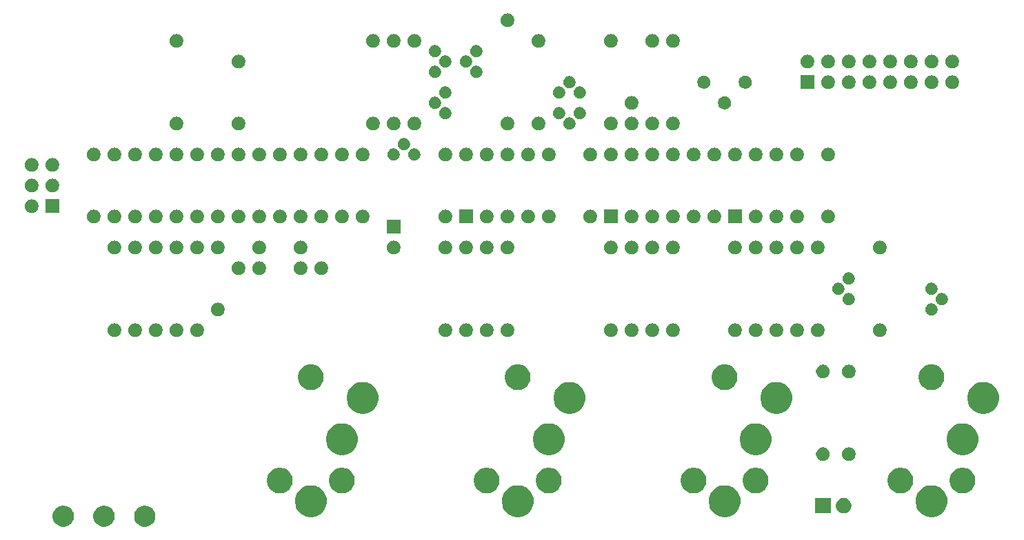
<source format=gbr>
G04 #@! TF.GenerationSoftware,KiCad,Pcbnew,(5.0.2)-1*
G04 #@! TF.CreationDate,2019-01-01T20:43:38-08:00*
G04 #@! TF.ProjectId,500-1065,3530302d-3130-4363-952e-6b696361645f,rev?*
G04 #@! TF.SameCoordinates,Original*
G04 #@! TF.FileFunction,Soldermask,Bot*
G04 #@! TF.FilePolarity,Negative*
%FSLAX46Y46*%
G04 Gerber Fmt 4.6, Leading zero omitted, Abs format (unit mm)*
G04 Created by KiCad (PCBNEW (5.0.2)-1) date 1/1/2019 8:43:38 PM*
%MOMM*%
%LPD*%
G01*
G04 APERTURE LIST*
%ADD10C,0.100000*%
G04 APERTURE END LIST*
D10*
G36*
X71579485Y-96548996D02*
X71579487Y-96548997D01*
X71579488Y-96548997D01*
X71735615Y-96613667D01*
X71816255Y-96647069D01*
X72029342Y-96789449D01*
X72210551Y-96970658D01*
X72352931Y-97183745D01*
X72451004Y-97420515D01*
X72501000Y-97671861D01*
X72501000Y-97928139D01*
X72451004Y-98179485D01*
X72352931Y-98416255D01*
X72210551Y-98629342D01*
X72029342Y-98810551D01*
X72029339Y-98810553D01*
X71816255Y-98952931D01*
X71579488Y-99051003D01*
X71579487Y-99051003D01*
X71579485Y-99051004D01*
X71328139Y-99101000D01*
X71071861Y-99101000D01*
X70820515Y-99051004D01*
X70820513Y-99051003D01*
X70820512Y-99051003D01*
X70583745Y-98952931D01*
X70370661Y-98810553D01*
X70370658Y-98810551D01*
X70189449Y-98629342D01*
X70047069Y-98416255D01*
X69948996Y-98179485D01*
X69899000Y-97928139D01*
X69899000Y-97671861D01*
X69948996Y-97420515D01*
X70047069Y-97183745D01*
X70189449Y-96970658D01*
X70370658Y-96789449D01*
X70583745Y-96647069D01*
X70664385Y-96613667D01*
X70820512Y-96548997D01*
X70820513Y-96548997D01*
X70820515Y-96548996D01*
X71071861Y-96499000D01*
X71328139Y-96499000D01*
X71579485Y-96548996D01*
X71579485Y-96548996D01*
G37*
G36*
X81579485Y-96548996D02*
X81579487Y-96548997D01*
X81579488Y-96548997D01*
X81735615Y-96613667D01*
X81816255Y-96647069D01*
X82029342Y-96789449D01*
X82210551Y-96970658D01*
X82352931Y-97183745D01*
X82451004Y-97420515D01*
X82501000Y-97671861D01*
X82501000Y-97928139D01*
X82451004Y-98179485D01*
X82352931Y-98416255D01*
X82210551Y-98629342D01*
X82029342Y-98810551D01*
X82029339Y-98810553D01*
X81816255Y-98952931D01*
X81579488Y-99051003D01*
X81579487Y-99051003D01*
X81579485Y-99051004D01*
X81328139Y-99101000D01*
X81071861Y-99101000D01*
X80820515Y-99051004D01*
X80820513Y-99051003D01*
X80820512Y-99051003D01*
X80583745Y-98952931D01*
X80370661Y-98810553D01*
X80370658Y-98810551D01*
X80189449Y-98629342D01*
X80047069Y-98416255D01*
X79948996Y-98179485D01*
X79899000Y-97928139D01*
X79899000Y-97671861D01*
X79948996Y-97420515D01*
X80047069Y-97183745D01*
X80189449Y-96970658D01*
X80370658Y-96789449D01*
X80583745Y-96647069D01*
X80664385Y-96613667D01*
X80820512Y-96548997D01*
X80820513Y-96548997D01*
X80820515Y-96548996D01*
X81071861Y-96499000D01*
X81328139Y-96499000D01*
X81579485Y-96548996D01*
X81579485Y-96548996D01*
G37*
G36*
X76579485Y-96548996D02*
X76579487Y-96548997D01*
X76579488Y-96548997D01*
X76735615Y-96613667D01*
X76816255Y-96647069D01*
X77029342Y-96789449D01*
X77210551Y-96970658D01*
X77352931Y-97183745D01*
X77451004Y-97420515D01*
X77501000Y-97671861D01*
X77501000Y-97928139D01*
X77451004Y-98179485D01*
X77352931Y-98416255D01*
X77210551Y-98629342D01*
X77029342Y-98810551D01*
X77029339Y-98810553D01*
X76816255Y-98952931D01*
X76579488Y-99051003D01*
X76579487Y-99051003D01*
X76579485Y-99051004D01*
X76328139Y-99101000D01*
X76071861Y-99101000D01*
X75820515Y-99051004D01*
X75820513Y-99051003D01*
X75820512Y-99051003D01*
X75583745Y-98952931D01*
X75370661Y-98810553D01*
X75370658Y-98810551D01*
X75189449Y-98629342D01*
X75047069Y-98416255D01*
X74948996Y-98179485D01*
X74899000Y-97928139D01*
X74899000Y-97671861D01*
X74948996Y-97420515D01*
X75047069Y-97183745D01*
X75189449Y-96970658D01*
X75370658Y-96789449D01*
X75583745Y-96647069D01*
X75664385Y-96613667D01*
X75820512Y-96548997D01*
X75820513Y-96548997D01*
X75820515Y-96548996D01*
X76071861Y-96499000D01*
X76328139Y-96499000D01*
X76579485Y-96548996D01*
X76579485Y-96548996D01*
G37*
G36*
X178244579Y-94055312D02*
X178370544Y-94080368D01*
X178517991Y-94141443D01*
X178726512Y-94227815D01*
X179046880Y-94441878D01*
X179319322Y-94714320D01*
X179533385Y-95034688D01*
X179680832Y-95390657D01*
X179723577Y-95605547D01*
X179756000Y-95768551D01*
X179756000Y-96153849D01*
X179680832Y-96531744D01*
X179619757Y-96679191D01*
X179533385Y-96887712D01*
X179319322Y-97208080D01*
X179046880Y-97480522D01*
X178726512Y-97694585D01*
X178517991Y-97780957D01*
X178370544Y-97842032D01*
X178244579Y-97867088D01*
X177992651Y-97917200D01*
X177607349Y-97917200D01*
X177355421Y-97867088D01*
X177229456Y-97842032D01*
X177082009Y-97780957D01*
X176873488Y-97694585D01*
X176553120Y-97480522D01*
X176280678Y-97208080D01*
X176066615Y-96887712D01*
X175980243Y-96679191D01*
X175919168Y-96531744D01*
X175844000Y-96153849D01*
X175844000Y-95768551D01*
X175876424Y-95605547D01*
X175919168Y-95390657D01*
X176066615Y-95034688D01*
X176280678Y-94714320D01*
X176553120Y-94441878D01*
X176873488Y-94227815D01*
X177082009Y-94141443D01*
X177229456Y-94080368D01*
X177355421Y-94055312D01*
X177607349Y-94005200D01*
X177992651Y-94005200D01*
X178244579Y-94055312D01*
X178244579Y-94055312D01*
G37*
G36*
X152844579Y-94055312D02*
X152970544Y-94080368D01*
X153117991Y-94141443D01*
X153326512Y-94227815D01*
X153646880Y-94441878D01*
X153919322Y-94714320D01*
X154133385Y-95034688D01*
X154280832Y-95390657D01*
X154323577Y-95605547D01*
X154356000Y-95768551D01*
X154356000Y-96153849D01*
X154280832Y-96531744D01*
X154219757Y-96679191D01*
X154133385Y-96887712D01*
X153919322Y-97208080D01*
X153646880Y-97480522D01*
X153326512Y-97694585D01*
X153117991Y-97780957D01*
X152970544Y-97842032D01*
X152844579Y-97867088D01*
X152592651Y-97917200D01*
X152207349Y-97917200D01*
X151955421Y-97867088D01*
X151829456Y-97842032D01*
X151682009Y-97780957D01*
X151473488Y-97694585D01*
X151153120Y-97480522D01*
X150880678Y-97208080D01*
X150666615Y-96887712D01*
X150580243Y-96679191D01*
X150519168Y-96531744D01*
X150444000Y-96153849D01*
X150444000Y-95768551D01*
X150476424Y-95605547D01*
X150519168Y-95390657D01*
X150666615Y-95034688D01*
X150880678Y-94714320D01*
X151153120Y-94441878D01*
X151473488Y-94227815D01*
X151682009Y-94141443D01*
X151829456Y-94080368D01*
X151955421Y-94055312D01*
X152207349Y-94005200D01*
X152592651Y-94005200D01*
X152844579Y-94055312D01*
X152844579Y-94055312D01*
G37*
G36*
X127444579Y-94055312D02*
X127570544Y-94080368D01*
X127717991Y-94141443D01*
X127926512Y-94227815D01*
X128246880Y-94441878D01*
X128519322Y-94714320D01*
X128733385Y-95034688D01*
X128880832Y-95390657D01*
X128923577Y-95605547D01*
X128956000Y-95768551D01*
X128956000Y-96153849D01*
X128880832Y-96531744D01*
X128819757Y-96679191D01*
X128733385Y-96887712D01*
X128519322Y-97208080D01*
X128246880Y-97480522D01*
X127926512Y-97694585D01*
X127717991Y-97780957D01*
X127570544Y-97842032D01*
X127444579Y-97867088D01*
X127192651Y-97917200D01*
X126807349Y-97917200D01*
X126555421Y-97867088D01*
X126429456Y-97842032D01*
X126282009Y-97780957D01*
X126073488Y-97694585D01*
X125753120Y-97480522D01*
X125480678Y-97208080D01*
X125266615Y-96887712D01*
X125180243Y-96679191D01*
X125119168Y-96531744D01*
X125044000Y-96153849D01*
X125044000Y-95768551D01*
X125076424Y-95605547D01*
X125119168Y-95390657D01*
X125266615Y-95034688D01*
X125480678Y-94714320D01*
X125753120Y-94441878D01*
X126073488Y-94227815D01*
X126282009Y-94141443D01*
X126429456Y-94080368D01*
X126555421Y-94055312D01*
X126807349Y-94005200D01*
X127192651Y-94005200D01*
X127444579Y-94055312D01*
X127444579Y-94055312D01*
G37*
G36*
X102044579Y-94055312D02*
X102170544Y-94080368D01*
X102317991Y-94141443D01*
X102526512Y-94227815D01*
X102846880Y-94441878D01*
X103119322Y-94714320D01*
X103333385Y-95034688D01*
X103480832Y-95390657D01*
X103523577Y-95605547D01*
X103556000Y-95768551D01*
X103556000Y-96153849D01*
X103480832Y-96531744D01*
X103419757Y-96679191D01*
X103333385Y-96887712D01*
X103119322Y-97208080D01*
X102846880Y-97480522D01*
X102526512Y-97694585D01*
X102317991Y-97780957D01*
X102170544Y-97842032D01*
X102044579Y-97867088D01*
X101792651Y-97917200D01*
X101407349Y-97917200D01*
X101155421Y-97867088D01*
X101029456Y-97842032D01*
X100882009Y-97780957D01*
X100673488Y-97694585D01*
X100353120Y-97480522D01*
X100080678Y-97208080D01*
X99866615Y-96887712D01*
X99780243Y-96679191D01*
X99719168Y-96531744D01*
X99644000Y-96153849D01*
X99644000Y-95768551D01*
X99676424Y-95605547D01*
X99719168Y-95390657D01*
X99866615Y-95034688D01*
X100080678Y-94714320D01*
X100353120Y-94441878D01*
X100673488Y-94227815D01*
X100882009Y-94141443D01*
X101029456Y-94080368D01*
X101155421Y-94055312D01*
X101407349Y-94005200D01*
X101792651Y-94005200D01*
X102044579Y-94055312D01*
X102044579Y-94055312D01*
G37*
G36*
X167282396Y-95605546D02*
X167455466Y-95677234D01*
X167611230Y-95781312D01*
X167743688Y-95913770D01*
X167847766Y-96069534D01*
X167919454Y-96242604D01*
X167956000Y-96426333D01*
X167956000Y-96613667D01*
X167919454Y-96797396D01*
X167847766Y-96970466D01*
X167743688Y-97126230D01*
X167611230Y-97258688D01*
X167455466Y-97362766D01*
X167282396Y-97434454D01*
X167098667Y-97471000D01*
X166911333Y-97471000D01*
X166727604Y-97434454D01*
X166554534Y-97362766D01*
X166398770Y-97258688D01*
X166266312Y-97126230D01*
X166162234Y-96970466D01*
X166090546Y-96797396D01*
X166054000Y-96613667D01*
X166054000Y-96426333D01*
X166090546Y-96242604D01*
X166162234Y-96069534D01*
X166266312Y-95913770D01*
X166398770Y-95781312D01*
X166554534Y-95677234D01*
X166727604Y-95605546D01*
X166911333Y-95569000D01*
X167098667Y-95569000D01*
X167282396Y-95605546D01*
X167282396Y-95605546D01*
G37*
G36*
X165416000Y-97471000D02*
X163514000Y-97471000D01*
X163514000Y-95569000D01*
X165416000Y-95569000D01*
X165416000Y-97471000D01*
X165416000Y-97471000D01*
G37*
G36*
X98249411Y-91906726D02*
X98368137Y-91955904D01*
X98536041Y-92025452D01*
X98794007Y-92197819D01*
X99013381Y-92417193D01*
X99185748Y-92675159D01*
X99304474Y-92961790D01*
X99365000Y-93266075D01*
X99365000Y-93576325D01*
X99304474Y-93880610D01*
X99185748Y-94167241D01*
X99013381Y-94425207D01*
X98794007Y-94644581D01*
X98536041Y-94816948D01*
X98368137Y-94886496D01*
X98249411Y-94935674D01*
X97945125Y-94996200D01*
X97634875Y-94996200D01*
X97330589Y-94935674D01*
X97211863Y-94886496D01*
X97043959Y-94816948D01*
X96785993Y-94644581D01*
X96566619Y-94425207D01*
X96394252Y-94167241D01*
X96275526Y-93880610D01*
X96215000Y-93576325D01*
X96215000Y-93266075D01*
X96275526Y-92961790D01*
X96394252Y-92675159D01*
X96566619Y-92417193D01*
X96785993Y-92197819D01*
X97043959Y-92025452D01*
X97211863Y-91955904D01*
X97330589Y-91906726D01*
X97634875Y-91846200D01*
X97945125Y-91846200D01*
X98249411Y-91906726D01*
X98249411Y-91906726D01*
G37*
G36*
X174449411Y-91906726D02*
X174568137Y-91955904D01*
X174736041Y-92025452D01*
X174994007Y-92197819D01*
X175213381Y-92417193D01*
X175385748Y-92675159D01*
X175504474Y-92961790D01*
X175565000Y-93266075D01*
X175565000Y-93576325D01*
X175504474Y-93880610D01*
X175385748Y-94167241D01*
X175213381Y-94425207D01*
X174994007Y-94644581D01*
X174736041Y-94816948D01*
X174568137Y-94886496D01*
X174449411Y-94935674D01*
X174145125Y-94996200D01*
X173834875Y-94996200D01*
X173530589Y-94935674D01*
X173411863Y-94886496D01*
X173243959Y-94816948D01*
X172985993Y-94644581D01*
X172766619Y-94425207D01*
X172594252Y-94167241D01*
X172475526Y-93880610D01*
X172415000Y-93576325D01*
X172415000Y-93266075D01*
X172475526Y-92961790D01*
X172594252Y-92675159D01*
X172766619Y-92417193D01*
X172985993Y-92197819D01*
X173243959Y-92025452D01*
X173411863Y-91955904D01*
X173530589Y-91906726D01*
X173834875Y-91846200D01*
X174145125Y-91846200D01*
X174449411Y-91906726D01*
X174449411Y-91906726D01*
G37*
G36*
X156669411Y-91906726D02*
X156788137Y-91955904D01*
X156956041Y-92025452D01*
X157214007Y-92197819D01*
X157433381Y-92417193D01*
X157605748Y-92675159D01*
X157724474Y-92961790D01*
X157785000Y-93266075D01*
X157785000Y-93576325D01*
X157724474Y-93880610D01*
X157605748Y-94167241D01*
X157433381Y-94425207D01*
X157214007Y-94644581D01*
X156956041Y-94816948D01*
X156788137Y-94886496D01*
X156669411Y-94935674D01*
X156365125Y-94996200D01*
X156054875Y-94996200D01*
X155750589Y-94935674D01*
X155631863Y-94886496D01*
X155463959Y-94816948D01*
X155205993Y-94644581D01*
X154986619Y-94425207D01*
X154814252Y-94167241D01*
X154695526Y-93880610D01*
X154635000Y-93576325D01*
X154635000Y-93266075D01*
X154695526Y-92961790D01*
X154814252Y-92675159D01*
X154986619Y-92417193D01*
X155205993Y-92197819D01*
X155463959Y-92025452D01*
X155631863Y-91955904D01*
X155750589Y-91906726D01*
X156054875Y-91846200D01*
X156365125Y-91846200D01*
X156669411Y-91906726D01*
X156669411Y-91906726D01*
G37*
G36*
X149049411Y-91906726D02*
X149168137Y-91955904D01*
X149336041Y-92025452D01*
X149594007Y-92197819D01*
X149813381Y-92417193D01*
X149985748Y-92675159D01*
X150104474Y-92961790D01*
X150165000Y-93266075D01*
X150165000Y-93576325D01*
X150104474Y-93880610D01*
X149985748Y-94167241D01*
X149813381Y-94425207D01*
X149594007Y-94644581D01*
X149336041Y-94816948D01*
X149168137Y-94886496D01*
X149049411Y-94935674D01*
X148745125Y-94996200D01*
X148434875Y-94996200D01*
X148130589Y-94935674D01*
X148011863Y-94886496D01*
X147843959Y-94816948D01*
X147585993Y-94644581D01*
X147366619Y-94425207D01*
X147194252Y-94167241D01*
X147075526Y-93880610D01*
X147015000Y-93576325D01*
X147015000Y-93266075D01*
X147075526Y-92961790D01*
X147194252Y-92675159D01*
X147366619Y-92417193D01*
X147585993Y-92197819D01*
X147843959Y-92025452D01*
X148011863Y-91955904D01*
X148130589Y-91906726D01*
X148434875Y-91846200D01*
X148745125Y-91846200D01*
X149049411Y-91906726D01*
X149049411Y-91906726D01*
G37*
G36*
X131269411Y-91906726D02*
X131388137Y-91955904D01*
X131556041Y-92025452D01*
X131814007Y-92197819D01*
X132033381Y-92417193D01*
X132205748Y-92675159D01*
X132324474Y-92961790D01*
X132385000Y-93266075D01*
X132385000Y-93576325D01*
X132324474Y-93880610D01*
X132205748Y-94167241D01*
X132033381Y-94425207D01*
X131814007Y-94644581D01*
X131556041Y-94816948D01*
X131388137Y-94886496D01*
X131269411Y-94935674D01*
X130965125Y-94996200D01*
X130654875Y-94996200D01*
X130350589Y-94935674D01*
X130231863Y-94886496D01*
X130063959Y-94816948D01*
X129805993Y-94644581D01*
X129586619Y-94425207D01*
X129414252Y-94167241D01*
X129295526Y-93880610D01*
X129235000Y-93576325D01*
X129235000Y-93266075D01*
X129295526Y-92961790D01*
X129414252Y-92675159D01*
X129586619Y-92417193D01*
X129805993Y-92197819D01*
X130063959Y-92025452D01*
X130231863Y-91955904D01*
X130350589Y-91906726D01*
X130654875Y-91846200D01*
X130965125Y-91846200D01*
X131269411Y-91906726D01*
X131269411Y-91906726D01*
G37*
G36*
X123649411Y-91906726D02*
X123768137Y-91955904D01*
X123936041Y-92025452D01*
X124194007Y-92197819D01*
X124413381Y-92417193D01*
X124585748Y-92675159D01*
X124704474Y-92961790D01*
X124765000Y-93266075D01*
X124765000Y-93576325D01*
X124704474Y-93880610D01*
X124585748Y-94167241D01*
X124413381Y-94425207D01*
X124194007Y-94644581D01*
X123936041Y-94816948D01*
X123768137Y-94886496D01*
X123649411Y-94935674D01*
X123345125Y-94996200D01*
X123034875Y-94996200D01*
X122730589Y-94935674D01*
X122611863Y-94886496D01*
X122443959Y-94816948D01*
X122185993Y-94644581D01*
X121966619Y-94425207D01*
X121794252Y-94167241D01*
X121675526Y-93880610D01*
X121615000Y-93576325D01*
X121615000Y-93266075D01*
X121675526Y-92961790D01*
X121794252Y-92675159D01*
X121966619Y-92417193D01*
X122185993Y-92197819D01*
X122443959Y-92025452D01*
X122611863Y-91955904D01*
X122730589Y-91906726D01*
X123034875Y-91846200D01*
X123345125Y-91846200D01*
X123649411Y-91906726D01*
X123649411Y-91906726D01*
G37*
G36*
X105869411Y-91906726D02*
X105988137Y-91955904D01*
X106156041Y-92025452D01*
X106414007Y-92197819D01*
X106633381Y-92417193D01*
X106805748Y-92675159D01*
X106924474Y-92961790D01*
X106985000Y-93266075D01*
X106985000Y-93576325D01*
X106924474Y-93880610D01*
X106805748Y-94167241D01*
X106633381Y-94425207D01*
X106414007Y-94644581D01*
X106156041Y-94816948D01*
X105988137Y-94886496D01*
X105869411Y-94935674D01*
X105565125Y-94996200D01*
X105254875Y-94996200D01*
X104950589Y-94935674D01*
X104831863Y-94886496D01*
X104663959Y-94816948D01*
X104405993Y-94644581D01*
X104186619Y-94425207D01*
X104014252Y-94167241D01*
X103895526Y-93880610D01*
X103835000Y-93576325D01*
X103835000Y-93266075D01*
X103895526Y-92961790D01*
X104014252Y-92675159D01*
X104186619Y-92417193D01*
X104405993Y-92197819D01*
X104663959Y-92025452D01*
X104831863Y-91955904D01*
X104950589Y-91906726D01*
X105254875Y-91846200D01*
X105565125Y-91846200D01*
X105869411Y-91906726D01*
X105869411Y-91906726D01*
G37*
G36*
X182069411Y-91906726D02*
X182188137Y-91955904D01*
X182356041Y-92025452D01*
X182614007Y-92197819D01*
X182833381Y-92417193D01*
X183005748Y-92675159D01*
X183124474Y-92961790D01*
X183185000Y-93266075D01*
X183185000Y-93576325D01*
X183124474Y-93880610D01*
X183005748Y-94167241D01*
X182833381Y-94425207D01*
X182614007Y-94644581D01*
X182356041Y-94816948D01*
X182188137Y-94886496D01*
X182069411Y-94935674D01*
X181765125Y-94996200D01*
X181454875Y-94996200D01*
X181150589Y-94935674D01*
X181031863Y-94886496D01*
X180863959Y-94816948D01*
X180605993Y-94644581D01*
X180386619Y-94425207D01*
X180214252Y-94167241D01*
X180095526Y-93880610D01*
X180035000Y-93576325D01*
X180035000Y-93266075D01*
X180095526Y-92961790D01*
X180214252Y-92675159D01*
X180386619Y-92417193D01*
X180605993Y-92197819D01*
X180863959Y-92025452D01*
X181031863Y-91955904D01*
X181150589Y-91906726D01*
X181454875Y-91846200D01*
X181765125Y-91846200D01*
X182069411Y-91906726D01*
X182069411Y-91906726D01*
G37*
G36*
X167830560Y-89353079D02*
X167884552Y-89363819D01*
X168037131Y-89427019D01*
X168174449Y-89518772D01*
X168291228Y-89635551D01*
X168382981Y-89772869D01*
X168446181Y-89925448D01*
X168478400Y-90087425D01*
X168478400Y-90252575D01*
X168446181Y-90414552D01*
X168382981Y-90567131D01*
X168291228Y-90704449D01*
X168174449Y-90821228D01*
X168037131Y-90912981D01*
X167884552Y-90976181D01*
X167830560Y-90986921D01*
X167722577Y-91008400D01*
X167557423Y-91008400D01*
X167449440Y-90986921D01*
X167395448Y-90976181D01*
X167242869Y-90912981D01*
X167105551Y-90821228D01*
X166988772Y-90704449D01*
X166897019Y-90567131D01*
X166833819Y-90414552D01*
X166801600Y-90252575D01*
X166801600Y-90087425D01*
X166833819Y-89925448D01*
X166897019Y-89772869D01*
X166988772Y-89635551D01*
X167105551Y-89518772D01*
X167242869Y-89427019D01*
X167395448Y-89363819D01*
X167449440Y-89353079D01*
X167557423Y-89331600D01*
X167722577Y-89331600D01*
X167830560Y-89353079D01*
X167830560Y-89353079D01*
G37*
G36*
X164655560Y-89353079D02*
X164709552Y-89363819D01*
X164862131Y-89427019D01*
X164999449Y-89518772D01*
X165116228Y-89635551D01*
X165207981Y-89772869D01*
X165271181Y-89925448D01*
X165303400Y-90087425D01*
X165303400Y-90252575D01*
X165271181Y-90414552D01*
X165207981Y-90567131D01*
X165116228Y-90704449D01*
X164999449Y-90821228D01*
X164862131Y-90912981D01*
X164709552Y-90976181D01*
X164655560Y-90986921D01*
X164547577Y-91008400D01*
X164382423Y-91008400D01*
X164274440Y-90986921D01*
X164220448Y-90976181D01*
X164067869Y-90912981D01*
X163930551Y-90821228D01*
X163813772Y-90704449D01*
X163722019Y-90567131D01*
X163658819Y-90414552D01*
X163626600Y-90252575D01*
X163626600Y-90087425D01*
X163658819Y-89925448D01*
X163722019Y-89772869D01*
X163813772Y-89635551D01*
X163930551Y-89518772D01*
X164067869Y-89427019D01*
X164220448Y-89363819D01*
X164274440Y-89353079D01*
X164382423Y-89331600D01*
X164547577Y-89331600D01*
X164655560Y-89353079D01*
X164655560Y-89353079D01*
G37*
G36*
X182054579Y-86435312D02*
X182180544Y-86460368D01*
X182327991Y-86521443D01*
X182536512Y-86607815D01*
X182856880Y-86821878D01*
X183129322Y-87094320D01*
X183343385Y-87414688D01*
X183490832Y-87770657D01*
X183566000Y-88148549D01*
X183566000Y-88533851D01*
X183490832Y-88911743D01*
X183343385Y-89267712D01*
X183129322Y-89588080D01*
X182856880Y-89860522D01*
X182536512Y-90074585D01*
X182327991Y-90160957D01*
X182180544Y-90222032D01*
X182054579Y-90247088D01*
X181802651Y-90297200D01*
X181417349Y-90297200D01*
X181165421Y-90247088D01*
X181039456Y-90222032D01*
X180892009Y-90160957D01*
X180683488Y-90074585D01*
X180363120Y-89860522D01*
X180090678Y-89588080D01*
X179876615Y-89267712D01*
X179729168Y-88911743D01*
X179654000Y-88533851D01*
X179654000Y-88148549D01*
X179729168Y-87770657D01*
X179876615Y-87414688D01*
X180090678Y-87094320D01*
X180363120Y-86821878D01*
X180683488Y-86607815D01*
X180892009Y-86521443D01*
X181039456Y-86460368D01*
X181165421Y-86435312D01*
X181417349Y-86385200D01*
X181802651Y-86385200D01*
X182054579Y-86435312D01*
X182054579Y-86435312D01*
G37*
G36*
X156654579Y-86435312D02*
X156780544Y-86460368D01*
X156927991Y-86521443D01*
X157136512Y-86607815D01*
X157456880Y-86821878D01*
X157729322Y-87094320D01*
X157943385Y-87414688D01*
X158090832Y-87770657D01*
X158166000Y-88148549D01*
X158166000Y-88533851D01*
X158090832Y-88911743D01*
X157943385Y-89267712D01*
X157729322Y-89588080D01*
X157456880Y-89860522D01*
X157136512Y-90074585D01*
X156927991Y-90160957D01*
X156780544Y-90222032D01*
X156654579Y-90247088D01*
X156402651Y-90297200D01*
X156017349Y-90297200D01*
X155765421Y-90247088D01*
X155639456Y-90222032D01*
X155492009Y-90160957D01*
X155283488Y-90074585D01*
X154963120Y-89860522D01*
X154690678Y-89588080D01*
X154476615Y-89267712D01*
X154329168Y-88911743D01*
X154254000Y-88533851D01*
X154254000Y-88148549D01*
X154329168Y-87770657D01*
X154476615Y-87414688D01*
X154690678Y-87094320D01*
X154963120Y-86821878D01*
X155283488Y-86607815D01*
X155492009Y-86521443D01*
X155639456Y-86460368D01*
X155765421Y-86435312D01*
X156017349Y-86385200D01*
X156402651Y-86385200D01*
X156654579Y-86435312D01*
X156654579Y-86435312D01*
G37*
G36*
X131254579Y-86435312D02*
X131380544Y-86460368D01*
X131527991Y-86521443D01*
X131736512Y-86607815D01*
X132056880Y-86821878D01*
X132329322Y-87094320D01*
X132543385Y-87414688D01*
X132690832Y-87770657D01*
X132766000Y-88148549D01*
X132766000Y-88533851D01*
X132690832Y-88911743D01*
X132543385Y-89267712D01*
X132329322Y-89588080D01*
X132056880Y-89860522D01*
X131736512Y-90074585D01*
X131527991Y-90160957D01*
X131380544Y-90222032D01*
X131254579Y-90247088D01*
X131002651Y-90297200D01*
X130617349Y-90297200D01*
X130365421Y-90247088D01*
X130239456Y-90222032D01*
X130092009Y-90160957D01*
X129883488Y-90074585D01*
X129563120Y-89860522D01*
X129290678Y-89588080D01*
X129076615Y-89267712D01*
X128929168Y-88911743D01*
X128854000Y-88533851D01*
X128854000Y-88148549D01*
X128929168Y-87770657D01*
X129076615Y-87414688D01*
X129290678Y-87094320D01*
X129563120Y-86821878D01*
X129883488Y-86607815D01*
X130092009Y-86521443D01*
X130239456Y-86460368D01*
X130365421Y-86435312D01*
X130617349Y-86385200D01*
X131002651Y-86385200D01*
X131254579Y-86435312D01*
X131254579Y-86435312D01*
G37*
G36*
X105854579Y-86435312D02*
X105980544Y-86460368D01*
X106127991Y-86521443D01*
X106336512Y-86607815D01*
X106656880Y-86821878D01*
X106929322Y-87094320D01*
X107143385Y-87414688D01*
X107290832Y-87770657D01*
X107366000Y-88148549D01*
X107366000Y-88533851D01*
X107290832Y-88911743D01*
X107143385Y-89267712D01*
X106929322Y-89588080D01*
X106656880Y-89860522D01*
X106336512Y-90074585D01*
X106127991Y-90160957D01*
X105980544Y-90222032D01*
X105854579Y-90247088D01*
X105602651Y-90297200D01*
X105217349Y-90297200D01*
X104965421Y-90247088D01*
X104839456Y-90222032D01*
X104692009Y-90160957D01*
X104483488Y-90074585D01*
X104163120Y-89860522D01*
X103890678Y-89588080D01*
X103676615Y-89267712D01*
X103529168Y-88911743D01*
X103454000Y-88533851D01*
X103454000Y-88148549D01*
X103529168Y-87770657D01*
X103676615Y-87414688D01*
X103890678Y-87094320D01*
X104163120Y-86821878D01*
X104483488Y-86607815D01*
X104692009Y-86521443D01*
X104839456Y-86460368D01*
X104965421Y-86435312D01*
X105217349Y-86385200D01*
X105602651Y-86385200D01*
X105854579Y-86435312D01*
X105854579Y-86435312D01*
G37*
G36*
X133794579Y-81355312D02*
X133920544Y-81380368D01*
X134067991Y-81441443D01*
X134276512Y-81527815D01*
X134596880Y-81741878D01*
X134869322Y-82014320D01*
X135083385Y-82334688D01*
X135230832Y-82690657D01*
X135306000Y-83068549D01*
X135306000Y-83453851D01*
X135230832Y-83831743D01*
X135083385Y-84187712D01*
X134869322Y-84508080D01*
X134596880Y-84780522D01*
X134276512Y-84994585D01*
X134067991Y-85080957D01*
X133920544Y-85142032D01*
X133794579Y-85167088D01*
X133542651Y-85217200D01*
X133157349Y-85217200D01*
X132905421Y-85167088D01*
X132779456Y-85142032D01*
X132632009Y-85080957D01*
X132423488Y-84994585D01*
X132103120Y-84780522D01*
X131830678Y-84508080D01*
X131616615Y-84187712D01*
X131469168Y-83831743D01*
X131394000Y-83453851D01*
X131394000Y-83068549D01*
X131469168Y-82690657D01*
X131616615Y-82334688D01*
X131830678Y-82014320D01*
X132103120Y-81741878D01*
X132423488Y-81527815D01*
X132632009Y-81441443D01*
X132779456Y-81380368D01*
X132905421Y-81355312D01*
X133157349Y-81305200D01*
X133542651Y-81305200D01*
X133794579Y-81355312D01*
X133794579Y-81355312D01*
G37*
G36*
X159194579Y-81355312D02*
X159320544Y-81380368D01*
X159467991Y-81441443D01*
X159676512Y-81527815D01*
X159996880Y-81741878D01*
X160269322Y-82014320D01*
X160483385Y-82334688D01*
X160630832Y-82690657D01*
X160706000Y-83068549D01*
X160706000Y-83453851D01*
X160630832Y-83831743D01*
X160483385Y-84187712D01*
X160269322Y-84508080D01*
X159996880Y-84780522D01*
X159676512Y-84994585D01*
X159467991Y-85080957D01*
X159320544Y-85142032D01*
X159194579Y-85167088D01*
X158942651Y-85217200D01*
X158557349Y-85217200D01*
X158305421Y-85167088D01*
X158179456Y-85142032D01*
X158032009Y-85080957D01*
X157823488Y-84994585D01*
X157503120Y-84780522D01*
X157230678Y-84508080D01*
X157016615Y-84187712D01*
X156869168Y-83831743D01*
X156794000Y-83453851D01*
X156794000Y-83068549D01*
X156869168Y-82690657D01*
X157016615Y-82334688D01*
X157230678Y-82014320D01*
X157503120Y-81741878D01*
X157823488Y-81527815D01*
X158032009Y-81441443D01*
X158179456Y-81380368D01*
X158305421Y-81355312D01*
X158557349Y-81305200D01*
X158942651Y-81305200D01*
X159194579Y-81355312D01*
X159194579Y-81355312D01*
G37*
G36*
X108394579Y-81355312D02*
X108520544Y-81380368D01*
X108667991Y-81441443D01*
X108876512Y-81527815D01*
X109196880Y-81741878D01*
X109469322Y-82014320D01*
X109683385Y-82334688D01*
X109830832Y-82690657D01*
X109906000Y-83068549D01*
X109906000Y-83453851D01*
X109830832Y-83831743D01*
X109683385Y-84187712D01*
X109469322Y-84508080D01*
X109196880Y-84780522D01*
X108876512Y-84994585D01*
X108667991Y-85080957D01*
X108520544Y-85142032D01*
X108394579Y-85167088D01*
X108142651Y-85217200D01*
X107757349Y-85217200D01*
X107505421Y-85167088D01*
X107379456Y-85142032D01*
X107232009Y-85080957D01*
X107023488Y-84994585D01*
X106703120Y-84780522D01*
X106430678Y-84508080D01*
X106216615Y-84187712D01*
X106069168Y-83831743D01*
X105994000Y-83453851D01*
X105994000Y-83068549D01*
X106069168Y-82690657D01*
X106216615Y-82334688D01*
X106430678Y-82014320D01*
X106703120Y-81741878D01*
X107023488Y-81527815D01*
X107232009Y-81441443D01*
X107379456Y-81380368D01*
X107505421Y-81355312D01*
X107757349Y-81305200D01*
X108142651Y-81305200D01*
X108394579Y-81355312D01*
X108394579Y-81355312D01*
G37*
G36*
X184594579Y-81355312D02*
X184720544Y-81380368D01*
X184867991Y-81441443D01*
X185076512Y-81527815D01*
X185396880Y-81741878D01*
X185669322Y-82014320D01*
X185883385Y-82334688D01*
X186030832Y-82690657D01*
X186106000Y-83068549D01*
X186106000Y-83453851D01*
X186030832Y-83831743D01*
X185883385Y-84187712D01*
X185669322Y-84508080D01*
X185396880Y-84780522D01*
X185076512Y-84994585D01*
X184867991Y-85080957D01*
X184720544Y-85142032D01*
X184594579Y-85167088D01*
X184342651Y-85217200D01*
X183957349Y-85217200D01*
X183705421Y-85167088D01*
X183579456Y-85142032D01*
X183432009Y-85080957D01*
X183223488Y-84994585D01*
X182903120Y-84780522D01*
X182630678Y-84508080D01*
X182416615Y-84187712D01*
X182269168Y-83831743D01*
X182194000Y-83453851D01*
X182194000Y-83068549D01*
X182269168Y-82690657D01*
X182416615Y-82334688D01*
X182630678Y-82014320D01*
X182903120Y-81741878D01*
X183223488Y-81527815D01*
X183432009Y-81441443D01*
X183579456Y-81380368D01*
X183705421Y-81355312D01*
X183957349Y-81305200D01*
X184342651Y-81305200D01*
X184594579Y-81355312D01*
X184594579Y-81355312D01*
G37*
G36*
X127307267Y-79176463D02*
X127459411Y-79206726D01*
X127578137Y-79255904D01*
X127746041Y-79325452D01*
X128004007Y-79497819D01*
X128223381Y-79717193D01*
X128395748Y-79975159D01*
X128514474Y-80261790D01*
X128575000Y-80566075D01*
X128575000Y-80876325D01*
X128514474Y-81180610D01*
X128395748Y-81467241D01*
X128223381Y-81725207D01*
X128004007Y-81944581D01*
X127746041Y-82116948D01*
X127578137Y-82186496D01*
X127459411Y-82235674D01*
X127155125Y-82296200D01*
X126844875Y-82296200D01*
X126692733Y-82265937D01*
X126540589Y-82235674D01*
X126421863Y-82186496D01*
X126253959Y-82116948D01*
X125995993Y-81944581D01*
X125776619Y-81725207D01*
X125604252Y-81467241D01*
X125485526Y-81180610D01*
X125425000Y-80876325D01*
X125425000Y-80566075D01*
X125485526Y-80261790D01*
X125604252Y-79975159D01*
X125776619Y-79717193D01*
X125995993Y-79497819D01*
X126253959Y-79325452D01*
X126421863Y-79255904D01*
X126540589Y-79206726D01*
X126692733Y-79176463D01*
X126844875Y-79146200D01*
X127155125Y-79146200D01*
X127307267Y-79176463D01*
X127307267Y-79176463D01*
G37*
G36*
X101907267Y-79176463D02*
X102059411Y-79206726D01*
X102178137Y-79255904D01*
X102346041Y-79325452D01*
X102604007Y-79497819D01*
X102823381Y-79717193D01*
X102995748Y-79975159D01*
X103114474Y-80261790D01*
X103175000Y-80566075D01*
X103175000Y-80876325D01*
X103114474Y-81180610D01*
X102995748Y-81467241D01*
X102823381Y-81725207D01*
X102604007Y-81944581D01*
X102346041Y-82116948D01*
X102178137Y-82186496D01*
X102059411Y-82235674D01*
X101907267Y-82265937D01*
X101755125Y-82296200D01*
X101444875Y-82296200D01*
X101292733Y-82265937D01*
X101140589Y-82235674D01*
X101021863Y-82186496D01*
X100853959Y-82116948D01*
X100595993Y-81944581D01*
X100376619Y-81725207D01*
X100204252Y-81467241D01*
X100085526Y-81180610D01*
X100025000Y-80876325D01*
X100025000Y-80566075D01*
X100085526Y-80261790D01*
X100204252Y-79975159D01*
X100376619Y-79717193D01*
X100595993Y-79497819D01*
X100853959Y-79325452D01*
X101021863Y-79255904D01*
X101140589Y-79206726D01*
X101292733Y-79176463D01*
X101444875Y-79146200D01*
X101755125Y-79146200D01*
X101907267Y-79176463D01*
X101907267Y-79176463D01*
G37*
G36*
X152707267Y-79176463D02*
X152859411Y-79206726D01*
X152978137Y-79255904D01*
X153146041Y-79325452D01*
X153404007Y-79497819D01*
X153623381Y-79717193D01*
X153795748Y-79975159D01*
X153914474Y-80261790D01*
X153975000Y-80566075D01*
X153975000Y-80876325D01*
X153914474Y-81180610D01*
X153795748Y-81467241D01*
X153623381Y-81725207D01*
X153404007Y-81944581D01*
X153146041Y-82116948D01*
X152978137Y-82186496D01*
X152859411Y-82235674D01*
X152555125Y-82296200D01*
X152244875Y-82296200D01*
X152092733Y-82265937D01*
X151940589Y-82235674D01*
X151821863Y-82186496D01*
X151653959Y-82116948D01*
X151395993Y-81944581D01*
X151176619Y-81725207D01*
X151004252Y-81467241D01*
X150885526Y-81180610D01*
X150825000Y-80876325D01*
X150825000Y-80566075D01*
X150885526Y-80261790D01*
X151004252Y-79975159D01*
X151176619Y-79717193D01*
X151395993Y-79497819D01*
X151653959Y-79325452D01*
X151821863Y-79255904D01*
X151940589Y-79206726D01*
X152092733Y-79176463D01*
X152244875Y-79146200D01*
X152555125Y-79146200D01*
X152707267Y-79176463D01*
X152707267Y-79176463D01*
G37*
G36*
X178107267Y-79176463D02*
X178259411Y-79206726D01*
X178378137Y-79255904D01*
X178546041Y-79325452D01*
X178804007Y-79497819D01*
X179023381Y-79717193D01*
X179195748Y-79975159D01*
X179314474Y-80261790D01*
X179375000Y-80566075D01*
X179375000Y-80876325D01*
X179314474Y-81180610D01*
X179195748Y-81467241D01*
X179023381Y-81725207D01*
X178804007Y-81944581D01*
X178546041Y-82116948D01*
X178378137Y-82186496D01*
X178259411Y-82235674D01*
X177955125Y-82296200D01*
X177644875Y-82296200D01*
X177492733Y-82265937D01*
X177340589Y-82235674D01*
X177221863Y-82186496D01*
X177053959Y-82116948D01*
X176795993Y-81944581D01*
X176576619Y-81725207D01*
X176404252Y-81467241D01*
X176285526Y-81180610D01*
X176225000Y-80876325D01*
X176225000Y-80566075D01*
X176285526Y-80261790D01*
X176404252Y-79975159D01*
X176576619Y-79717193D01*
X176795993Y-79497819D01*
X177053959Y-79325452D01*
X177221863Y-79255904D01*
X177340589Y-79206726D01*
X177492733Y-79176463D01*
X177644875Y-79146200D01*
X177955125Y-79146200D01*
X178107267Y-79176463D01*
X178107267Y-79176463D01*
G37*
G36*
X164655560Y-79193079D02*
X164709552Y-79203819D01*
X164862131Y-79267019D01*
X164999449Y-79358772D01*
X165116228Y-79475551D01*
X165207981Y-79612869D01*
X165271181Y-79765448D01*
X165303400Y-79927425D01*
X165303400Y-80092575D01*
X165271181Y-80254552D01*
X165207981Y-80407131D01*
X165116228Y-80544449D01*
X164999449Y-80661228D01*
X164862131Y-80752981D01*
X164709552Y-80816181D01*
X164655560Y-80826921D01*
X164547577Y-80848400D01*
X164382423Y-80848400D01*
X164274440Y-80826921D01*
X164220448Y-80816181D01*
X164067869Y-80752981D01*
X163930551Y-80661228D01*
X163813772Y-80544449D01*
X163722019Y-80407131D01*
X163658819Y-80254552D01*
X163626600Y-80092575D01*
X163626600Y-79927425D01*
X163658819Y-79765448D01*
X163722019Y-79612869D01*
X163813772Y-79475551D01*
X163930551Y-79358772D01*
X164067869Y-79267019D01*
X164220448Y-79203819D01*
X164274440Y-79193079D01*
X164382423Y-79171600D01*
X164547577Y-79171600D01*
X164655560Y-79193079D01*
X164655560Y-79193079D01*
G37*
G36*
X167830560Y-79193079D02*
X167884552Y-79203819D01*
X168037131Y-79267019D01*
X168174449Y-79358772D01*
X168291228Y-79475551D01*
X168382981Y-79612869D01*
X168446181Y-79765448D01*
X168478400Y-79927425D01*
X168478400Y-80092575D01*
X168446181Y-80254552D01*
X168382981Y-80407131D01*
X168291228Y-80544449D01*
X168174449Y-80661228D01*
X168037131Y-80752981D01*
X167884552Y-80816181D01*
X167830560Y-80826921D01*
X167722577Y-80848400D01*
X167557423Y-80848400D01*
X167449440Y-80826921D01*
X167395448Y-80816181D01*
X167242869Y-80752981D01*
X167105551Y-80661228D01*
X166988772Y-80544449D01*
X166897019Y-80407131D01*
X166833819Y-80254552D01*
X166801600Y-80092575D01*
X166801600Y-79927425D01*
X166833819Y-79765448D01*
X166897019Y-79612869D01*
X166988772Y-79475551D01*
X167105551Y-79358772D01*
X167242869Y-79267019D01*
X167395448Y-79203819D01*
X167449440Y-79193079D01*
X167557423Y-79171600D01*
X167722577Y-79171600D01*
X167830560Y-79193079D01*
X167830560Y-79193079D01*
G37*
G36*
X143700560Y-74113079D02*
X143754552Y-74123819D01*
X143907131Y-74187019D01*
X144044449Y-74278772D01*
X144161228Y-74395551D01*
X144252981Y-74532869D01*
X144316181Y-74685448D01*
X144348400Y-74847425D01*
X144348400Y-75012575D01*
X144316181Y-75174552D01*
X144252981Y-75327131D01*
X144161228Y-75464449D01*
X144044449Y-75581228D01*
X143907131Y-75672981D01*
X143754552Y-75736181D01*
X143700560Y-75746921D01*
X143592577Y-75768400D01*
X143427423Y-75768400D01*
X143319440Y-75746921D01*
X143265448Y-75736181D01*
X143112869Y-75672981D01*
X142975551Y-75581228D01*
X142858772Y-75464449D01*
X142767019Y-75327131D01*
X142703819Y-75174552D01*
X142671600Y-75012575D01*
X142671600Y-74847425D01*
X142703819Y-74685448D01*
X142767019Y-74532869D01*
X142858772Y-74395551D01*
X142975551Y-74278772D01*
X143112869Y-74187019D01*
X143265448Y-74123819D01*
X143319440Y-74113079D01*
X143427423Y-74091600D01*
X143592577Y-74091600D01*
X143700560Y-74113079D01*
X143700560Y-74113079D01*
G37*
G36*
X141160560Y-74113079D02*
X141214552Y-74123819D01*
X141367131Y-74187019D01*
X141504449Y-74278772D01*
X141621228Y-74395551D01*
X141712981Y-74532869D01*
X141776181Y-74685448D01*
X141808400Y-74847425D01*
X141808400Y-75012575D01*
X141776181Y-75174552D01*
X141712981Y-75327131D01*
X141621228Y-75464449D01*
X141504449Y-75581228D01*
X141367131Y-75672981D01*
X141214552Y-75736181D01*
X141160560Y-75746921D01*
X141052577Y-75768400D01*
X140887423Y-75768400D01*
X140779440Y-75746921D01*
X140725448Y-75736181D01*
X140572869Y-75672981D01*
X140435551Y-75581228D01*
X140318772Y-75464449D01*
X140227019Y-75327131D01*
X140163819Y-75174552D01*
X140131600Y-75012575D01*
X140131600Y-74847425D01*
X140163819Y-74685448D01*
X140227019Y-74532869D01*
X140318772Y-74395551D01*
X140435551Y-74278772D01*
X140572869Y-74187019D01*
X140725448Y-74123819D01*
X140779440Y-74113079D01*
X140887423Y-74091600D01*
X141052577Y-74091600D01*
X141160560Y-74113079D01*
X141160560Y-74113079D01*
G37*
G36*
X87820560Y-74113079D02*
X87874552Y-74123819D01*
X88027131Y-74187019D01*
X88164449Y-74278772D01*
X88281228Y-74395551D01*
X88372981Y-74532869D01*
X88436181Y-74685448D01*
X88468400Y-74847425D01*
X88468400Y-75012575D01*
X88436181Y-75174552D01*
X88372981Y-75327131D01*
X88281228Y-75464449D01*
X88164449Y-75581228D01*
X88027131Y-75672981D01*
X87874552Y-75736181D01*
X87820560Y-75746921D01*
X87712577Y-75768400D01*
X87547423Y-75768400D01*
X87439440Y-75746921D01*
X87385448Y-75736181D01*
X87232869Y-75672981D01*
X87095551Y-75581228D01*
X86978772Y-75464449D01*
X86887019Y-75327131D01*
X86823819Y-75174552D01*
X86791600Y-75012575D01*
X86791600Y-74847425D01*
X86823819Y-74685448D01*
X86887019Y-74532869D01*
X86978772Y-74395551D01*
X87095551Y-74278772D01*
X87232869Y-74187019D01*
X87385448Y-74123819D01*
X87439440Y-74113079D01*
X87547423Y-74091600D01*
X87712577Y-74091600D01*
X87820560Y-74113079D01*
X87820560Y-74113079D01*
G37*
G36*
X138620560Y-74113079D02*
X138674552Y-74123819D01*
X138827131Y-74187019D01*
X138964449Y-74278772D01*
X139081228Y-74395551D01*
X139172981Y-74532869D01*
X139236181Y-74685448D01*
X139268400Y-74847425D01*
X139268400Y-75012575D01*
X139236181Y-75174552D01*
X139172981Y-75327131D01*
X139081228Y-75464449D01*
X138964449Y-75581228D01*
X138827131Y-75672981D01*
X138674552Y-75736181D01*
X138620560Y-75746921D01*
X138512577Y-75768400D01*
X138347423Y-75768400D01*
X138239440Y-75746921D01*
X138185448Y-75736181D01*
X138032869Y-75672981D01*
X137895551Y-75581228D01*
X137778772Y-75464449D01*
X137687019Y-75327131D01*
X137623819Y-75174552D01*
X137591600Y-75012575D01*
X137591600Y-74847425D01*
X137623819Y-74685448D01*
X137687019Y-74532869D01*
X137778772Y-74395551D01*
X137895551Y-74278772D01*
X138032869Y-74187019D01*
X138185448Y-74123819D01*
X138239440Y-74113079D01*
X138347423Y-74091600D01*
X138512577Y-74091600D01*
X138620560Y-74113079D01*
X138620560Y-74113079D01*
G37*
G36*
X125920560Y-74113079D02*
X125974552Y-74123819D01*
X126127131Y-74187019D01*
X126264449Y-74278772D01*
X126381228Y-74395551D01*
X126472981Y-74532869D01*
X126536181Y-74685448D01*
X126568400Y-74847425D01*
X126568400Y-75012575D01*
X126536181Y-75174552D01*
X126472981Y-75327131D01*
X126381228Y-75464449D01*
X126264449Y-75581228D01*
X126127131Y-75672981D01*
X125974552Y-75736181D01*
X125920560Y-75746921D01*
X125812577Y-75768400D01*
X125647423Y-75768400D01*
X125539440Y-75746921D01*
X125485448Y-75736181D01*
X125332869Y-75672981D01*
X125195551Y-75581228D01*
X125078772Y-75464449D01*
X124987019Y-75327131D01*
X124923819Y-75174552D01*
X124891600Y-75012575D01*
X124891600Y-74847425D01*
X124923819Y-74685448D01*
X124987019Y-74532869D01*
X125078772Y-74395551D01*
X125195551Y-74278772D01*
X125332869Y-74187019D01*
X125485448Y-74123819D01*
X125539440Y-74113079D01*
X125647423Y-74091600D01*
X125812577Y-74091600D01*
X125920560Y-74113079D01*
X125920560Y-74113079D01*
G37*
G36*
X123380560Y-74113079D02*
X123434552Y-74123819D01*
X123587131Y-74187019D01*
X123724449Y-74278772D01*
X123841228Y-74395551D01*
X123932981Y-74532869D01*
X123996181Y-74685448D01*
X124028400Y-74847425D01*
X124028400Y-75012575D01*
X123996181Y-75174552D01*
X123932981Y-75327131D01*
X123841228Y-75464449D01*
X123724449Y-75581228D01*
X123587131Y-75672981D01*
X123434552Y-75736181D01*
X123380560Y-75746921D01*
X123272577Y-75768400D01*
X123107423Y-75768400D01*
X122999440Y-75746921D01*
X122945448Y-75736181D01*
X122792869Y-75672981D01*
X122655551Y-75581228D01*
X122538772Y-75464449D01*
X122447019Y-75327131D01*
X122383819Y-75174552D01*
X122351600Y-75012575D01*
X122351600Y-74847425D01*
X122383819Y-74685448D01*
X122447019Y-74532869D01*
X122538772Y-74395551D01*
X122655551Y-74278772D01*
X122792869Y-74187019D01*
X122945448Y-74123819D01*
X122999440Y-74113079D01*
X123107423Y-74091600D01*
X123272577Y-74091600D01*
X123380560Y-74113079D01*
X123380560Y-74113079D01*
G37*
G36*
X118300560Y-74113079D02*
X118354552Y-74123819D01*
X118507131Y-74187019D01*
X118644449Y-74278772D01*
X118761228Y-74395551D01*
X118852981Y-74532869D01*
X118916181Y-74685448D01*
X118948400Y-74847425D01*
X118948400Y-75012575D01*
X118916181Y-75174552D01*
X118852981Y-75327131D01*
X118761228Y-75464449D01*
X118644449Y-75581228D01*
X118507131Y-75672981D01*
X118354552Y-75736181D01*
X118300560Y-75746921D01*
X118192577Y-75768400D01*
X118027423Y-75768400D01*
X117919440Y-75746921D01*
X117865448Y-75736181D01*
X117712869Y-75672981D01*
X117575551Y-75581228D01*
X117458772Y-75464449D01*
X117367019Y-75327131D01*
X117303819Y-75174552D01*
X117271600Y-75012575D01*
X117271600Y-74847425D01*
X117303819Y-74685448D01*
X117367019Y-74532869D01*
X117458772Y-74395551D01*
X117575551Y-74278772D01*
X117712869Y-74187019D01*
X117865448Y-74123819D01*
X117919440Y-74113079D01*
X118027423Y-74091600D01*
X118192577Y-74091600D01*
X118300560Y-74113079D01*
X118300560Y-74113079D01*
G37*
G36*
X156400560Y-74113079D02*
X156454552Y-74123819D01*
X156607131Y-74187019D01*
X156744449Y-74278772D01*
X156861228Y-74395551D01*
X156952981Y-74532869D01*
X157016181Y-74685448D01*
X157048400Y-74847425D01*
X157048400Y-75012575D01*
X157016181Y-75174552D01*
X156952981Y-75327131D01*
X156861228Y-75464449D01*
X156744449Y-75581228D01*
X156607131Y-75672981D01*
X156454552Y-75736181D01*
X156400560Y-75746921D01*
X156292577Y-75768400D01*
X156127423Y-75768400D01*
X156019440Y-75746921D01*
X155965448Y-75736181D01*
X155812869Y-75672981D01*
X155675551Y-75581228D01*
X155558772Y-75464449D01*
X155467019Y-75327131D01*
X155403819Y-75174552D01*
X155371600Y-75012575D01*
X155371600Y-74847425D01*
X155403819Y-74685448D01*
X155467019Y-74532869D01*
X155558772Y-74395551D01*
X155675551Y-74278772D01*
X155812869Y-74187019D01*
X155965448Y-74123819D01*
X156019440Y-74113079D01*
X156127423Y-74091600D01*
X156292577Y-74091600D01*
X156400560Y-74113079D01*
X156400560Y-74113079D01*
G37*
G36*
X153860560Y-74113079D02*
X153914552Y-74123819D01*
X154067131Y-74187019D01*
X154204449Y-74278772D01*
X154321228Y-74395551D01*
X154412981Y-74532869D01*
X154476181Y-74685448D01*
X154508400Y-74847425D01*
X154508400Y-75012575D01*
X154476181Y-75174552D01*
X154412981Y-75327131D01*
X154321228Y-75464449D01*
X154204449Y-75581228D01*
X154067131Y-75672981D01*
X153914552Y-75736181D01*
X153860560Y-75746921D01*
X153752577Y-75768400D01*
X153587423Y-75768400D01*
X153479440Y-75746921D01*
X153425448Y-75736181D01*
X153272869Y-75672981D01*
X153135551Y-75581228D01*
X153018772Y-75464449D01*
X152927019Y-75327131D01*
X152863819Y-75174552D01*
X152831600Y-75012575D01*
X152831600Y-74847425D01*
X152863819Y-74685448D01*
X152927019Y-74532869D01*
X153018772Y-74395551D01*
X153135551Y-74278772D01*
X153272869Y-74187019D01*
X153425448Y-74123819D01*
X153479440Y-74113079D01*
X153587423Y-74091600D01*
X153752577Y-74091600D01*
X153860560Y-74113079D01*
X153860560Y-74113079D01*
G37*
G36*
X164020560Y-74113079D02*
X164074552Y-74123819D01*
X164227131Y-74187019D01*
X164364449Y-74278772D01*
X164481228Y-74395551D01*
X164572981Y-74532869D01*
X164636181Y-74685448D01*
X164668400Y-74847425D01*
X164668400Y-75012575D01*
X164636181Y-75174552D01*
X164572981Y-75327131D01*
X164481228Y-75464449D01*
X164364449Y-75581228D01*
X164227131Y-75672981D01*
X164074552Y-75736181D01*
X164020560Y-75746921D01*
X163912577Y-75768400D01*
X163747423Y-75768400D01*
X163639440Y-75746921D01*
X163585448Y-75736181D01*
X163432869Y-75672981D01*
X163295551Y-75581228D01*
X163178772Y-75464449D01*
X163087019Y-75327131D01*
X163023819Y-75174552D01*
X162991600Y-75012575D01*
X162991600Y-74847425D01*
X163023819Y-74685448D01*
X163087019Y-74532869D01*
X163178772Y-74395551D01*
X163295551Y-74278772D01*
X163432869Y-74187019D01*
X163585448Y-74123819D01*
X163639440Y-74113079D01*
X163747423Y-74091600D01*
X163912577Y-74091600D01*
X164020560Y-74113079D01*
X164020560Y-74113079D01*
G37*
G36*
X146240560Y-74113079D02*
X146294552Y-74123819D01*
X146447131Y-74187019D01*
X146584449Y-74278772D01*
X146701228Y-74395551D01*
X146792981Y-74532869D01*
X146856181Y-74685448D01*
X146888400Y-74847425D01*
X146888400Y-75012575D01*
X146856181Y-75174552D01*
X146792981Y-75327131D01*
X146701228Y-75464449D01*
X146584449Y-75581228D01*
X146447131Y-75672981D01*
X146294552Y-75736181D01*
X146240560Y-75746921D01*
X146132577Y-75768400D01*
X145967423Y-75768400D01*
X145859440Y-75746921D01*
X145805448Y-75736181D01*
X145652869Y-75672981D01*
X145515551Y-75581228D01*
X145398772Y-75464449D01*
X145307019Y-75327131D01*
X145243819Y-75174552D01*
X145211600Y-75012575D01*
X145211600Y-74847425D01*
X145243819Y-74685448D01*
X145307019Y-74532869D01*
X145398772Y-74395551D01*
X145515551Y-74278772D01*
X145652869Y-74187019D01*
X145805448Y-74123819D01*
X145859440Y-74113079D01*
X145967423Y-74091600D01*
X146132577Y-74091600D01*
X146240560Y-74113079D01*
X146240560Y-74113079D01*
G37*
G36*
X171640560Y-74113079D02*
X171694552Y-74123819D01*
X171847131Y-74187019D01*
X171984449Y-74278772D01*
X172101228Y-74395551D01*
X172192981Y-74532869D01*
X172256181Y-74685448D01*
X172288400Y-74847425D01*
X172288400Y-75012575D01*
X172256181Y-75174552D01*
X172192981Y-75327131D01*
X172101228Y-75464449D01*
X171984449Y-75581228D01*
X171847131Y-75672981D01*
X171694552Y-75736181D01*
X171640560Y-75746921D01*
X171532577Y-75768400D01*
X171367423Y-75768400D01*
X171259440Y-75746921D01*
X171205448Y-75736181D01*
X171052869Y-75672981D01*
X170915551Y-75581228D01*
X170798772Y-75464449D01*
X170707019Y-75327131D01*
X170643819Y-75174552D01*
X170611600Y-75012575D01*
X170611600Y-74847425D01*
X170643819Y-74685448D01*
X170707019Y-74532869D01*
X170798772Y-74395551D01*
X170915551Y-74278772D01*
X171052869Y-74187019D01*
X171205448Y-74123819D01*
X171259440Y-74113079D01*
X171367423Y-74091600D01*
X171532577Y-74091600D01*
X171640560Y-74113079D01*
X171640560Y-74113079D01*
G37*
G36*
X161480560Y-74113079D02*
X161534552Y-74123819D01*
X161687131Y-74187019D01*
X161824449Y-74278772D01*
X161941228Y-74395551D01*
X162032981Y-74532869D01*
X162096181Y-74685448D01*
X162128400Y-74847425D01*
X162128400Y-75012575D01*
X162096181Y-75174552D01*
X162032981Y-75327131D01*
X161941228Y-75464449D01*
X161824449Y-75581228D01*
X161687131Y-75672981D01*
X161534552Y-75736181D01*
X161480560Y-75746921D01*
X161372577Y-75768400D01*
X161207423Y-75768400D01*
X161099440Y-75746921D01*
X161045448Y-75736181D01*
X160892869Y-75672981D01*
X160755551Y-75581228D01*
X160638772Y-75464449D01*
X160547019Y-75327131D01*
X160483819Y-75174552D01*
X160451600Y-75012575D01*
X160451600Y-74847425D01*
X160483819Y-74685448D01*
X160547019Y-74532869D01*
X160638772Y-74395551D01*
X160755551Y-74278772D01*
X160892869Y-74187019D01*
X161045448Y-74123819D01*
X161099440Y-74113079D01*
X161207423Y-74091600D01*
X161372577Y-74091600D01*
X161480560Y-74113079D01*
X161480560Y-74113079D01*
G37*
G36*
X82740560Y-74113079D02*
X82794552Y-74123819D01*
X82947131Y-74187019D01*
X83084449Y-74278772D01*
X83201228Y-74395551D01*
X83292981Y-74532869D01*
X83356181Y-74685448D01*
X83388400Y-74847425D01*
X83388400Y-75012575D01*
X83356181Y-75174552D01*
X83292981Y-75327131D01*
X83201228Y-75464449D01*
X83084449Y-75581228D01*
X82947131Y-75672981D01*
X82794552Y-75736181D01*
X82740560Y-75746921D01*
X82632577Y-75768400D01*
X82467423Y-75768400D01*
X82359440Y-75746921D01*
X82305448Y-75736181D01*
X82152869Y-75672981D01*
X82015551Y-75581228D01*
X81898772Y-75464449D01*
X81807019Y-75327131D01*
X81743819Y-75174552D01*
X81711600Y-75012575D01*
X81711600Y-74847425D01*
X81743819Y-74685448D01*
X81807019Y-74532869D01*
X81898772Y-74395551D01*
X82015551Y-74278772D01*
X82152869Y-74187019D01*
X82305448Y-74123819D01*
X82359440Y-74113079D01*
X82467423Y-74091600D01*
X82632577Y-74091600D01*
X82740560Y-74113079D01*
X82740560Y-74113079D01*
G37*
G36*
X158940560Y-74113079D02*
X158994552Y-74123819D01*
X159147131Y-74187019D01*
X159284449Y-74278772D01*
X159401228Y-74395551D01*
X159492981Y-74532869D01*
X159556181Y-74685448D01*
X159588400Y-74847425D01*
X159588400Y-75012575D01*
X159556181Y-75174552D01*
X159492981Y-75327131D01*
X159401228Y-75464449D01*
X159284449Y-75581228D01*
X159147131Y-75672981D01*
X158994552Y-75736181D01*
X158940560Y-75746921D01*
X158832577Y-75768400D01*
X158667423Y-75768400D01*
X158559440Y-75746921D01*
X158505448Y-75736181D01*
X158352869Y-75672981D01*
X158215551Y-75581228D01*
X158098772Y-75464449D01*
X158007019Y-75327131D01*
X157943819Y-75174552D01*
X157911600Y-75012575D01*
X157911600Y-74847425D01*
X157943819Y-74685448D01*
X158007019Y-74532869D01*
X158098772Y-74395551D01*
X158215551Y-74278772D01*
X158352869Y-74187019D01*
X158505448Y-74123819D01*
X158559440Y-74113079D01*
X158667423Y-74091600D01*
X158832577Y-74091600D01*
X158940560Y-74113079D01*
X158940560Y-74113079D01*
G37*
G36*
X77660560Y-74113079D02*
X77714552Y-74123819D01*
X77867131Y-74187019D01*
X78004449Y-74278772D01*
X78121228Y-74395551D01*
X78212981Y-74532869D01*
X78276181Y-74685448D01*
X78308400Y-74847425D01*
X78308400Y-75012575D01*
X78276181Y-75174552D01*
X78212981Y-75327131D01*
X78121228Y-75464449D01*
X78004449Y-75581228D01*
X77867131Y-75672981D01*
X77714552Y-75736181D01*
X77660560Y-75746921D01*
X77552577Y-75768400D01*
X77387423Y-75768400D01*
X77279440Y-75746921D01*
X77225448Y-75736181D01*
X77072869Y-75672981D01*
X76935551Y-75581228D01*
X76818772Y-75464449D01*
X76727019Y-75327131D01*
X76663819Y-75174552D01*
X76631600Y-75012575D01*
X76631600Y-74847425D01*
X76663819Y-74685448D01*
X76727019Y-74532869D01*
X76818772Y-74395551D01*
X76935551Y-74278772D01*
X77072869Y-74187019D01*
X77225448Y-74123819D01*
X77279440Y-74113079D01*
X77387423Y-74091600D01*
X77552577Y-74091600D01*
X77660560Y-74113079D01*
X77660560Y-74113079D01*
G37*
G36*
X80200560Y-74113079D02*
X80254552Y-74123819D01*
X80407131Y-74187019D01*
X80544449Y-74278772D01*
X80661228Y-74395551D01*
X80752981Y-74532869D01*
X80816181Y-74685448D01*
X80848400Y-74847425D01*
X80848400Y-75012575D01*
X80816181Y-75174552D01*
X80752981Y-75327131D01*
X80661228Y-75464449D01*
X80544449Y-75581228D01*
X80407131Y-75672981D01*
X80254552Y-75736181D01*
X80200560Y-75746921D01*
X80092577Y-75768400D01*
X79927423Y-75768400D01*
X79819440Y-75746921D01*
X79765448Y-75736181D01*
X79612869Y-75672981D01*
X79475551Y-75581228D01*
X79358772Y-75464449D01*
X79267019Y-75327131D01*
X79203819Y-75174552D01*
X79171600Y-75012575D01*
X79171600Y-74847425D01*
X79203819Y-74685448D01*
X79267019Y-74532869D01*
X79358772Y-74395551D01*
X79475551Y-74278772D01*
X79612869Y-74187019D01*
X79765448Y-74123819D01*
X79819440Y-74113079D01*
X79927423Y-74091600D01*
X80092577Y-74091600D01*
X80200560Y-74113079D01*
X80200560Y-74113079D01*
G37*
G36*
X120840560Y-74113079D02*
X120894552Y-74123819D01*
X121047131Y-74187019D01*
X121184449Y-74278772D01*
X121301228Y-74395551D01*
X121392981Y-74532869D01*
X121456181Y-74685448D01*
X121488400Y-74847425D01*
X121488400Y-75012575D01*
X121456181Y-75174552D01*
X121392981Y-75327131D01*
X121301228Y-75464449D01*
X121184449Y-75581228D01*
X121047131Y-75672981D01*
X120894552Y-75736181D01*
X120840560Y-75746921D01*
X120732577Y-75768400D01*
X120567423Y-75768400D01*
X120459440Y-75746921D01*
X120405448Y-75736181D01*
X120252869Y-75672981D01*
X120115551Y-75581228D01*
X119998772Y-75464449D01*
X119907019Y-75327131D01*
X119843819Y-75174552D01*
X119811600Y-75012575D01*
X119811600Y-74847425D01*
X119843819Y-74685448D01*
X119907019Y-74532869D01*
X119998772Y-74395551D01*
X120115551Y-74278772D01*
X120252869Y-74187019D01*
X120405448Y-74123819D01*
X120459440Y-74113079D01*
X120567423Y-74091600D01*
X120732577Y-74091600D01*
X120840560Y-74113079D01*
X120840560Y-74113079D01*
G37*
G36*
X85280560Y-74113079D02*
X85334552Y-74123819D01*
X85487131Y-74187019D01*
X85624449Y-74278772D01*
X85741228Y-74395551D01*
X85832981Y-74532869D01*
X85896181Y-74685448D01*
X85928400Y-74847425D01*
X85928400Y-75012575D01*
X85896181Y-75174552D01*
X85832981Y-75327131D01*
X85741228Y-75464449D01*
X85624449Y-75581228D01*
X85487131Y-75672981D01*
X85334552Y-75736181D01*
X85280560Y-75746921D01*
X85172577Y-75768400D01*
X85007423Y-75768400D01*
X84899440Y-75746921D01*
X84845448Y-75736181D01*
X84692869Y-75672981D01*
X84555551Y-75581228D01*
X84438772Y-75464449D01*
X84347019Y-75327131D01*
X84283819Y-75174552D01*
X84251600Y-75012575D01*
X84251600Y-74847425D01*
X84283819Y-74685448D01*
X84347019Y-74532869D01*
X84438772Y-74395551D01*
X84555551Y-74278772D01*
X84692869Y-74187019D01*
X84845448Y-74123819D01*
X84899440Y-74113079D01*
X85007423Y-74091600D01*
X85172577Y-74091600D01*
X85280560Y-74113079D01*
X85280560Y-74113079D01*
G37*
G36*
X90360560Y-71573079D02*
X90414552Y-71583819D01*
X90567131Y-71647019D01*
X90704449Y-71738772D01*
X90821228Y-71855551D01*
X90912981Y-71992869D01*
X90976181Y-72145448D01*
X91008400Y-72307425D01*
X91008400Y-72472575D01*
X90976181Y-72634552D01*
X90912981Y-72787131D01*
X90821228Y-72924449D01*
X90704449Y-73041228D01*
X90567131Y-73132981D01*
X90414552Y-73196181D01*
X90360560Y-73206921D01*
X90252577Y-73228400D01*
X90087423Y-73228400D01*
X89979440Y-73206921D01*
X89925448Y-73196181D01*
X89772869Y-73132981D01*
X89635551Y-73041228D01*
X89518772Y-72924449D01*
X89427019Y-72787131D01*
X89363819Y-72634552D01*
X89331600Y-72472575D01*
X89331600Y-72307425D01*
X89363819Y-72145448D01*
X89427019Y-71992869D01*
X89518772Y-71855551D01*
X89635551Y-71738772D01*
X89772869Y-71647019D01*
X89925448Y-71583819D01*
X89979440Y-71573079D01*
X90087423Y-71551600D01*
X90252577Y-71551600D01*
X90360560Y-71573079D01*
X90360560Y-71573079D01*
G37*
G36*
X178018621Y-71669302D02*
X178155022Y-71725801D01*
X178277779Y-71807825D01*
X178382175Y-71912221D01*
X178464199Y-72034978D01*
X178520698Y-72171379D01*
X178549500Y-72316181D01*
X178549500Y-72463819D01*
X178520698Y-72608621D01*
X178464199Y-72745022D01*
X178382175Y-72867779D01*
X178277779Y-72972175D01*
X178155022Y-73054199D01*
X178018621Y-73110698D01*
X177873819Y-73139500D01*
X177726181Y-73139500D01*
X177581379Y-73110698D01*
X177444978Y-73054199D01*
X177322221Y-72972175D01*
X177217825Y-72867779D01*
X177135801Y-72745022D01*
X177079302Y-72608621D01*
X177050500Y-72463819D01*
X177050500Y-72316181D01*
X177079302Y-72171379D01*
X177135801Y-72034978D01*
X177217825Y-71912221D01*
X177322221Y-71807825D01*
X177444978Y-71725801D01*
X177581379Y-71669302D01*
X177726181Y-71640500D01*
X177873819Y-71640500D01*
X178018621Y-71669302D01*
X178018621Y-71669302D01*
G37*
G36*
X179288621Y-70399302D02*
X179425022Y-70455801D01*
X179547779Y-70537825D01*
X179652175Y-70642221D01*
X179734199Y-70764978D01*
X179790698Y-70901379D01*
X179819500Y-71046181D01*
X179819500Y-71193819D01*
X179790698Y-71338621D01*
X179734199Y-71475022D01*
X179652175Y-71597779D01*
X179547779Y-71702175D01*
X179425022Y-71784199D01*
X179288621Y-71840698D01*
X179143819Y-71869500D01*
X178996181Y-71869500D01*
X178851379Y-71840698D01*
X178714978Y-71784199D01*
X178592221Y-71702175D01*
X178487825Y-71597779D01*
X178405801Y-71475022D01*
X178349302Y-71338621D01*
X178320500Y-71193819D01*
X178320500Y-71046181D01*
X178349302Y-70901379D01*
X178405801Y-70764978D01*
X178487825Y-70642221D01*
X178592221Y-70537825D01*
X178714978Y-70455801D01*
X178851379Y-70399302D01*
X178996181Y-70370500D01*
X179143819Y-70370500D01*
X179288621Y-70399302D01*
X179288621Y-70399302D01*
G37*
G36*
X167858621Y-70399302D02*
X167995022Y-70455801D01*
X168117779Y-70537825D01*
X168222175Y-70642221D01*
X168304199Y-70764978D01*
X168360698Y-70901379D01*
X168389500Y-71046181D01*
X168389500Y-71193819D01*
X168360698Y-71338621D01*
X168304199Y-71475022D01*
X168222175Y-71597779D01*
X168117779Y-71702175D01*
X167995022Y-71784199D01*
X167858621Y-71840698D01*
X167713819Y-71869500D01*
X167566181Y-71869500D01*
X167421379Y-71840698D01*
X167284978Y-71784199D01*
X167162221Y-71702175D01*
X167057825Y-71597779D01*
X166975801Y-71475022D01*
X166919302Y-71338621D01*
X166890500Y-71193819D01*
X166890500Y-71046181D01*
X166919302Y-70901379D01*
X166975801Y-70764978D01*
X167057825Y-70642221D01*
X167162221Y-70537825D01*
X167284978Y-70455801D01*
X167421379Y-70399302D01*
X167566181Y-70370500D01*
X167713819Y-70370500D01*
X167858621Y-70399302D01*
X167858621Y-70399302D01*
G37*
G36*
X166588621Y-69129302D02*
X166725022Y-69185801D01*
X166847779Y-69267825D01*
X166952175Y-69372221D01*
X167034199Y-69494978D01*
X167090698Y-69631379D01*
X167119500Y-69776181D01*
X167119500Y-69923819D01*
X167090698Y-70068621D01*
X167034199Y-70205022D01*
X166952175Y-70327779D01*
X166847779Y-70432175D01*
X166725022Y-70514199D01*
X166588621Y-70570698D01*
X166443819Y-70599500D01*
X166296181Y-70599500D01*
X166151379Y-70570698D01*
X166014978Y-70514199D01*
X165892221Y-70432175D01*
X165787825Y-70327779D01*
X165705801Y-70205022D01*
X165649302Y-70068621D01*
X165620500Y-69923819D01*
X165620500Y-69776181D01*
X165649302Y-69631379D01*
X165705801Y-69494978D01*
X165787825Y-69372221D01*
X165892221Y-69267825D01*
X166014978Y-69185801D01*
X166151379Y-69129302D01*
X166296181Y-69100500D01*
X166443819Y-69100500D01*
X166588621Y-69129302D01*
X166588621Y-69129302D01*
G37*
G36*
X178018621Y-69129302D02*
X178155022Y-69185801D01*
X178277779Y-69267825D01*
X178382175Y-69372221D01*
X178464199Y-69494978D01*
X178520698Y-69631379D01*
X178549500Y-69776181D01*
X178549500Y-69923819D01*
X178520698Y-70068621D01*
X178464199Y-70205022D01*
X178382175Y-70327779D01*
X178277779Y-70432175D01*
X178155022Y-70514199D01*
X178018621Y-70570698D01*
X177873819Y-70599500D01*
X177726181Y-70599500D01*
X177581379Y-70570698D01*
X177444978Y-70514199D01*
X177322221Y-70432175D01*
X177217825Y-70327779D01*
X177135801Y-70205022D01*
X177079302Y-70068621D01*
X177050500Y-69923819D01*
X177050500Y-69776181D01*
X177079302Y-69631379D01*
X177135801Y-69494978D01*
X177217825Y-69372221D01*
X177322221Y-69267825D01*
X177444978Y-69185801D01*
X177581379Y-69129302D01*
X177726181Y-69100500D01*
X177873819Y-69100500D01*
X178018621Y-69129302D01*
X178018621Y-69129302D01*
G37*
G36*
X167858621Y-67859302D02*
X167995022Y-67915801D01*
X168117779Y-67997825D01*
X168222175Y-68102221D01*
X168304199Y-68224978D01*
X168360698Y-68361379D01*
X168389500Y-68506181D01*
X168389500Y-68653819D01*
X168360698Y-68798621D01*
X168304199Y-68935022D01*
X168222175Y-69057779D01*
X168117779Y-69162175D01*
X167995022Y-69244199D01*
X167858621Y-69300698D01*
X167713819Y-69329500D01*
X167566181Y-69329500D01*
X167421379Y-69300698D01*
X167284978Y-69244199D01*
X167162221Y-69162175D01*
X167057825Y-69057779D01*
X166975801Y-68935022D01*
X166919302Y-68798621D01*
X166890500Y-68653819D01*
X166890500Y-68506181D01*
X166919302Y-68361379D01*
X166975801Y-68224978D01*
X167057825Y-68102221D01*
X167162221Y-67997825D01*
X167284978Y-67915801D01*
X167421379Y-67859302D01*
X167566181Y-67830500D01*
X167713819Y-67830500D01*
X167858621Y-67859302D01*
X167858621Y-67859302D01*
G37*
G36*
X103060560Y-66493079D02*
X103114552Y-66503819D01*
X103267131Y-66567019D01*
X103404449Y-66658772D01*
X103521228Y-66775551D01*
X103612981Y-66912869D01*
X103676181Y-67065448D01*
X103708400Y-67227425D01*
X103708400Y-67392575D01*
X103676181Y-67554552D01*
X103612981Y-67707131D01*
X103521228Y-67844449D01*
X103404449Y-67961228D01*
X103267131Y-68052981D01*
X103114552Y-68116181D01*
X103060560Y-68126921D01*
X102952577Y-68148400D01*
X102787423Y-68148400D01*
X102679440Y-68126921D01*
X102625448Y-68116181D01*
X102472869Y-68052981D01*
X102335551Y-67961228D01*
X102218772Y-67844449D01*
X102127019Y-67707131D01*
X102063819Y-67554552D01*
X102031600Y-67392575D01*
X102031600Y-67227425D01*
X102063819Y-67065448D01*
X102127019Y-66912869D01*
X102218772Y-66775551D01*
X102335551Y-66658772D01*
X102472869Y-66567019D01*
X102625448Y-66503819D01*
X102679440Y-66493079D01*
X102787423Y-66471600D01*
X102952577Y-66471600D01*
X103060560Y-66493079D01*
X103060560Y-66493079D01*
G37*
G36*
X92900560Y-66493079D02*
X92954552Y-66503819D01*
X93107131Y-66567019D01*
X93244449Y-66658772D01*
X93361228Y-66775551D01*
X93452981Y-66912869D01*
X93516181Y-67065448D01*
X93548400Y-67227425D01*
X93548400Y-67392575D01*
X93516181Y-67554552D01*
X93452981Y-67707131D01*
X93361228Y-67844449D01*
X93244449Y-67961228D01*
X93107131Y-68052981D01*
X92954552Y-68116181D01*
X92900560Y-68126921D01*
X92792577Y-68148400D01*
X92627423Y-68148400D01*
X92519440Y-68126921D01*
X92465448Y-68116181D01*
X92312869Y-68052981D01*
X92175551Y-67961228D01*
X92058772Y-67844449D01*
X91967019Y-67707131D01*
X91903819Y-67554552D01*
X91871600Y-67392575D01*
X91871600Y-67227425D01*
X91903819Y-67065448D01*
X91967019Y-66912869D01*
X92058772Y-66775551D01*
X92175551Y-66658772D01*
X92312869Y-66567019D01*
X92465448Y-66503819D01*
X92519440Y-66493079D01*
X92627423Y-66471600D01*
X92792577Y-66471600D01*
X92900560Y-66493079D01*
X92900560Y-66493079D01*
G37*
G36*
X95440560Y-66493079D02*
X95494552Y-66503819D01*
X95647131Y-66567019D01*
X95784449Y-66658772D01*
X95901228Y-66775551D01*
X95992981Y-66912869D01*
X96056181Y-67065448D01*
X96088400Y-67227425D01*
X96088400Y-67392575D01*
X96056181Y-67554552D01*
X95992981Y-67707131D01*
X95901228Y-67844449D01*
X95784449Y-67961228D01*
X95647131Y-68052981D01*
X95494552Y-68116181D01*
X95440560Y-68126921D01*
X95332577Y-68148400D01*
X95167423Y-68148400D01*
X95059440Y-68126921D01*
X95005448Y-68116181D01*
X94852869Y-68052981D01*
X94715551Y-67961228D01*
X94598772Y-67844449D01*
X94507019Y-67707131D01*
X94443819Y-67554552D01*
X94411600Y-67392575D01*
X94411600Y-67227425D01*
X94443819Y-67065448D01*
X94507019Y-66912869D01*
X94598772Y-66775551D01*
X94715551Y-66658772D01*
X94852869Y-66567019D01*
X95005448Y-66503819D01*
X95059440Y-66493079D01*
X95167423Y-66471600D01*
X95332577Y-66471600D01*
X95440560Y-66493079D01*
X95440560Y-66493079D01*
G37*
G36*
X100520560Y-66493079D02*
X100574552Y-66503819D01*
X100727131Y-66567019D01*
X100864449Y-66658772D01*
X100981228Y-66775551D01*
X101072981Y-66912869D01*
X101136181Y-67065448D01*
X101168400Y-67227425D01*
X101168400Y-67392575D01*
X101136181Y-67554552D01*
X101072981Y-67707131D01*
X100981228Y-67844449D01*
X100864449Y-67961228D01*
X100727131Y-68052981D01*
X100574552Y-68116181D01*
X100520560Y-68126921D01*
X100412577Y-68148400D01*
X100247423Y-68148400D01*
X100139440Y-68126921D01*
X100085448Y-68116181D01*
X99932869Y-68052981D01*
X99795551Y-67961228D01*
X99678772Y-67844449D01*
X99587019Y-67707131D01*
X99523819Y-67554552D01*
X99491600Y-67392575D01*
X99491600Y-67227425D01*
X99523819Y-67065448D01*
X99587019Y-66912869D01*
X99678772Y-66775551D01*
X99795551Y-66658772D01*
X99932869Y-66567019D01*
X100085448Y-66503819D01*
X100139440Y-66493079D01*
X100247423Y-66471600D01*
X100412577Y-66471600D01*
X100520560Y-66493079D01*
X100520560Y-66493079D01*
G37*
G36*
X164020560Y-63953079D02*
X164074552Y-63963819D01*
X164227131Y-64027019D01*
X164364449Y-64118772D01*
X164481228Y-64235551D01*
X164572981Y-64372869D01*
X164636181Y-64525448D01*
X164668400Y-64687425D01*
X164668400Y-64852575D01*
X164636181Y-65014552D01*
X164572981Y-65167131D01*
X164481228Y-65304449D01*
X164364449Y-65421228D01*
X164227131Y-65512981D01*
X164074552Y-65576181D01*
X164020560Y-65586921D01*
X163912577Y-65608400D01*
X163747423Y-65608400D01*
X163639440Y-65586921D01*
X163585448Y-65576181D01*
X163432869Y-65512981D01*
X163295551Y-65421228D01*
X163178772Y-65304449D01*
X163087019Y-65167131D01*
X163023819Y-65014552D01*
X162991600Y-64852575D01*
X162991600Y-64687425D01*
X163023819Y-64525448D01*
X163087019Y-64372869D01*
X163178772Y-64235551D01*
X163295551Y-64118772D01*
X163432869Y-64027019D01*
X163585448Y-63963819D01*
X163639440Y-63953079D01*
X163747423Y-63931600D01*
X163912577Y-63931600D01*
X164020560Y-63953079D01*
X164020560Y-63953079D01*
G37*
G36*
X171640560Y-63953079D02*
X171694552Y-63963819D01*
X171847131Y-64027019D01*
X171984449Y-64118772D01*
X172101228Y-64235551D01*
X172192981Y-64372869D01*
X172256181Y-64525448D01*
X172288400Y-64687425D01*
X172288400Y-64852575D01*
X172256181Y-65014552D01*
X172192981Y-65167131D01*
X172101228Y-65304449D01*
X171984449Y-65421228D01*
X171847131Y-65512981D01*
X171694552Y-65576181D01*
X171640560Y-65586921D01*
X171532577Y-65608400D01*
X171367423Y-65608400D01*
X171259440Y-65586921D01*
X171205448Y-65576181D01*
X171052869Y-65512981D01*
X170915551Y-65421228D01*
X170798772Y-65304449D01*
X170707019Y-65167131D01*
X170643819Y-65014552D01*
X170611600Y-64852575D01*
X170611600Y-64687425D01*
X170643819Y-64525448D01*
X170707019Y-64372869D01*
X170798772Y-64235551D01*
X170915551Y-64118772D01*
X171052869Y-64027019D01*
X171205448Y-63963819D01*
X171259440Y-63953079D01*
X171367423Y-63931600D01*
X171532577Y-63931600D01*
X171640560Y-63953079D01*
X171640560Y-63953079D01*
G37*
G36*
X146240560Y-63953079D02*
X146294552Y-63963819D01*
X146447131Y-64027019D01*
X146584449Y-64118772D01*
X146701228Y-64235551D01*
X146792981Y-64372869D01*
X146856181Y-64525448D01*
X146888400Y-64687425D01*
X146888400Y-64852575D01*
X146856181Y-65014552D01*
X146792981Y-65167131D01*
X146701228Y-65304449D01*
X146584449Y-65421228D01*
X146447131Y-65512981D01*
X146294552Y-65576181D01*
X146240560Y-65586921D01*
X146132577Y-65608400D01*
X145967423Y-65608400D01*
X145859440Y-65586921D01*
X145805448Y-65576181D01*
X145652869Y-65512981D01*
X145515551Y-65421228D01*
X145398772Y-65304449D01*
X145307019Y-65167131D01*
X145243819Y-65014552D01*
X145211600Y-64852575D01*
X145211600Y-64687425D01*
X145243819Y-64525448D01*
X145307019Y-64372869D01*
X145398772Y-64235551D01*
X145515551Y-64118772D01*
X145652869Y-64027019D01*
X145805448Y-63963819D01*
X145859440Y-63953079D01*
X145967423Y-63931600D01*
X146132577Y-63931600D01*
X146240560Y-63953079D01*
X146240560Y-63953079D01*
G37*
G36*
X125920560Y-63953079D02*
X125974552Y-63963819D01*
X126127131Y-64027019D01*
X126264449Y-64118772D01*
X126381228Y-64235551D01*
X126472981Y-64372869D01*
X126536181Y-64525448D01*
X126568400Y-64687425D01*
X126568400Y-64852575D01*
X126536181Y-65014552D01*
X126472981Y-65167131D01*
X126381228Y-65304449D01*
X126264449Y-65421228D01*
X126127131Y-65512981D01*
X125974552Y-65576181D01*
X125920560Y-65586921D01*
X125812577Y-65608400D01*
X125647423Y-65608400D01*
X125539440Y-65586921D01*
X125485448Y-65576181D01*
X125332869Y-65512981D01*
X125195551Y-65421228D01*
X125078772Y-65304449D01*
X124987019Y-65167131D01*
X124923819Y-65014552D01*
X124891600Y-64852575D01*
X124891600Y-64687425D01*
X124923819Y-64525448D01*
X124987019Y-64372869D01*
X125078772Y-64235551D01*
X125195551Y-64118772D01*
X125332869Y-64027019D01*
X125485448Y-63963819D01*
X125539440Y-63953079D01*
X125647423Y-63931600D01*
X125812577Y-63931600D01*
X125920560Y-63953079D01*
X125920560Y-63953079D01*
G37*
G36*
X153860560Y-63953079D02*
X153914552Y-63963819D01*
X154067131Y-64027019D01*
X154204449Y-64118772D01*
X154321228Y-64235551D01*
X154412981Y-64372869D01*
X154476181Y-64525448D01*
X154508400Y-64687425D01*
X154508400Y-64852575D01*
X154476181Y-65014552D01*
X154412981Y-65167131D01*
X154321228Y-65304449D01*
X154204449Y-65421228D01*
X154067131Y-65512981D01*
X153914552Y-65576181D01*
X153860560Y-65586921D01*
X153752577Y-65608400D01*
X153587423Y-65608400D01*
X153479440Y-65586921D01*
X153425448Y-65576181D01*
X153272869Y-65512981D01*
X153135551Y-65421228D01*
X153018772Y-65304449D01*
X152927019Y-65167131D01*
X152863819Y-65014552D01*
X152831600Y-64852575D01*
X152831600Y-64687425D01*
X152863819Y-64525448D01*
X152927019Y-64372869D01*
X153018772Y-64235551D01*
X153135551Y-64118772D01*
X153272869Y-64027019D01*
X153425448Y-63963819D01*
X153479440Y-63953079D01*
X153587423Y-63931600D01*
X153752577Y-63931600D01*
X153860560Y-63953079D01*
X153860560Y-63953079D01*
G37*
G36*
X156400560Y-63953079D02*
X156454552Y-63963819D01*
X156607131Y-64027019D01*
X156744449Y-64118772D01*
X156861228Y-64235551D01*
X156952981Y-64372869D01*
X157016181Y-64525448D01*
X157048400Y-64687425D01*
X157048400Y-64852575D01*
X157016181Y-65014552D01*
X156952981Y-65167131D01*
X156861228Y-65304449D01*
X156744449Y-65421228D01*
X156607131Y-65512981D01*
X156454552Y-65576181D01*
X156400560Y-65586921D01*
X156292577Y-65608400D01*
X156127423Y-65608400D01*
X156019440Y-65586921D01*
X155965448Y-65576181D01*
X155812869Y-65512981D01*
X155675551Y-65421228D01*
X155558772Y-65304449D01*
X155467019Y-65167131D01*
X155403819Y-65014552D01*
X155371600Y-64852575D01*
X155371600Y-64687425D01*
X155403819Y-64525448D01*
X155467019Y-64372869D01*
X155558772Y-64235551D01*
X155675551Y-64118772D01*
X155812869Y-64027019D01*
X155965448Y-63963819D01*
X156019440Y-63953079D01*
X156127423Y-63931600D01*
X156292577Y-63931600D01*
X156400560Y-63953079D01*
X156400560Y-63953079D01*
G37*
G36*
X161480560Y-63953079D02*
X161534552Y-63963819D01*
X161687131Y-64027019D01*
X161824449Y-64118772D01*
X161941228Y-64235551D01*
X162032981Y-64372869D01*
X162096181Y-64525448D01*
X162128400Y-64687425D01*
X162128400Y-64852575D01*
X162096181Y-65014552D01*
X162032981Y-65167131D01*
X161941228Y-65304449D01*
X161824449Y-65421228D01*
X161687131Y-65512981D01*
X161534552Y-65576181D01*
X161480560Y-65586921D01*
X161372577Y-65608400D01*
X161207423Y-65608400D01*
X161099440Y-65586921D01*
X161045448Y-65576181D01*
X160892869Y-65512981D01*
X160755551Y-65421228D01*
X160638772Y-65304449D01*
X160547019Y-65167131D01*
X160483819Y-65014552D01*
X160451600Y-64852575D01*
X160451600Y-64687425D01*
X160483819Y-64525448D01*
X160547019Y-64372869D01*
X160638772Y-64235551D01*
X160755551Y-64118772D01*
X160892869Y-64027019D01*
X161045448Y-63963819D01*
X161099440Y-63953079D01*
X161207423Y-63931600D01*
X161372577Y-63931600D01*
X161480560Y-63953079D01*
X161480560Y-63953079D01*
G37*
G36*
X143700560Y-63953079D02*
X143754552Y-63963819D01*
X143907131Y-64027019D01*
X144044449Y-64118772D01*
X144161228Y-64235551D01*
X144252981Y-64372869D01*
X144316181Y-64525448D01*
X144348400Y-64687425D01*
X144348400Y-64852575D01*
X144316181Y-65014552D01*
X144252981Y-65167131D01*
X144161228Y-65304449D01*
X144044449Y-65421228D01*
X143907131Y-65512981D01*
X143754552Y-65576181D01*
X143700560Y-65586921D01*
X143592577Y-65608400D01*
X143427423Y-65608400D01*
X143319440Y-65586921D01*
X143265448Y-65576181D01*
X143112869Y-65512981D01*
X142975551Y-65421228D01*
X142858772Y-65304449D01*
X142767019Y-65167131D01*
X142703819Y-65014552D01*
X142671600Y-64852575D01*
X142671600Y-64687425D01*
X142703819Y-64525448D01*
X142767019Y-64372869D01*
X142858772Y-64235551D01*
X142975551Y-64118772D01*
X143112869Y-64027019D01*
X143265448Y-63963819D01*
X143319440Y-63953079D01*
X143427423Y-63931600D01*
X143592577Y-63931600D01*
X143700560Y-63953079D01*
X143700560Y-63953079D01*
G37*
G36*
X77660560Y-63953079D02*
X77714552Y-63963819D01*
X77867131Y-64027019D01*
X78004449Y-64118772D01*
X78121228Y-64235551D01*
X78212981Y-64372869D01*
X78276181Y-64525448D01*
X78308400Y-64687425D01*
X78308400Y-64852575D01*
X78276181Y-65014552D01*
X78212981Y-65167131D01*
X78121228Y-65304449D01*
X78004449Y-65421228D01*
X77867131Y-65512981D01*
X77714552Y-65576181D01*
X77660560Y-65586921D01*
X77552577Y-65608400D01*
X77387423Y-65608400D01*
X77279440Y-65586921D01*
X77225448Y-65576181D01*
X77072869Y-65512981D01*
X76935551Y-65421228D01*
X76818772Y-65304449D01*
X76727019Y-65167131D01*
X76663819Y-65014552D01*
X76631600Y-64852575D01*
X76631600Y-64687425D01*
X76663819Y-64525448D01*
X76727019Y-64372869D01*
X76818772Y-64235551D01*
X76935551Y-64118772D01*
X77072869Y-64027019D01*
X77225448Y-63963819D01*
X77279440Y-63953079D01*
X77387423Y-63931600D01*
X77552577Y-63931600D01*
X77660560Y-63953079D01*
X77660560Y-63953079D01*
G37*
G36*
X95440560Y-63953079D02*
X95494552Y-63963819D01*
X95647131Y-64027019D01*
X95784449Y-64118772D01*
X95901228Y-64235551D01*
X95992981Y-64372869D01*
X96056181Y-64525448D01*
X96088400Y-64687425D01*
X96088400Y-64852575D01*
X96056181Y-65014552D01*
X95992981Y-65167131D01*
X95901228Y-65304449D01*
X95784449Y-65421228D01*
X95647131Y-65512981D01*
X95494552Y-65576181D01*
X95440560Y-65586921D01*
X95332577Y-65608400D01*
X95167423Y-65608400D01*
X95059440Y-65586921D01*
X95005448Y-65576181D01*
X94852869Y-65512981D01*
X94715551Y-65421228D01*
X94598772Y-65304449D01*
X94507019Y-65167131D01*
X94443819Y-65014552D01*
X94411600Y-64852575D01*
X94411600Y-64687425D01*
X94443819Y-64525448D01*
X94507019Y-64372869D01*
X94598772Y-64235551D01*
X94715551Y-64118772D01*
X94852869Y-64027019D01*
X95005448Y-63963819D01*
X95059440Y-63953079D01*
X95167423Y-63931600D01*
X95332577Y-63931600D01*
X95440560Y-63953079D01*
X95440560Y-63953079D01*
G37*
G36*
X80200560Y-63953079D02*
X80254552Y-63963819D01*
X80407131Y-64027019D01*
X80544449Y-64118772D01*
X80661228Y-64235551D01*
X80752981Y-64372869D01*
X80816181Y-64525448D01*
X80848400Y-64687425D01*
X80848400Y-64852575D01*
X80816181Y-65014552D01*
X80752981Y-65167131D01*
X80661228Y-65304449D01*
X80544449Y-65421228D01*
X80407131Y-65512981D01*
X80254552Y-65576181D01*
X80200560Y-65586921D01*
X80092577Y-65608400D01*
X79927423Y-65608400D01*
X79819440Y-65586921D01*
X79765448Y-65576181D01*
X79612869Y-65512981D01*
X79475551Y-65421228D01*
X79358772Y-65304449D01*
X79267019Y-65167131D01*
X79203819Y-65014552D01*
X79171600Y-64852575D01*
X79171600Y-64687425D01*
X79203819Y-64525448D01*
X79267019Y-64372869D01*
X79358772Y-64235551D01*
X79475551Y-64118772D01*
X79612869Y-64027019D01*
X79765448Y-63963819D01*
X79819440Y-63953079D01*
X79927423Y-63931600D01*
X80092577Y-63931600D01*
X80200560Y-63953079D01*
X80200560Y-63953079D01*
G37*
G36*
X82740560Y-63953079D02*
X82794552Y-63963819D01*
X82947131Y-64027019D01*
X83084449Y-64118772D01*
X83201228Y-64235551D01*
X83292981Y-64372869D01*
X83356181Y-64525448D01*
X83388400Y-64687425D01*
X83388400Y-64852575D01*
X83356181Y-65014552D01*
X83292981Y-65167131D01*
X83201228Y-65304449D01*
X83084449Y-65421228D01*
X82947131Y-65512981D01*
X82794552Y-65576181D01*
X82740560Y-65586921D01*
X82632577Y-65608400D01*
X82467423Y-65608400D01*
X82359440Y-65586921D01*
X82305448Y-65576181D01*
X82152869Y-65512981D01*
X82015551Y-65421228D01*
X81898772Y-65304449D01*
X81807019Y-65167131D01*
X81743819Y-65014552D01*
X81711600Y-64852575D01*
X81711600Y-64687425D01*
X81743819Y-64525448D01*
X81807019Y-64372869D01*
X81898772Y-64235551D01*
X82015551Y-64118772D01*
X82152869Y-64027019D01*
X82305448Y-63963819D01*
X82359440Y-63953079D01*
X82467423Y-63931600D01*
X82632577Y-63931600D01*
X82740560Y-63953079D01*
X82740560Y-63953079D01*
G37*
G36*
X90360560Y-63953079D02*
X90414552Y-63963819D01*
X90567131Y-64027019D01*
X90704449Y-64118772D01*
X90821228Y-64235551D01*
X90912981Y-64372869D01*
X90976181Y-64525448D01*
X91008400Y-64687425D01*
X91008400Y-64852575D01*
X90976181Y-65014552D01*
X90912981Y-65167131D01*
X90821228Y-65304449D01*
X90704449Y-65421228D01*
X90567131Y-65512981D01*
X90414552Y-65576181D01*
X90360560Y-65586921D01*
X90252577Y-65608400D01*
X90087423Y-65608400D01*
X89979440Y-65586921D01*
X89925448Y-65576181D01*
X89772869Y-65512981D01*
X89635551Y-65421228D01*
X89518772Y-65304449D01*
X89427019Y-65167131D01*
X89363819Y-65014552D01*
X89331600Y-64852575D01*
X89331600Y-64687425D01*
X89363819Y-64525448D01*
X89427019Y-64372869D01*
X89518772Y-64235551D01*
X89635551Y-64118772D01*
X89772869Y-64027019D01*
X89925448Y-63963819D01*
X89979440Y-63953079D01*
X90087423Y-63931600D01*
X90252577Y-63931600D01*
X90360560Y-63953079D01*
X90360560Y-63953079D01*
G37*
G36*
X87820560Y-63953079D02*
X87874552Y-63963819D01*
X88027131Y-64027019D01*
X88164449Y-64118772D01*
X88281228Y-64235551D01*
X88372981Y-64372869D01*
X88436181Y-64525448D01*
X88468400Y-64687425D01*
X88468400Y-64852575D01*
X88436181Y-65014552D01*
X88372981Y-65167131D01*
X88281228Y-65304449D01*
X88164449Y-65421228D01*
X88027131Y-65512981D01*
X87874552Y-65576181D01*
X87820560Y-65586921D01*
X87712577Y-65608400D01*
X87547423Y-65608400D01*
X87439440Y-65586921D01*
X87385448Y-65576181D01*
X87232869Y-65512981D01*
X87095551Y-65421228D01*
X86978772Y-65304449D01*
X86887019Y-65167131D01*
X86823819Y-65014552D01*
X86791600Y-64852575D01*
X86791600Y-64687425D01*
X86823819Y-64525448D01*
X86887019Y-64372869D01*
X86978772Y-64235551D01*
X87095551Y-64118772D01*
X87232869Y-64027019D01*
X87385448Y-63963819D01*
X87439440Y-63953079D01*
X87547423Y-63931600D01*
X87712577Y-63931600D01*
X87820560Y-63953079D01*
X87820560Y-63953079D01*
G37*
G36*
X111950560Y-63953079D02*
X112004552Y-63963819D01*
X112157131Y-64027019D01*
X112294449Y-64118772D01*
X112411228Y-64235551D01*
X112502981Y-64372869D01*
X112566181Y-64525448D01*
X112598400Y-64687425D01*
X112598400Y-64852575D01*
X112566181Y-65014552D01*
X112502981Y-65167131D01*
X112411228Y-65304449D01*
X112294449Y-65421228D01*
X112157131Y-65512981D01*
X112004552Y-65576181D01*
X111950560Y-65586921D01*
X111842577Y-65608400D01*
X111677423Y-65608400D01*
X111569440Y-65586921D01*
X111515448Y-65576181D01*
X111362869Y-65512981D01*
X111225551Y-65421228D01*
X111108772Y-65304449D01*
X111017019Y-65167131D01*
X110953819Y-65014552D01*
X110921600Y-64852575D01*
X110921600Y-64687425D01*
X110953819Y-64525448D01*
X111017019Y-64372869D01*
X111108772Y-64235551D01*
X111225551Y-64118772D01*
X111362869Y-64027019D01*
X111515448Y-63963819D01*
X111569440Y-63953079D01*
X111677423Y-63931600D01*
X111842577Y-63931600D01*
X111950560Y-63953079D01*
X111950560Y-63953079D01*
G37*
G36*
X141160560Y-63953079D02*
X141214552Y-63963819D01*
X141367131Y-64027019D01*
X141504449Y-64118772D01*
X141621228Y-64235551D01*
X141712981Y-64372869D01*
X141776181Y-64525448D01*
X141808400Y-64687425D01*
X141808400Y-64852575D01*
X141776181Y-65014552D01*
X141712981Y-65167131D01*
X141621228Y-65304449D01*
X141504449Y-65421228D01*
X141367131Y-65512981D01*
X141214552Y-65576181D01*
X141160560Y-65586921D01*
X141052577Y-65608400D01*
X140887423Y-65608400D01*
X140779440Y-65586921D01*
X140725448Y-65576181D01*
X140572869Y-65512981D01*
X140435551Y-65421228D01*
X140318772Y-65304449D01*
X140227019Y-65167131D01*
X140163819Y-65014552D01*
X140131600Y-64852575D01*
X140131600Y-64687425D01*
X140163819Y-64525448D01*
X140227019Y-64372869D01*
X140318772Y-64235551D01*
X140435551Y-64118772D01*
X140572869Y-64027019D01*
X140725448Y-63963819D01*
X140779440Y-63953079D01*
X140887423Y-63931600D01*
X141052577Y-63931600D01*
X141160560Y-63953079D01*
X141160560Y-63953079D01*
G37*
G36*
X138620560Y-63953079D02*
X138674552Y-63963819D01*
X138827131Y-64027019D01*
X138964449Y-64118772D01*
X139081228Y-64235551D01*
X139172981Y-64372869D01*
X139236181Y-64525448D01*
X139268400Y-64687425D01*
X139268400Y-64852575D01*
X139236181Y-65014552D01*
X139172981Y-65167131D01*
X139081228Y-65304449D01*
X138964449Y-65421228D01*
X138827131Y-65512981D01*
X138674552Y-65576181D01*
X138620560Y-65586921D01*
X138512577Y-65608400D01*
X138347423Y-65608400D01*
X138239440Y-65586921D01*
X138185448Y-65576181D01*
X138032869Y-65512981D01*
X137895551Y-65421228D01*
X137778772Y-65304449D01*
X137687019Y-65167131D01*
X137623819Y-65014552D01*
X137591600Y-64852575D01*
X137591600Y-64687425D01*
X137623819Y-64525448D01*
X137687019Y-64372869D01*
X137778772Y-64235551D01*
X137895551Y-64118772D01*
X138032869Y-64027019D01*
X138185448Y-63963819D01*
X138239440Y-63953079D01*
X138347423Y-63931600D01*
X138512577Y-63931600D01*
X138620560Y-63953079D01*
X138620560Y-63953079D01*
G37*
G36*
X123380560Y-63953079D02*
X123434552Y-63963819D01*
X123587131Y-64027019D01*
X123724449Y-64118772D01*
X123841228Y-64235551D01*
X123932981Y-64372869D01*
X123996181Y-64525448D01*
X124028400Y-64687425D01*
X124028400Y-64852575D01*
X123996181Y-65014552D01*
X123932981Y-65167131D01*
X123841228Y-65304449D01*
X123724449Y-65421228D01*
X123587131Y-65512981D01*
X123434552Y-65576181D01*
X123380560Y-65586921D01*
X123272577Y-65608400D01*
X123107423Y-65608400D01*
X122999440Y-65586921D01*
X122945448Y-65576181D01*
X122792869Y-65512981D01*
X122655551Y-65421228D01*
X122538772Y-65304449D01*
X122447019Y-65167131D01*
X122383819Y-65014552D01*
X122351600Y-64852575D01*
X122351600Y-64687425D01*
X122383819Y-64525448D01*
X122447019Y-64372869D01*
X122538772Y-64235551D01*
X122655551Y-64118772D01*
X122792869Y-64027019D01*
X122945448Y-63963819D01*
X122999440Y-63953079D01*
X123107423Y-63931600D01*
X123272577Y-63931600D01*
X123380560Y-63953079D01*
X123380560Y-63953079D01*
G37*
G36*
X120840560Y-63953079D02*
X120894552Y-63963819D01*
X121047131Y-64027019D01*
X121184449Y-64118772D01*
X121301228Y-64235551D01*
X121392981Y-64372869D01*
X121456181Y-64525448D01*
X121488400Y-64687425D01*
X121488400Y-64852575D01*
X121456181Y-65014552D01*
X121392981Y-65167131D01*
X121301228Y-65304449D01*
X121184449Y-65421228D01*
X121047131Y-65512981D01*
X120894552Y-65576181D01*
X120840560Y-65586921D01*
X120732577Y-65608400D01*
X120567423Y-65608400D01*
X120459440Y-65586921D01*
X120405448Y-65576181D01*
X120252869Y-65512981D01*
X120115551Y-65421228D01*
X119998772Y-65304449D01*
X119907019Y-65167131D01*
X119843819Y-65014552D01*
X119811600Y-64852575D01*
X119811600Y-64687425D01*
X119843819Y-64525448D01*
X119907019Y-64372869D01*
X119998772Y-64235551D01*
X120115551Y-64118772D01*
X120252869Y-64027019D01*
X120405448Y-63963819D01*
X120459440Y-63953079D01*
X120567423Y-63931600D01*
X120732577Y-63931600D01*
X120840560Y-63953079D01*
X120840560Y-63953079D01*
G37*
G36*
X118300560Y-63953079D02*
X118354552Y-63963819D01*
X118507131Y-64027019D01*
X118644449Y-64118772D01*
X118761228Y-64235551D01*
X118852981Y-64372869D01*
X118916181Y-64525448D01*
X118948400Y-64687425D01*
X118948400Y-64852575D01*
X118916181Y-65014552D01*
X118852981Y-65167131D01*
X118761228Y-65304449D01*
X118644449Y-65421228D01*
X118507131Y-65512981D01*
X118354552Y-65576181D01*
X118300560Y-65586921D01*
X118192577Y-65608400D01*
X118027423Y-65608400D01*
X117919440Y-65586921D01*
X117865448Y-65576181D01*
X117712869Y-65512981D01*
X117575551Y-65421228D01*
X117458772Y-65304449D01*
X117367019Y-65167131D01*
X117303819Y-65014552D01*
X117271600Y-64852575D01*
X117271600Y-64687425D01*
X117303819Y-64525448D01*
X117367019Y-64372869D01*
X117458772Y-64235551D01*
X117575551Y-64118772D01*
X117712869Y-64027019D01*
X117865448Y-63963819D01*
X117919440Y-63953079D01*
X118027423Y-63931600D01*
X118192577Y-63931600D01*
X118300560Y-63953079D01*
X118300560Y-63953079D01*
G37*
G36*
X100520560Y-63953079D02*
X100574552Y-63963819D01*
X100727131Y-64027019D01*
X100864449Y-64118772D01*
X100981228Y-64235551D01*
X101072981Y-64372869D01*
X101136181Y-64525448D01*
X101168400Y-64687425D01*
X101168400Y-64852575D01*
X101136181Y-65014552D01*
X101072981Y-65167131D01*
X100981228Y-65304449D01*
X100864449Y-65421228D01*
X100727131Y-65512981D01*
X100574552Y-65576181D01*
X100520560Y-65586921D01*
X100412577Y-65608400D01*
X100247423Y-65608400D01*
X100139440Y-65586921D01*
X100085448Y-65576181D01*
X99932869Y-65512981D01*
X99795551Y-65421228D01*
X99678772Y-65304449D01*
X99587019Y-65167131D01*
X99523819Y-65014552D01*
X99491600Y-64852575D01*
X99491600Y-64687425D01*
X99523819Y-64525448D01*
X99587019Y-64372869D01*
X99678772Y-64235551D01*
X99795551Y-64118772D01*
X99932869Y-64027019D01*
X100085448Y-63963819D01*
X100139440Y-63953079D01*
X100247423Y-63931600D01*
X100412577Y-63931600D01*
X100520560Y-63953079D01*
X100520560Y-63953079D01*
G37*
G36*
X158940560Y-63953079D02*
X158994552Y-63963819D01*
X159147131Y-64027019D01*
X159284449Y-64118772D01*
X159401228Y-64235551D01*
X159492981Y-64372869D01*
X159556181Y-64525448D01*
X159588400Y-64687425D01*
X159588400Y-64852575D01*
X159556181Y-65014552D01*
X159492981Y-65167131D01*
X159401228Y-65304449D01*
X159284449Y-65421228D01*
X159147131Y-65512981D01*
X158994552Y-65576181D01*
X158940560Y-65586921D01*
X158832577Y-65608400D01*
X158667423Y-65608400D01*
X158559440Y-65586921D01*
X158505448Y-65576181D01*
X158352869Y-65512981D01*
X158215551Y-65421228D01*
X158098772Y-65304449D01*
X158007019Y-65167131D01*
X157943819Y-65014552D01*
X157911600Y-64852575D01*
X157911600Y-64687425D01*
X157943819Y-64525448D01*
X158007019Y-64372869D01*
X158098772Y-64235551D01*
X158215551Y-64118772D01*
X158352869Y-64027019D01*
X158505448Y-63963819D01*
X158559440Y-63953079D01*
X158667423Y-63931600D01*
X158832577Y-63931600D01*
X158940560Y-63953079D01*
X158940560Y-63953079D01*
G37*
G36*
X85280560Y-63953079D02*
X85334552Y-63963819D01*
X85487131Y-64027019D01*
X85624449Y-64118772D01*
X85741228Y-64235551D01*
X85832981Y-64372869D01*
X85896181Y-64525448D01*
X85928400Y-64687425D01*
X85928400Y-64852575D01*
X85896181Y-65014552D01*
X85832981Y-65167131D01*
X85741228Y-65304449D01*
X85624449Y-65421228D01*
X85487131Y-65512981D01*
X85334552Y-65576181D01*
X85280560Y-65586921D01*
X85172577Y-65608400D01*
X85007423Y-65608400D01*
X84899440Y-65586921D01*
X84845448Y-65576181D01*
X84692869Y-65512981D01*
X84555551Y-65421228D01*
X84438772Y-65304449D01*
X84347019Y-65167131D01*
X84283819Y-65014552D01*
X84251600Y-64852575D01*
X84251600Y-64687425D01*
X84283819Y-64525448D01*
X84347019Y-64372869D01*
X84438772Y-64235551D01*
X84555551Y-64118772D01*
X84692869Y-64027019D01*
X84845448Y-63963819D01*
X84899440Y-63953079D01*
X85007423Y-63931600D01*
X85172577Y-63931600D01*
X85280560Y-63953079D01*
X85280560Y-63953079D01*
G37*
G36*
X112598400Y-63068400D02*
X110921600Y-63068400D01*
X110921600Y-61391600D01*
X112598400Y-61391600D01*
X112598400Y-63068400D01*
X112598400Y-63068400D01*
G37*
G36*
X123380560Y-60143079D02*
X123434552Y-60153819D01*
X123587131Y-60217019D01*
X123724449Y-60308772D01*
X123841228Y-60425551D01*
X123932981Y-60562869D01*
X123996181Y-60715448D01*
X124028400Y-60877425D01*
X124028400Y-61042575D01*
X123996181Y-61204552D01*
X123932981Y-61357131D01*
X123841228Y-61494449D01*
X123724449Y-61611228D01*
X123587131Y-61702981D01*
X123434552Y-61766181D01*
X123380560Y-61776921D01*
X123272577Y-61798400D01*
X123107423Y-61798400D01*
X122999440Y-61776921D01*
X122945448Y-61766181D01*
X122792869Y-61702981D01*
X122655551Y-61611228D01*
X122538772Y-61494449D01*
X122447019Y-61357131D01*
X122383819Y-61204552D01*
X122351600Y-61042575D01*
X122351600Y-60877425D01*
X122383819Y-60715448D01*
X122447019Y-60562869D01*
X122538772Y-60425551D01*
X122655551Y-60308772D01*
X122792869Y-60217019D01*
X122945448Y-60153819D01*
X122999440Y-60143079D01*
X123107423Y-60121600D01*
X123272577Y-60121600D01*
X123380560Y-60143079D01*
X123380560Y-60143079D01*
G37*
G36*
X125920560Y-60143079D02*
X125974552Y-60153819D01*
X126127131Y-60217019D01*
X126264449Y-60308772D01*
X126381228Y-60425551D01*
X126472981Y-60562869D01*
X126536181Y-60715448D01*
X126568400Y-60877425D01*
X126568400Y-61042575D01*
X126536181Y-61204552D01*
X126472981Y-61357131D01*
X126381228Y-61494449D01*
X126264449Y-61611228D01*
X126127131Y-61702981D01*
X125974552Y-61766181D01*
X125920560Y-61776921D01*
X125812577Y-61798400D01*
X125647423Y-61798400D01*
X125539440Y-61776921D01*
X125485448Y-61766181D01*
X125332869Y-61702981D01*
X125195551Y-61611228D01*
X125078772Y-61494449D01*
X124987019Y-61357131D01*
X124923819Y-61204552D01*
X124891600Y-61042575D01*
X124891600Y-60877425D01*
X124923819Y-60715448D01*
X124987019Y-60562869D01*
X125078772Y-60425551D01*
X125195551Y-60308772D01*
X125332869Y-60217019D01*
X125485448Y-60153819D01*
X125539440Y-60143079D01*
X125647423Y-60121600D01*
X125812577Y-60121600D01*
X125920560Y-60143079D01*
X125920560Y-60143079D01*
G37*
G36*
X128460560Y-60143079D02*
X128514552Y-60153819D01*
X128667131Y-60217019D01*
X128804449Y-60308772D01*
X128921228Y-60425551D01*
X129012981Y-60562869D01*
X129076181Y-60715448D01*
X129108400Y-60877425D01*
X129108400Y-61042575D01*
X129076181Y-61204552D01*
X129012981Y-61357131D01*
X128921228Y-61494449D01*
X128804449Y-61611228D01*
X128667131Y-61702981D01*
X128514552Y-61766181D01*
X128460560Y-61776921D01*
X128352577Y-61798400D01*
X128187423Y-61798400D01*
X128079440Y-61776921D01*
X128025448Y-61766181D01*
X127872869Y-61702981D01*
X127735551Y-61611228D01*
X127618772Y-61494449D01*
X127527019Y-61357131D01*
X127463819Y-61204552D01*
X127431600Y-61042575D01*
X127431600Y-60877425D01*
X127463819Y-60715448D01*
X127527019Y-60562869D01*
X127618772Y-60425551D01*
X127735551Y-60308772D01*
X127872869Y-60217019D01*
X128025448Y-60153819D01*
X128079440Y-60143079D01*
X128187423Y-60121600D01*
X128352577Y-60121600D01*
X128460560Y-60143079D01*
X128460560Y-60143079D01*
G37*
G36*
X87820560Y-60143079D02*
X87874552Y-60153819D01*
X88027131Y-60217019D01*
X88164449Y-60308772D01*
X88281228Y-60425551D01*
X88372981Y-60562869D01*
X88436181Y-60715448D01*
X88468400Y-60877425D01*
X88468400Y-61042575D01*
X88436181Y-61204552D01*
X88372981Y-61357131D01*
X88281228Y-61494449D01*
X88164449Y-61611228D01*
X88027131Y-61702981D01*
X87874552Y-61766181D01*
X87820560Y-61776921D01*
X87712577Y-61798400D01*
X87547423Y-61798400D01*
X87439440Y-61776921D01*
X87385448Y-61766181D01*
X87232869Y-61702981D01*
X87095551Y-61611228D01*
X86978772Y-61494449D01*
X86887019Y-61357131D01*
X86823819Y-61204552D01*
X86791600Y-61042575D01*
X86791600Y-60877425D01*
X86823819Y-60715448D01*
X86887019Y-60562869D01*
X86978772Y-60425551D01*
X87095551Y-60308772D01*
X87232869Y-60217019D01*
X87385448Y-60153819D01*
X87439440Y-60143079D01*
X87547423Y-60121600D01*
X87712577Y-60121600D01*
X87820560Y-60143079D01*
X87820560Y-60143079D01*
G37*
G36*
X85280560Y-60143079D02*
X85334552Y-60153819D01*
X85487131Y-60217019D01*
X85624449Y-60308772D01*
X85741228Y-60425551D01*
X85832981Y-60562869D01*
X85896181Y-60715448D01*
X85928400Y-60877425D01*
X85928400Y-61042575D01*
X85896181Y-61204552D01*
X85832981Y-61357131D01*
X85741228Y-61494449D01*
X85624449Y-61611228D01*
X85487131Y-61702981D01*
X85334552Y-61766181D01*
X85280560Y-61776921D01*
X85172577Y-61798400D01*
X85007423Y-61798400D01*
X84899440Y-61776921D01*
X84845448Y-61766181D01*
X84692869Y-61702981D01*
X84555551Y-61611228D01*
X84438772Y-61494449D01*
X84347019Y-61357131D01*
X84283819Y-61204552D01*
X84251600Y-61042575D01*
X84251600Y-60877425D01*
X84283819Y-60715448D01*
X84347019Y-60562869D01*
X84438772Y-60425551D01*
X84555551Y-60308772D01*
X84692869Y-60217019D01*
X84845448Y-60153819D01*
X84899440Y-60143079D01*
X85007423Y-60121600D01*
X85172577Y-60121600D01*
X85280560Y-60143079D01*
X85280560Y-60143079D01*
G37*
G36*
X82740560Y-60143079D02*
X82794552Y-60153819D01*
X82947131Y-60217019D01*
X83084449Y-60308772D01*
X83201228Y-60425551D01*
X83292981Y-60562869D01*
X83356181Y-60715448D01*
X83388400Y-60877425D01*
X83388400Y-61042575D01*
X83356181Y-61204552D01*
X83292981Y-61357131D01*
X83201228Y-61494449D01*
X83084449Y-61611228D01*
X82947131Y-61702981D01*
X82794552Y-61766181D01*
X82740560Y-61776921D01*
X82632577Y-61798400D01*
X82467423Y-61798400D01*
X82359440Y-61776921D01*
X82305448Y-61766181D01*
X82152869Y-61702981D01*
X82015551Y-61611228D01*
X81898772Y-61494449D01*
X81807019Y-61357131D01*
X81743819Y-61204552D01*
X81711600Y-61042575D01*
X81711600Y-60877425D01*
X81743819Y-60715448D01*
X81807019Y-60562869D01*
X81898772Y-60425551D01*
X82015551Y-60308772D01*
X82152869Y-60217019D01*
X82305448Y-60153819D01*
X82359440Y-60143079D01*
X82467423Y-60121600D01*
X82632577Y-60121600D01*
X82740560Y-60143079D01*
X82740560Y-60143079D01*
G37*
G36*
X80200560Y-60143079D02*
X80254552Y-60153819D01*
X80407131Y-60217019D01*
X80544449Y-60308772D01*
X80661228Y-60425551D01*
X80752981Y-60562869D01*
X80816181Y-60715448D01*
X80848400Y-60877425D01*
X80848400Y-61042575D01*
X80816181Y-61204552D01*
X80752981Y-61357131D01*
X80661228Y-61494449D01*
X80544449Y-61611228D01*
X80407131Y-61702981D01*
X80254552Y-61766181D01*
X80200560Y-61776921D01*
X80092577Y-61798400D01*
X79927423Y-61798400D01*
X79819440Y-61776921D01*
X79765448Y-61766181D01*
X79612869Y-61702981D01*
X79475551Y-61611228D01*
X79358772Y-61494449D01*
X79267019Y-61357131D01*
X79203819Y-61204552D01*
X79171600Y-61042575D01*
X79171600Y-60877425D01*
X79203819Y-60715448D01*
X79267019Y-60562869D01*
X79358772Y-60425551D01*
X79475551Y-60308772D01*
X79612869Y-60217019D01*
X79765448Y-60153819D01*
X79819440Y-60143079D01*
X79927423Y-60121600D01*
X80092577Y-60121600D01*
X80200560Y-60143079D01*
X80200560Y-60143079D01*
G37*
G36*
X77660560Y-60143079D02*
X77714552Y-60153819D01*
X77867131Y-60217019D01*
X78004449Y-60308772D01*
X78121228Y-60425551D01*
X78212981Y-60562869D01*
X78276181Y-60715448D01*
X78308400Y-60877425D01*
X78308400Y-61042575D01*
X78276181Y-61204552D01*
X78212981Y-61357131D01*
X78121228Y-61494449D01*
X78004449Y-61611228D01*
X77867131Y-61702981D01*
X77714552Y-61766181D01*
X77660560Y-61776921D01*
X77552577Y-61798400D01*
X77387423Y-61798400D01*
X77279440Y-61776921D01*
X77225448Y-61766181D01*
X77072869Y-61702981D01*
X76935551Y-61611228D01*
X76818772Y-61494449D01*
X76727019Y-61357131D01*
X76663819Y-61204552D01*
X76631600Y-61042575D01*
X76631600Y-60877425D01*
X76663819Y-60715448D01*
X76727019Y-60562869D01*
X76818772Y-60425551D01*
X76935551Y-60308772D01*
X77072869Y-60217019D01*
X77225448Y-60153819D01*
X77279440Y-60143079D01*
X77387423Y-60121600D01*
X77552577Y-60121600D01*
X77660560Y-60143079D01*
X77660560Y-60143079D01*
G37*
G36*
X75120560Y-60143079D02*
X75174552Y-60153819D01*
X75327131Y-60217019D01*
X75464449Y-60308772D01*
X75581228Y-60425551D01*
X75672981Y-60562869D01*
X75736181Y-60715448D01*
X75768400Y-60877425D01*
X75768400Y-61042575D01*
X75736181Y-61204552D01*
X75672981Y-61357131D01*
X75581228Y-61494449D01*
X75464449Y-61611228D01*
X75327131Y-61702981D01*
X75174552Y-61766181D01*
X75120560Y-61776921D01*
X75012577Y-61798400D01*
X74847423Y-61798400D01*
X74739440Y-61776921D01*
X74685448Y-61766181D01*
X74532869Y-61702981D01*
X74395551Y-61611228D01*
X74278772Y-61494449D01*
X74187019Y-61357131D01*
X74123819Y-61204552D01*
X74091600Y-61042575D01*
X74091600Y-60877425D01*
X74123819Y-60715448D01*
X74187019Y-60562869D01*
X74278772Y-60425551D01*
X74395551Y-60308772D01*
X74532869Y-60217019D01*
X74685448Y-60153819D01*
X74739440Y-60143079D01*
X74847423Y-60121600D01*
X75012577Y-60121600D01*
X75120560Y-60143079D01*
X75120560Y-60143079D01*
G37*
G36*
X90360560Y-60143079D02*
X90414552Y-60153819D01*
X90567131Y-60217019D01*
X90704449Y-60308772D01*
X90821228Y-60425551D01*
X90912981Y-60562869D01*
X90976181Y-60715448D01*
X91008400Y-60877425D01*
X91008400Y-61042575D01*
X90976181Y-61204552D01*
X90912981Y-61357131D01*
X90821228Y-61494449D01*
X90704449Y-61611228D01*
X90567131Y-61702981D01*
X90414552Y-61766181D01*
X90360560Y-61776921D01*
X90252577Y-61798400D01*
X90087423Y-61798400D01*
X89979440Y-61776921D01*
X89925448Y-61766181D01*
X89772869Y-61702981D01*
X89635551Y-61611228D01*
X89518772Y-61494449D01*
X89427019Y-61357131D01*
X89363819Y-61204552D01*
X89331600Y-61042575D01*
X89331600Y-60877425D01*
X89363819Y-60715448D01*
X89427019Y-60562869D01*
X89518772Y-60425551D01*
X89635551Y-60308772D01*
X89772869Y-60217019D01*
X89925448Y-60153819D01*
X89979440Y-60143079D01*
X90087423Y-60121600D01*
X90252577Y-60121600D01*
X90360560Y-60143079D01*
X90360560Y-60143079D01*
G37*
G36*
X154508400Y-61798400D02*
X152831600Y-61798400D01*
X152831600Y-60121600D01*
X154508400Y-60121600D01*
X154508400Y-61798400D01*
X154508400Y-61798400D01*
G37*
G36*
X146240560Y-60143079D02*
X146294552Y-60153819D01*
X146447131Y-60217019D01*
X146584449Y-60308772D01*
X146701228Y-60425551D01*
X146792981Y-60562869D01*
X146856181Y-60715448D01*
X146888400Y-60877425D01*
X146888400Y-61042575D01*
X146856181Y-61204552D01*
X146792981Y-61357131D01*
X146701228Y-61494449D01*
X146584449Y-61611228D01*
X146447131Y-61702981D01*
X146294552Y-61766181D01*
X146240560Y-61776921D01*
X146132577Y-61798400D01*
X145967423Y-61798400D01*
X145859440Y-61776921D01*
X145805448Y-61766181D01*
X145652869Y-61702981D01*
X145515551Y-61611228D01*
X145398772Y-61494449D01*
X145307019Y-61357131D01*
X145243819Y-61204552D01*
X145211600Y-61042575D01*
X145211600Y-60877425D01*
X145243819Y-60715448D01*
X145307019Y-60562869D01*
X145398772Y-60425551D01*
X145515551Y-60308772D01*
X145652869Y-60217019D01*
X145805448Y-60153819D01*
X145859440Y-60143079D01*
X145967423Y-60121600D01*
X146132577Y-60121600D01*
X146240560Y-60143079D01*
X146240560Y-60143079D01*
G37*
G36*
X143700560Y-60143079D02*
X143754552Y-60153819D01*
X143907131Y-60217019D01*
X144044449Y-60308772D01*
X144161228Y-60425551D01*
X144252981Y-60562869D01*
X144316181Y-60715448D01*
X144348400Y-60877425D01*
X144348400Y-61042575D01*
X144316181Y-61204552D01*
X144252981Y-61357131D01*
X144161228Y-61494449D01*
X144044449Y-61611228D01*
X143907131Y-61702981D01*
X143754552Y-61766181D01*
X143700560Y-61776921D01*
X143592577Y-61798400D01*
X143427423Y-61798400D01*
X143319440Y-61776921D01*
X143265448Y-61766181D01*
X143112869Y-61702981D01*
X142975551Y-61611228D01*
X142858772Y-61494449D01*
X142767019Y-61357131D01*
X142703819Y-61204552D01*
X142671600Y-61042575D01*
X142671600Y-60877425D01*
X142703819Y-60715448D01*
X142767019Y-60562869D01*
X142858772Y-60425551D01*
X142975551Y-60308772D01*
X143112869Y-60217019D01*
X143265448Y-60153819D01*
X143319440Y-60143079D01*
X143427423Y-60121600D01*
X143592577Y-60121600D01*
X143700560Y-60143079D01*
X143700560Y-60143079D01*
G37*
G36*
X141160560Y-60143079D02*
X141214552Y-60153819D01*
X141367131Y-60217019D01*
X141504449Y-60308772D01*
X141621228Y-60425551D01*
X141712981Y-60562869D01*
X141776181Y-60715448D01*
X141808400Y-60877425D01*
X141808400Y-61042575D01*
X141776181Y-61204552D01*
X141712981Y-61357131D01*
X141621228Y-61494449D01*
X141504449Y-61611228D01*
X141367131Y-61702981D01*
X141214552Y-61766181D01*
X141160560Y-61776921D01*
X141052577Y-61798400D01*
X140887423Y-61798400D01*
X140779440Y-61776921D01*
X140725448Y-61766181D01*
X140572869Y-61702981D01*
X140435551Y-61611228D01*
X140318772Y-61494449D01*
X140227019Y-61357131D01*
X140163819Y-61204552D01*
X140131600Y-61042575D01*
X140131600Y-60877425D01*
X140163819Y-60715448D01*
X140227019Y-60562869D01*
X140318772Y-60425551D01*
X140435551Y-60308772D01*
X140572869Y-60217019D01*
X140725448Y-60153819D01*
X140779440Y-60143079D01*
X140887423Y-60121600D01*
X141052577Y-60121600D01*
X141160560Y-60143079D01*
X141160560Y-60143079D01*
G37*
G36*
X139268400Y-61798400D02*
X137591600Y-61798400D01*
X137591600Y-60121600D01*
X139268400Y-60121600D01*
X139268400Y-61798400D01*
X139268400Y-61798400D01*
G37*
G36*
X151320560Y-60143079D02*
X151374552Y-60153819D01*
X151527131Y-60217019D01*
X151664449Y-60308772D01*
X151781228Y-60425551D01*
X151872981Y-60562869D01*
X151936181Y-60715448D01*
X151968400Y-60877425D01*
X151968400Y-61042575D01*
X151936181Y-61204552D01*
X151872981Y-61357131D01*
X151781228Y-61494449D01*
X151664449Y-61611228D01*
X151527131Y-61702981D01*
X151374552Y-61766181D01*
X151320560Y-61776921D01*
X151212577Y-61798400D01*
X151047423Y-61798400D01*
X150939440Y-61776921D01*
X150885448Y-61766181D01*
X150732869Y-61702981D01*
X150595551Y-61611228D01*
X150478772Y-61494449D01*
X150387019Y-61357131D01*
X150323819Y-61204552D01*
X150291600Y-61042575D01*
X150291600Y-60877425D01*
X150323819Y-60715448D01*
X150387019Y-60562869D01*
X150478772Y-60425551D01*
X150595551Y-60308772D01*
X150732869Y-60217019D01*
X150885448Y-60153819D01*
X150939440Y-60143079D01*
X151047423Y-60121600D01*
X151212577Y-60121600D01*
X151320560Y-60143079D01*
X151320560Y-60143079D01*
G37*
G36*
X131000560Y-60143079D02*
X131054552Y-60153819D01*
X131207131Y-60217019D01*
X131344449Y-60308772D01*
X131461228Y-60425551D01*
X131552981Y-60562869D01*
X131616181Y-60715448D01*
X131648400Y-60877425D01*
X131648400Y-61042575D01*
X131616181Y-61204552D01*
X131552981Y-61357131D01*
X131461228Y-61494449D01*
X131344449Y-61611228D01*
X131207131Y-61702981D01*
X131054552Y-61766181D01*
X131000560Y-61776921D01*
X130892577Y-61798400D01*
X130727423Y-61798400D01*
X130619440Y-61776921D01*
X130565448Y-61766181D01*
X130412869Y-61702981D01*
X130275551Y-61611228D01*
X130158772Y-61494449D01*
X130067019Y-61357131D01*
X130003819Y-61204552D01*
X129971600Y-61042575D01*
X129971600Y-60877425D01*
X130003819Y-60715448D01*
X130067019Y-60562869D01*
X130158772Y-60425551D01*
X130275551Y-60308772D01*
X130412869Y-60217019D01*
X130565448Y-60153819D01*
X130619440Y-60143079D01*
X130727423Y-60121600D01*
X130892577Y-60121600D01*
X131000560Y-60143079D01*
X131000560Y-60143079D01*
G37*
G36*
X118300560Y-60143079D02*
X118354552Y-60153819D01*
X118507131Y-60217019D01*
X118644449Y-60308772D01*
X118761228Y-60425551D01*
X118852981Y-60562869D01*
X118916181Y-60715448D01*
X118948400Y-60877425D01*
X118948400Y-61042575D01*
X118916181Y-61204552D01*
X118852981Y-61357131D01*
X118761228Y-61494449D01*
X118644449Y-61611228D01*
X118507131Y-61702981D01*
X118354552Y-61766181D01*
X118300560Y-61776921D01*
X118192577Y-61798400D01*
X118027423Y-61798400D01*
X117919440Y-61776921D01*
X117865448Y-61766181D01*
X117712869Y-61702981D01*
X117575551Y-61611228D01*
X117458772Y-61494449D01*
X117367019Y-61357131D01*
X117303819Y-61204552D01*
X117271600Y-61042575D01*
X117271600Y-60877425D01*
X117303819Y-60715448D01*
X117367019Y-60562869D01*
X117458772Y-60425551D01*
X117575551Y-60308772D01*
X117712869Y-60217019D01*
X117865448Y-60153819D01*
X117919440Y-60143079D01*
X118027423Y-60121600D01*
X118192577Y-60121600D01*
X118300560Y-60143079D01*
X118300560Y-60143079D01*
G37*
G36*
X158940560Y-60143079D02*
X158994552Y-60153819D01*
X159147131Y-60217019D01*
X159284449Y-60308772D01*
X159401228Y-60425551D01*
X159492981Y-60562869D01*
X159556181Y-60715448D01*
X159588400Y-60877425D01*
X159588400Y-61042575D01*
X159556181Y-61204552D01*
X159492981Y-61357131D01*
X159401228Y-61494449D01*
X159284449Y-61611228D01*
X159147131Y-61702981D01*
X158994552Y-61766181D01*
X158940560Y-61776921D01*
X158832577Y-61798400D01*
X158667423Y-61798400D01*
X158559440Y-61776921D01*
X158505448Y-61766181D01*
X158352869Y-61702981D01*
X158215551Y-61611228D01*
X158098772Y-61494449D01*
X158007019Y-61357131D01*
X157943819Y-61204552D01*
X157911600Y-61042575D01*
X157911600Y-60877425D01*
X157943819Y-60715448D01*
X158007019Y-60562869D01*
X158098772Y-60425551D01*
X158215551Y-60308772D01*
X158352869Y-60217019D01*
X158505448Y-60153819D01*
X158559440Y-60143079D01*
X158667423Y-60121600D01*
X158832577Y-60121600D01*
X158940560Y-60143079D01*
X158940560Y-60143079D01*
G37*
G36*
X95440560Y-60143079D02*
X95494552Y-60153819D01*
X95647131Y-60217019D01*
X95784449Y-60308772D01*
X95901228Y-60425551D01*
X95992981Y-60562869D01*
X96056181Y-60715448D01*
X96088400Y-60877425D01*
X96088400Y-61042575D01*
X96056181Y-61204552D01*
X95992981Y-61357131D01*
X95901228Y-61494449D01*
X95784449Y-61611228D01*
X95647131Y-61702981D01*
X95494552Y-61766181D01*
X95440560Y-61776921D01*
X95332577Y-61798400D01*
X95167423Y-61798400D01*
X95059440Y-61776921D01*
X95005448Y-61766181D01*
X94852869Y-61702981D01*
X94715551Y-61611228D01*
X94598772Y-61494449D01*
X94507019Y-61357131D01*
X94443819Y-61204552D01*
X94411600Y-61042575D01*
X94411600Y-60877425D01*
X94443819Y-60715448D01*
X94507019Y-60562869D01*
X94598772Y-60425551D01*
X94715551Y-60308772D01*
X94852869Y-60217019D01*
X95005448Y-60153819D01*
X95059440Y-60143079D01*
X95167423Y-60121600D01*
X95332577Y-60121600D01*
X95440560Y-60143079D01*
X95440560Y-60143079D01*
G37*
G36*
X97980560Y-60143079D02*
X98034552Y-60153819D01*
X98187131Y-60217019D01*
X98324449Y-60308772D01*
X98441228Y-60425551D01*
X98532981Y-60562869D01*
X98596181Y-60715448D01*
X98628400Y-60877425D01*
X98628400Y-61042575D01*
X98596181Y-61204552D01*
X98532981Y-61357131D01*
X98441228Y-61494449D01*
X98324449Y-61611228D01*
X98187131Y-61702981D01*
X98034552Y-61766181D01*
X97980560Y-61776921D01*
X97872577Y-61798400D01*
X97707423Y-61798400D01*
X97599440Y-61776921D01*
X97545448Y-61766181D01*
X97392869Y-61702981D01*
X97255551Y-61611228D01*
X97138772Y-61494449D01*
X97047019Y-61357131D01*
X96983819Y-61204552D01*
X96951600Y-61042575D01*
X96951600Y-60877425D01*
X96983819Y-60715448D01*
X97047019Y-60562869D01*
X97138772Y-60425551D01*
X97255551Y-60308772D01*
X97392869Y-60217019D01*
X97545448Y-60153819D01*
X97599440Y-60143079D01*
X97707423Y-60121600D01*
X97872577Y-60121600D01*
X97980560Y-60143079D01*
X97980560Y-60143079D01*
G37*
G36*
X100520560Y-60143079D02*
X100574552Y-60153819D01*
X100727131Y-60217019D01*
X100864449Y-60308772D01*
X100981228Y-60425551D01*
X101072981Y-60562869D01*
X101136181Y-60715448D01*
X101168400Y-60877425D01*
X101168400Y-61042575D01*
X101136181Y-61204552D01*
X101072981Y-61357131D01*
X100981228Y-61494449D01*
X100864449Y-61611228D01*
X100727131Y-61702981D01*
X100574552Y-61766181D01*
X100520560Y-61776921D01*
X100412577Y-61798400D01*
X100247423Y-61798400D01*
X100139440Y-61776921D01*
X100085448Y-61766181D01*
X99932869Y-61702981D01*
X99795551Y-61611228D01*
X99678772Y-61494449D01*
X99587019Y-61357131D01*
X99523819Y-61204552D01*
X99491600Y-61042575D01*
X99491600Y-60877425D01*
X99523819Y-60715448D01*
X99587019Y-60562869D01*
X99678772Y-60425551D01*
X99795551Y-60308772D01*
X99932869Y-60217019D01*
X100085448Y-60153819D01*
X100139440Y-60143079D01*
X100247423Y-60121600D01*
X100412577Y-60121600D01*
X100520560Y-60143079D01*
X100520560Y-60143079D01*
G37*
G36*
X103060560Y-60143079D02*
X103114552Y-60153819D01*
X103267131Y-60217019D01*
X103404449Y-60308772D01*
X103521228Y-60425551D01*
X103612981Y-60562869D01*
X103676181Y-60715448D01*
X103708400Y-60877425D01*
X103708400Y-61042575D01*
X103676181Y-61204552D01*
X103612981Y-61357131D01*
X103521228Y-61494449D01*
X103404449Y-61611228D01*
X103267131Y-61702981D01*
X103114552Y-61766181D01*
X103060560Y-61776921D01*
X102952577Y-61798400D01*
X102787423Y-61798400D01*
X102679440Y-61776921D01*
X102625448Y-61766181D01*
X102472869Y-61702981D01*
X102335551Y-61611228D01*
X102218772Y-61494449D01*
X102127019Y-61357131D01*
X102063819Y-61204552D01*
X102031600Y-61042575D01*
X102031600Y-60877425D01*
X102063819Y-60715448D01*
X102127019Y-60562869D01*
X102218772Y-60425551D01*
X102335551Y-60308772D01*
X102472869Y-60217019D01*
X102625448Y-60153819D01*
X102679440Y-60143079D01*
X102787423Y-60121600D01*
X102952577Y-60121600D01*
X103060560Y-60143079D01*
X103060560Y-60143079D01*
G37*
G36*
X105600560Y-60143079D02*
X105654552Y-60153819D01*
X105807131Y-60217019D01*
X105944449Y-60308772D01*
X106061228Y-60425551D01*
X106152981Y-60562869D01*
X106216181Y-60715448D01*
X106248400Y-60877425D01*
X106248400Y-61042575D01*
X106216181Y-61204552D01*
X106152981Y-61357131D01*
X106061228Y-61494449D01*
X105944449Y-61611228D01*
X105807131Y-61702981D01*
X105654552Y-61766181D01*
X105600560Y-61776921D01*
X105492577Y-61798400D01*
X105327423Y-61798400D01*
X105219440Y-61776921D01*
X105165448Y-61766181D01*
X105012869Y-61702981D01*
X104875551Y-61611228D01*
X104758772Y-61494449D01*
X104667019Y-61357131D01*
X104603819Y-61204552D01*
X104571600Y-61042575D01*
X104571600Y-60877425D01*
X104603819Y-60715448D01*
X104667019Y-60562869D01*
X104758772Y-60425551D01*
X104875551Y-60308772D01*
X105012869Y-60217019D01*
X105165448Y-60153819D01*
X105219440Y-60143079D01*
X105327423Y-60121600D01*
X105492577Y-60121600D01*
X105600560Y-60143079D01*
X105600560Y-60143079D01*
G37*
G36*
X108140560Y-60143079D02*
X108194552Y-60153819D01*
X108347131Y-60217019D01*
X108484449Y-60308772D01*
X108601228Y-60425551D01*
X108692981Y-60562869D01*
X108756181Y-60715448D01*
X108788400Y-60877425D01*
X108788400Y-61042575D01*
X108756181Y-61204552D01*
X108692981Y-61357131D01*
X108601228Y-61494449D01*
X108484449Y-61611228D01*
X108347131Y-61702981D01*
X108194552Y-61766181D01*
X108140560Y-61776921D01*
X108032577Y-61798400D01*
X107867423Y-61798400D01*
X107759440Y-61776921D01*
X107705448Y-61766181D01*
X107552869Y-61702981D01*
X107415551Y-61611228D01*
X107298772Y-61494449D01*
X107207019Y-61357131D01*
X107143819Y-61204552D01*
X107111600Y-61042575D01*
X107111600Y-60877425D01*
X107143819Y-60715448D01*
X107207019Y-60562869D01*
X107298772Y-60425551D01*
X107415551Y-60308772D01*
X107552869Y-60217019D01*
X107705448Y-60153819D01*
X107759440Y-60143079D01*
X107867423Y-60121600D01*
X108032577Y-60121600D01*
X108140560Y-60143079D01*
X108140560Y-60143079D01*
G37*
G36*
X165290560Y-60143079D02*
X165344552Y-60153819D01*
X165497131Y-60217019D01*
X165634449Y-60308772D01*
X165751228Y-60425551D01*
X165842981Y-60562869D01*
X165906181Y-60715448D01*
X165938400Y-60877425D01*
X165938400Y-61042575D01*
X165906181Y-61204552D01*
X165842981Y-61357131D01*
X165751228Y-61494449D01*
X165634449Y-61611228D01*
X165497131Y-61702981D01*
X165344552Y-61766181D01*
X165290560Y-61776921D01*
X165182577Y-61798400D01*
X165017423Y-61798400D01*
X164909440Y-61776921D01*
X164855448Y-61766181D01*
X164702869Y-61702981D01*
X164565551Y-61611228D01*
X164448772Y-61494449D01*
X164357019Y-61357131D01*
X164293819Y-61204552D01*
X164261600Y-61042575D01*
X164261600Y-60877425D01*
X164293819Y-60715448D01*
X164357019Y-60562869D01*
X164448772Y-60425551D01*
X164565551Y-60308772D01*
X164702869Y-60217019D01*
X164855448Y-60153819D01*
X164909440Y-60143079D01*
X165017423Y-60121600D01*
X165182577Y-60121600D01*
X165290560Y-60143079D01*
X165290560Y-60143079D01*
G37*
G36*
X161480560Y-60143079D02*
X161534552Y-60153819D01*
X161687131Y-60217019D01*
X161824449Y-60308772D01*
X161941228Y-60425551D01*
X162032981Y-60562869D01*
X162096181Y-60715448D01*
X162128400Y-60877425D01*
X162128400Y-61042575D01*
X162096181Y-61204552D01*
X162032981Y-61357131D01*
X161941228Y-61494449D01*
X161824449Y-61611228D01*
X161687131Y-61702981D01*
X161534552Y-61766181D01*
X161480560Y-61776921D01*
X161372577Y-61798400D01*
X161207423Y-61798400D01*
X161099440Y-61776921D01*
X161045448Y-61766181D01*
X160892869Y-61702981D01*
X160755551Y-61611228D01*
X160638772Y-61494449D01*
X160547019Y-61357131D01*
X160483819Y-61204552D01*
X160451600Y-61042575D01*
X160451600Y-60877425D01*
X160483819Y-60715448D01*
X160547019Y-60562869D01*
X160638772Y-60425551D01*
X160755551Y-60308772D01*
X160892869Y-60217019D01*
X161045448Y-60153819D01*
X161099440Y-60143079D01*
X161207423Y-60121600D01*
X161372577Y-60121600D01*
X161480560Y-60143079D01*
X161480560Y-60143079D01*
G37*
G36*
X92900560Y-60143079D02*
X92954552Y-60153819D01*
X93107131Y-60217019D01*
X93244449Y-60308772D01*
X93361228Y-60425551D01*
X93452981Y-60562869D01*
X93516181Y-60715448D01*
X93548400Y-60877425D01*
X93548400Y-61042575D01*
X93516181Y-61204552D01*
X93452981Y-61357131D01*
X93361228Y-61494449D01*
X93244449Y-61611228D01*
X93107131Y-61702981D01*
X92954552Y-61766181D01*
X92900560Y-61776921D01*
X92792577Y-61798400D01*
X92627423Y-61798400D01*
X92519440Y-61776921D01*
X92465448Y-61766181D01*
X92312869Y-61702981D01*
X92175551Y-61611228D01*
X92058772Y-61494449D01*
X91967019Y-61357131D01*
X91903819Y-61204552D01*
X91871600Y-61042575D01*
X91871600Y-60877425D01*
X91903819Y-60715448D01*
X91967019Y-60562869D01*
X92058772Y-60425551D01*
X92175551Y-60308772D01*
X92312869Y-60217019D01*
X92465448Y-60153819D01*
X92519440Y-60143079D01*
X92627423Y-60121600D01*
X92792577Y-60121600D01*
X92900560Y-60143079D01*
X92900560Y-60143079D01*
G37*
G36*
X148780560Y-60143079D02*
X148834552Y-60153819D01*
X148987131Y-60217019D01*
X149124449Y-60308772D01*
X149241228Y-60425551D01*
X149332981Y-60562869D01*
X149396181Y-60715448D01*
X149428400Y-60877425D01*
X149428400Y-61042575D01*
X149396181Y-61204552D01*
X149332981Y-61357131D01*
X149241228Y-61494449D01*
X149124449Y-61611228D01*
X148987131Y-61702981D01*
X148834552Y-61766181D01*
X148780560Y-61776921D01*
X148672577Y-61798400D01*
X148507423Y-61798400D01*
X148399440Y-61776921D01*
X148345448Y-61766181D01*
X148192869Y-61702981D01*
X148055551Y-61611228D01*
X147938772Y-61494449D01*
X147847019Y-61357131D01*
X147783819Y-61204552D01*
X147751600Y-61042575D01*
X147751600Y-60877425D01*
X147783819Y-60715448D01*
X147847019Y-60562869D01*
X147938772Y-60425551D01*
X148055551Y-60308772D01*
X148192869Y-60217019D01*
X148345448Y-60153819D01*
X148399440Y-60143079D01*
X148507423Y-60121600D01*
X148672577Y-60121600D01*
X148780560Y-60143079D01*
X148780560Y-60143079D01*
G37*
G36*
X136080560Y-60143079D02*
X136134552Y-60153819D01*
X136287131Y-60217019D01*
X136424449Y-60308772D01*
X136541228Y-60425551D01*
X136632981Y-60562869D01*
X136696181Y-60715448D01*
X136728400Y-60877425D01*
X136728400Y-61042575D01*
X136696181Y-61204552D01*
X136632981Y-61357131D01*
X136541228Y-61494449D01*
X136424449Y-61611228D01*
X136287131Y-61702981D01*
X136134552Y-61766181D01*
X136080560Y-61776921D01*
X135972577Y-61798400D01*
X135807423Y-61798400D01*
X135699440Y-61776921D01*
X135645448Y-61766181D01*
X135492869Y-61702981D01*
X135355551Y-61611228D01*
X135238772Y-61494449D01*
X135147019Y-61357131D01*
X135083819Y-61204552D01*
X135051600Y-61042575D01*
X135051600Y-60877425D01*
X135083819Y-60715448D01*
X135147019Y-60562869D01*
X135238772Y-60425551D01*
X135355551Y-60308772D01*
X135492869Y-60217019D01*
X135645448Y-60153819D01*
X135699440Y-60143079D01*
X135807423Y-60121600D01*
X135972577Y-60121600D01*
X136080560Y-60143079D01*
X136080560Y-60143079D01*
G37*
G36*
X121488400Y-61798400D02*
X119811600Y-61798400D01*
X119811600Y-60121600D01*
X121488400Y-60121600D01*
X121488400Y-61798400D01*
X121488400Y-61798400D01*
G37*
G36*
X156400560Y-60143079D02*
X156454552Y-60153819D01*
X156607131Y-60217019D01*
X156744449Y-60308772D01*
X156861228Y-60425551D01*
X156952981Y-60562869D01*
X157016181Y-60715448D01*
X157048400Y-60877425D01*
X157048400Y-61042575D01*
X157016181Y-61204552D01*
X156952981Y-61357131D01*
X156861228Y-61494449D01*
X156744449Y-61611228D01*
X156607131Y-61702981D01*
X156454552Y-61766181D01*
X156400560Y-61776921D01*
X156292577Y-61798400D01*
X156127423Y-61798400D01*
X156019440Y-61776921D01*
X155965448Y-61766181D01*
X155812869Y-61702981D01*
X155675551Y-61611228D01*
X155558772Y-61494449D01*
X155467019Y-61357131D01*
X155403819Y-61204552D01*
X155371600Y-61042575D01*
X155371600Y-60877425D01*
X155403819Y-60715448D01*
X155467019Y-60562869D01*
X155558772Y-60425551D01*
X155675551Y-60308772D01*
X155812869Y-60217019D01*
X155965448Y-60153819D01*
X156019440Y-60143079D01*
X156127423Y-60121600D01*
X156292577Y-60121600D01*
X156400560Y-60143079D01*
X156400560Y-60143079D01*
G37*
G36*
X67500560Y-58873079D02*
X67554552Y-58883819D01*
X67707131Y-58947019D01*
X67844449Y-59038772D01*
X67961228Y-59155551D01*
X68052981Y-59292869D01*
X68116181Y-59445448D01*
X68148400Y-59607425D01*
X68148400Y-59772575D01*
X68116181Y-59934552D01*
X68052981Y-60087131D01*
X67961228Y-60224449D01*
X67844449Y-60341228D01*
X67707131Y-60432981D01*
X67554552Y-60496181D01*
X67500560Y-60506921D01*
X67392577Y-60528400D01*
X67227423Y-60528400D01*
X67119440Y-60506921D01*
X67065448Y-60496181D01*
X66912869Y-60432981D01*
X66775551Y-60341228D01*
X66658772Y-60224449D01*
X66567019Y-60087131D01*
X66503819Y-59934552D01*
X66471600Y-59772575D01*
X66471600Y-59607425D01*
X66503819Y-59445448D01*
X66567019Y-59292869D01*
X66658772Y-59155551D01*
X66775551Y-59038772D01*
X66912869Y-58947019D01*
X67065448Y-58883819D01*
X67119440Y-58873079D01*
X67227423Y-58851600D01*
X67392577Y-58851600D01*
X67500560Y-58873079D01*
X67500560Y-58873079D01*
G37*
G36*
X70688400Y-60528400D02*
X69011600Y-60528400D01*
X69011600Y-58851600D01*
X70688400Y-58851600D01*
X70688400Y-60528400D01*
X70688400Y-60528400D01*
G37*
G36*
X67500560Y-56333079D02*
X67554552Y-56343819D01*
X67707131Y-56407019D01*
X67844449Y-56498772D01*
X67961228Y-56615551D01*
X68052981Y-56752869D01*
X68116181Y-56905448D01*
X68148400Y-57067425D01*
X68148400Y-57232575D01*
X68116181Y-57394552D01*
X68052981Y-57547131D01*
X67961228Y-57684449D01*
X67844449Y-57801228D01*
X67707131Y-57892981D01*
X67554552Y-57956181D01*
X67500560Y-57966921D01*
X67392577Y-57988400D01*
X67227423Y-57988400D01*
X67119440Y-57966921D01*
X67065448Y-57956181D01*
X66912869Y-57892981D01*
X66775551Y-57801228D01*
X66658772Y-57684449D01*
X66567019Y-57547131D01*
X66503819Y-57394552D01*
X66471600Y-57232575D01*
X66471600Y-57067425D01*
X66503819Y-56905448D01*
X66567019Y-56752869D01*
X66658772Y-56615551D01*
X66775551Y-56498772D01*
X66912869Y-56407019D01*
X67065448Y-56343819D01*
X67119440Y-56333079D01*
X67227423Y-56311600D01*
X67392577Y-56311600D01*
X67500560Y-56333079D01*
X67500560Y-56333079D01*
G37*
G36*
X70040560Y-56333079D02*
X70094552Y-56343819D01*
X70247131Y-56407019D01*
X70384449Y-56498772D01*
X70501228Y-56615551D01*
X70592981Y-56752869D01*
X70656181Y-56905448D01*
X70688400Y-57067425D01*
X70688400Y-57232575D01*
X70656181Y-57394552D01*
X70592981Y-57547131D01*
X70501228Y-57684449D01*
X70384449Y-57801228D01*
X70247131Y-57892981D01*
X70094552Y-57956181D01*
X70040560Y-57966921D01*
X69932577Y-57988400D01*
X69767423Y-57988400D01*
X69659440Y-57966921D01*
X69605448Y-57956181D01*
X69452869Y-57892981D01*
X69315551Y-57801228D01*
X69198772Y-57684449D01*
X69107019Y-57547131D01*
X69043819Y-57394552D01*
X69011600Y-57232575D01*
X69011600Y-57067425D01*
X69043819Y-56905448D01*
X69107019Y-56752869D01*
X69198772Y-56615551D01*
X69315551Y-56498772D01*
X69452869Y-56407019D01*
X69605448Y-56343819D01*
X69659440Y-56333079D01*
X69767423Y-56311600D01*
X69932577Y-56311600D01*
X70040560Y-56333079D01*
X70040560Y-56333079D01*
G37*
G36*
X70040560Y-53793079D02*
X70094552Y-53803819D01*
X70247131Y-53867019D01*
X70384449Y-53958772D01*
X70501228Y-54075551D01*
X70592981Y-54212869D01*
X70656181Y-54365448D01*
X70688400Y-54527425D01*
X70688400Y-54692575D01*
X70656181Y-54854552D01*
X70592981Y-55007131D01*
X70501228Y-55144449D01*
X70384449Y-55261228D01*
X70247131Y-55352981D01*
X70094552Y-55416181D01*
X70040560Y-55426921D01*
X69932577Y-55448400D01*
X69767423Y-55448400D01*
X69659440Y-55426921D01*
X69605448Y-55416181D01*
X69452869Y-55352981D01*
X69315551Y-55261228D01*
X69198772Y-55144449D01*
X69107019Y-55007131D01*
X69043819Y-54854552D01*
X69011600Y-54692575D01*
X69011600Y-54527425D01*
X69043819Y-54365448D01*
X69107019Y-54212869D01*
X69198772Y-54075551D01*
X69315551Y-53958772D01*
X69452869Y-53867019D01*
X69605448Y-53803819D01*
X69659440Y-53793079D01*
X69767423Y-53771600D01*
X69932577Y-53771600D01*
X70040560Y-53793079D01*
X70040560Y-53793079D01*
G37*
G36*
X67500560Y-53793079D02*
X67554552Y-53803819D01*
X67707131Y-53867019D01*
X67844449Y-53958772D01*
X67961228Y-54075551D01*
X68052981Y-54212869D01*
X68116181Y-54365448D01*
X68148400Y-54527425D01*
X68148400Y-54692575D01*
X68116181Y-54854552D01*
X68052981Y-55007131D01*
X67961228Y-55144449D01*
X67844449Y-55261228D01*
X67707131Y-55352981D01*
X67554552Y-55416181D01*
X67500560Y-55426921D01*
X67392577Y-55448400D01*
X67227423Y-55448400D01*
X67119440Y-55426921D01*
X67065448Y-55416181D01*
X66912869Y-55352981D01*
X66775551Y-55261228D01*
X66658772Y-55144449D01*
X66567019Y-55007131D01*
X66503819Y-54854552D01*
X66471600Y-54692575D01*
X66471600Y-54527425D01*
X66503819Y-54365448D01*
X66567019Y-54212869D01*
X66658772Y-54075551D01*
X66775551Y-53958772D01*
X66912869Y-53867019D01*
X67065448Y-53803819D01*
X67119440Y-53793079D01*
X67227423Y-53771600D01*
X67392577Y-53771600D01*
X67500560Y-53793079D01*
X67500560Y-53793079D01*
G37*
G36*
X125920560Y-52523079D02*
X125974552Y-52533819D01*
X126127131Y-52597019D01*
X126264449Y-52688772D01*
X126381228Y-52805551D01*
X126472981Y-52942869D01*
X126536181Y-53095448D01*
X126568400Y-53257425D01*
X126568400Y-53422575D01*
X126536181Y-53584552D01*
X126472981Y-53737131D01*
X126381228Y-53874449D01*
X126264449Y-53991228D01*
X126127131Y-54082981D01*
X125974552Y-54146181D01*
X125920560Y-54156921D01*
X125812577Y-54178400D01*
X125647423Y-54178400D01*
X125539440Y-54156921D01*
X125485448Y-54146181D01*
X125332869Y-54082981D01*
X125195551Y-53991228D01*
X125078772Y-53874449D01*
X124987019Y-53737131D01*
X124923819Y-53584552D01*
X124891600Y-53422575D01*
X124891600Y-53257425D01*
X124923819Y-53095448D01*
X124987019Y-52942869D01*
X125078772Y-52805551D01*
X125195551Y-52688772D01*
X125332869Y-52597019D01*
X125485448Y-52533819D01*
X125539440Y-52523079D01*
X125647423Y-52501600D01*
X125812577Y-52501600D01*
X125920560Y-52523079D01*
X125920560Y-52523079D01*
G37*
G36*
X165290560Y-52523079D02*
X165344552Y-52533819D01*
X165497131Y-52597019D01*
X165634449Y-52688772D01*
X165751228Y-52805551D01*
X165842981Y-52942869D01*
X165906181Y-53095448D01*
X165938400Y-53257425D01*
X165938400Y-53422575D01*
X165906181Y-53584552D01*
X165842981Y-53737131D01*
X165751228Y-53874449D01*
X165634449Y-53991228D01*
X165497131Y-54082981D01*
X165344552Y-54146181D01*
X165290560Y-54156921D01*
X165182577Y-54178400D01*
X165017423Y-54178400D01*
X164909440Y-54156921D01*
X164855448Y-54146181D01*
X164702869Y-54082981D01*
X164565551Y-53991228D01*
X164448772Y-53874449D01*
X164357019Y-53737131D01*
X164293819Y-53584552D01*
X164261600Y-53422575D01*
X164261600Y-53257425D01*
X164293819Y-53095448D01*
X164357019Y-52942869D01*
X164448772Y-52805551D01*
X164565551Y-52688772D01*
X164702869Y-52597019D01*
X164855448Y-52533819D01*
X164909440Y-52523079D01*
X165017423Y-52501600D01*
X165182577Y-52501600D01*
X165290560Y-52523079D01*
X165290560Y-52523079D01*
G37*
G36*
X80200560Y-52523079D02*
X80254552Y-52533819D01*
X80407131Y-52597019D01*
X80544449Y-52688772D01*
X80661228Y-52805551D01*
X80752981Y-52942869D01*
X80816181Y-53095448D01*
X80848400Y-53257425D01*
X80848400Y-53422575D01*
X80816181Y-53584552D01*
X80752981Y-53737131D01*
X80661228Y-53874449D01*
X80544449Y-53991228D01*
X80407131Y-54082981D01*
X80254552Y-54146181D01*
X80200560Y-54156921D01*
X80092577Y-54178400D01*
X79927423Y-54178400D01*
X79819440Y-54156921D01*
X79765448Y-54146181D01*
X79612869Y-54082981D01*
X79475551Y-53991228D01*
X79358772Y-53874449D01*
X79267019Y-53737131D01*
X79203819Y-53584552D01*
X79171600Y-53422575D01*
X79171600Y-53257425D01*
X79203819Y-53095448D01*
X79267019Y-52942869D01*
X79358772Y-52805551D01*
X79475551Y-52688772D01*
X79612869Y-52597019D01*
X79765448Y-52533819D01*
X79819440Y-52523079D01*
X79927423Y-52501600D01*
X80092577Y-52501600D01*
X80200560Y-52523079D01*
X80200560Y-52523079D01*
G37*
G36*
X77660560Y-52523079D02*
X77714552Y-52533819D01*
X77867131Y-52597019D01*
X78004449Y-52688772D01*
X78121228Y-52805551D01*
X78212981Y-52942869D01*
X78276181Y-53095448D01*
X78308400Y-53257425D01*
X78308400Y-53422575D01*
X78276181Y-53584552D01*
X78212981Y-53737131D01*
X78121228Y-53874449D01*
X78004449Y-53991228D01*
X77867131Y-54082981D01*
X77714552Y-54146181D01*
X77660560Y-54156921D01*
X77552577Y-54178400D01*
X77387423Y-54178400D01*
X77279440Y-54156921D01*
X77225448Y-54146181D01*
X77072869Y-54082981D01*
X76935551Y-53991228D01*
X76818772Y-53874449D01*
X76727019Y-53737131D01*
X76663819Y-53584552D01*
X76631600Y-53422575D01*
X76631600Y-53257425D01*
X76663819Y-53095448D01*
X76727019Y-52942869D01*
X76818772Y-52805551D01*
X76935551Y-52688772D01*
X77072869Y-52597019D01*
X77225448Y-52533819D01*
X77279440Y-52523079D01*
X77387423Y-52501600D01*
X77552577Y-52501600D01*
X77660560Y-52523079D01*
X77660560Y-52523079D01*
G37*
G36*
X131000560Y-52523079D02*
X131054552Y-52533819D01*
X131207131Y-52597019D01*
X131344449Y-52688772D01*
X131461228Y-52805551D01*
X131552981Y-52942869D01*
X131616181Y-53095448D01*
X131648400Y-53257425D01*
X131648400Y-53422575D01*
X131616181Y-53584552D01*
X131552981Y-53737131D01*
X131461228Y-53874449D01*
X131344449Y-53991228D01*
X131207131Y-54082981D01*
X131054552Y-54146181D01*
X131000560Y-54156921D01*
X130892577Y-54178400D01*
X130727423Y-54178400D01*
X130619440Y-54156921D01*
X130565448Y-54146181D01*
X130412869Y-54082981D01*
X130275551Y-53991228D01*
X130158772Y-53874449D01*
X130067019Y-53737131D01*
X130003819Y-53584552D01*
X129971600Y-53422575D01*
X129971600Y-53257425D01*
X130003819Y-53095448D01*
X130067019Y-52942869D01*
X130158772Y-52805551D01*
X130275551Y-52688772D01*
X130412869Y-52597019D01*
X130565448Y-52533819D01*
X130619440Y-52523079D01*
X130727423Y-52501600D01*
X130892577Y-52501600D01*
X131000560Y-52523079D01*
X131000560Y-52523079D01*
G37*
G36*
X136080560Y-52523079D02*
X136134552Y-52533819D01*
X136287131Y-52597019D01*
X136424449Y-52688772D01*
X136541228Y-52805551D01*
X136632981Y-52942869D01*
X136696181Y-53095448D01*
X136728400Y-53257425D01*
X136728400Y-53422575D01*
X136696181Y-53584552D01*
X136632981Y-53737131D01*
X136541228Y-53874449D01*
X136424449Y-53991228D01*
X136287131Y-54082981D01*
X136134552Y-54146181D01*
X136080560Y-54156921D01*
X135972577Y-54178400D01*
X135807423Y-54178400D01*
X135699440Y-54156921D01*
X135645448Y-54146181D01*
X135492869Y-54082981D01*
X135355551Y-53991228D01*
X135238772Y-53874449D01*
X135147019Y-53737131D01*
X135083819Y-53584552D01*
X135051600Y-53422575D01*
X135051600Y-53257425D01*
X135083819Y-53095448D01*
X135147019Y-52942869D01*
X135238772Y-52805551D01*
X135355551Y-52688772D01*
X135492869Y-52597019D01*
X135645448Y-52533819D01*
X135699440Y-52523079D01*
X135807423Y-52501600D01*
X135972577Y-52501600D01*
X136080560Y-52523079D01*
X136080560Y-52523079D01*
G37*
G36*
X138620560Y-52523079D02*
X138674552Y-52533819D01*
X138827131Y-52597019D01*
X138964449Y-52688772D01*
X139081228Y-52805551D01*
X139172981Y-52942869D01*
X139236181Y-53095448D01*
X139268400Y-53257425D01*
X139268400Y-53422575D01*
X139236181Y-53584552D01*
X139172981Y-53737131D01*
X139081228Y-53874449D01*
X138964449Y-53991228D01*
X138827131Y-54082981D01*
X138674552Y-54146181D01*
X138620560Y-54156921D01*
X138512577Y-54178400D01*
X138347423Y-54178400D01*
X138239440Y-54156921D01*
X138185448Y-54146181D01*
X138032869Y-54082981D01*
X137895551Y-53991228D01*
X137778772Y-53874449D01*
X137687019Y-53737131D01*
X137623819Y-53584552D01*
X137591600Y-53422575D01*
X137591600Y-53257425D01*
X137623819Y-53095448D01*
X137687019Y-52942869D01*
X137778772Y-52805551D01*
X137895551Y-52688772D01*
X138032869Y-52597019D01*
X138185448Y-52533819D01*
X138239440Y-52523079D01*
X138347423Y-52501600D01*
X138512577Y-52501600D01*
X138620560Y-52523079D01*
X138620560Y-52523079D01*
G37*
G36*
X141160560Y-52523079D02*
X141214552Y-52533819D01*
X141367131Y-52597019D01*
X141504449Y-52688772D01*
X141621228Y-52805551D01*
X141712981Y-52942869D01*
X141776181Y-53095448D01*
X141808400Y-53257425D01*
X141808400Y-53422575D01*
X141776181Y-53584552D01*
X141712981Y-53737131D01*
X141621228Y-53874449D01*
X141504449Y-53991228D01*
X141367131Y-54082981D01*
X141214552Y-54146181D01*
X141160560Y-54156921D01*
X141052577Y-54178400D01*
X140887423Y-54178400D01*
X140779440Y-54156921D01*
X140725448Y-54146181D01*
X140572869Y-54082981D01*
X140435551Y-53991228D01*
X140318772Y-53874449D01*
X140227019Y-53737131D01*
X140163819Y-53584552D01*
X140131600Y-53422575D01*
X140131600Y-53257425D01*
X140163819Y-53095448D01*
X140227019Y-52942869D01*
X140318772Y-52805551D01*
X140435551Y-52688772D01*
X140572869Y-52597019D01*
X140725448Y-52533819D01*
X140779440Y-52523079D01*
X140887423Y-52501600D01*
X141052577Y-52501600D01*
X141160560Y-52523079D01*
X141160560Y-52523079D01*
G37*
G36*
X143700560Y-52523079D02*
X143754552Y-52533819D01*
X143907131Y-52597019D01*
X144044449Y-52688772D01*
X144161228Y-52805551D01*
X144252981Y-52942869D01*
X144316181Y-53095448D01*
X144348400Y-53257425D01*
X144348400Y-53422575D01*
X144316181Y-53584552D01*
X144252981Y-53737131D01*
X144161228Y-53874449D01*
X144044449Y-53991228D01*
X143907131Y-54082981D01*
X143754552Y-54146181D01*
X143700560Y-54156921D01*
X143592577Y-54178400D01*
X143427423Y-54178400D01*
X143319440Y-54156921D01*
X143265448Y-54146181D01*
X143112869Y-54082981D01*
X142975551Y-53991228D01*
X142858772Y-53874449D01*
X142767019Y-53737131D01*
X142703819Y-53584552D01*
X142671600Y-53422575D01*
X142671600Y-53257425D01*
X142703819Y-53095448D01*
X142767019Y-52942869D01*
X142858772Y-52805551D01*
X142975551Y-52688772D01*
X143112869Y-52597019D01*
X143265448Y-52533819D01*
X143319440Y-52523079D01*
X143427423Y-52501600D01*
X143592577Y-52501600D01*
X143700560Y-52523079D01*
X143700560Y-52523079D01*
G37*
G36*
X146240560Y-52523079D02*
X146294552Y-52533819D01*
X146447131Y-52597019D01*
X146584449Y-52688772D01*
X146701228Y-52805551D01*
X146792981Y-52942869D01*
X146856181Y-53095448D01*
X146888400Y-53257425D01*
X146888400Y-53422575D01*
X146856181Y-53584552D01*
X146792981Y-53737131D01*
X146701228Y-53874449D01*
X146584449Y-53991228D01*
X146447131Y-54082981D01*
X146294552Y-54146181D01*
X146240560Y-54156921D01*
X146132577Y-54178400D01*
X145967423Y-54178400D01*
X145859440Y-54156921D01*
X145805448Y-54146181D01*
X145652869Y-54082981D01*
X145515551Y-53991228D01*
X145398772Y-53874449D01*
X145307019Y-53737131D01*
X145243819Y-53584552D01*
X145211600Y-53422575D01*
X145211600Y-53257425D01*
X145243819Y-53095448D01*
X145307019Y-52942869D01*
X145398772Y-52805551D01*
X145515551Y-52688772D01*
X145652869Y-52597019D01*
X145805448Y-52533819D01*
X145859440Y-52523079D01*
X145967423Y-52501600D01*
X146132577Y-52501600D01*
X146240560Y-52523079D01*
X146240560Y-52523079D01*
G37*
G36*
X120840560Y-52523079D02*
X120894552Y-52533819D01*
X121047131Y-52597019D01*
X121184449Y-52688772D01*
X121301228Y-52805551D01*
X121392981Y-52942869D01*
X121456181Y-53095448D01*
X121488400Y-53257425D01*
X121488400Y-53422575D01*
X121456181Y-53584552D01*
X121392981Y-53737131D01*
X121301228Y-53874449D01*
X121184449Y-53991228D01*
X121047131Y-54082981D01*
X120894552Y-54146181D01*
X120840560Y-54156921D01*
X120732577Y-54178400D01*
X120567423Y-54178400D01*
X120459440Y-54156921D01*
X120405448Y-54146181D01*
X120252869Y-54082981D01*
X120115551Y-53991228D01*
X119998772Y-53874449D01*
X119907019Y-53737131D01*
X119843819Y-53584552D01*
X119811600Y-53422575D01*
X119811600Y-53257425D01*
X119843819Y-53095448D01*
X119907019Y-52942869D01*
X119998772Y-52805551D01*
X120115551Y-52688772D01*
X120252869Y-52597019D01*
X120405448Y-52533819D01*
X120459440Y-52523079D01*
X120567423Y-52501600D01*
X120732577Y-52501600D01*
X120840560Y-52523079D01*
X120840560Y-52523079D01*
G37*
G36*
X123380560Y-52523079D02*
X123434552Y-52533819D01*
X123587131Y-52597019D01*
X123724449Y-52688772D01*
X123841228Y-52805551D01*
X123932981Y-52942869D01*
X123996181Y-53095448D01*
X124028400Y-53257425D01*
X124028400Y-53422575D01*
X123996181Y-53584552D01*
X123932981Y-53737131D01*
X123841228Y-53874449D01*
X123724449Y-53991228D01*
X123587131Y-54082981D01*
X123434552Y-54146181D01*
X123380560Y-54156921D01*
X123272577Y-54178400D01*
X123107423Y-54178400D01*
X122999440Y-54156921D01*
X122945448Y-54146181D01*
X122792869Y-54082981D01*
X122655551Y-53991228D01*
X122538772Y-53874449D01*
X122447019Y-53737131D01*
X122383819Y-53584552D01*
X122351600Y-53422575D01*
X122351600Y-53257425D01*
X122383819Y-53095448D01*
X122447019Y-52942869D01*
X122538772Y-52805551D01*
X122655551Y-52688772D01*
X122792869Y-52597019D01*
X122945448Y-52533819D01*
X122999440Y-52523079D01*
X123107423Y-52501600D01*
X123272577Y-52501600D01*
X123380560Y-52523079D01*
X123380560Y-52523079D01*
G37*
G36*
X105600560Y-52523079D02*
X105654552Y-52533819D01*
X105807131Y-52597019D01*
X105944449Y-52688772D01*
X106061228Y-52805551D01*
X106152981Y-52942869D01*
X106216181Y-53095448D01*
X106248400Y-53257425D01*
X106248400Y-53422575D01*
X106216181Y-53584552D01*
X106152981Y-53737131D01*
X106061228Y-53874449D01*
X105944449Y-53991228D01*
X105807131Y-54082981D01*
X105654552Y-54146181D01*
X105600560Y-54156921D01*
X105492577Y-54178400D01*
X105327423Y-54178400D01*
X105219440Y-54156921D01*
X105165448Y-54146181D01*
X105012869Y-54082981D01*
X104875551Y-53991228D01*
X104758772Y-53874449D01*
X104667019Y-53737131D01*
X104603819Y-53584552D01*
X104571600Y-53422575D01*
X104571600Y-53257425D01*
X104603819Y-53095448D01*
X104667019Y-52942869D01*
X104758772Y-52805551D01*
X104875551Y-52688772D01*
X105012869Y-52597019D01*
X105165448Y-52533819D01*
X105219440Y-52523079D01*
X105327423Y-52501600D01*
X105492577Y-52501600D01*
X105600560Y-52523079D01*
X105600560Y-52523079D01*
G37*
G36*
X118300560Y-52523079D02*
X118354552Y-52533819D01*
X118507131Y-52597019D01*
X118644449Y-52688772D01*
X118761228Y-52805551D01*
X118852981Y-52942869D01*
X118916181Y-53095448D01*
X118948400Y-53257425D01*
X118948400Y-53422575D01*
X118916181Y-53584552D01*
X118852981Y-53737131D01*
X118761228Y-53874449D01*
X118644449Y-53991228D01*
X118507131Y-54082981D01*
X118354552Y-54146181D01*
X118300560Y-54156921D01*
X118192577Y-54178400D01*
X118027423Y-54178400D01*
X117919440Y-54156921D01*
X117865448Y-54146181D01*
X117712869Y-54082981D01*
X117575551Y-53991228D01*
X117458772Y-53874449D01*
X117367019Y-53737131D01*
X117303819Y-53584552D01*
X117271600Y-53422575D01*
X117271600Y-53257425D01*
X117303819Y-53095448D01*
X117367019Y-52942869D01*
X117458772Y-52805551D01*
X117575551Y-52688772D01*
X117712869Y-52597019D01*
X117865448Y-52533819D01*
X117919440Y-52523079D01*
X118027423Y-52501600D01*
X118192577Y-52501600D01*
X118300560Y-52523079D01*
X118300560Y-52523079D01*
G37*
G36*
X108140560Y-52523079D02*
X108194552Y-52533819D01*
X108347131Y-52597019D01*
X108484449Y-52688772D01*
X108601228Y-52805551D01*
X108692981Y-52942869D01*
X108756181Y-53095448D01*
X108788400Y-53257425D01*
X108788400Y-53422575D01*
X108756181Y-53584552D01*
X108692981Y-53737131D01*
X108601228Y-53874449D01*
X108484449Y-53991228D01*
X108347131Y-54082981D01*
X108194552Y-54146181D01*
X108140560Y-54156921D01*
X108032577Y-54178400D01*
X107867423Y-54178400D01*
X107759440Y-54156921D01*
X107705448Y-54146181D01*
X107552869Y-54082981D01*
X107415551Y-53991228D01*
X107298772Y-53874449D01*
X107207019Y-53737131D01*
X107143819Y-53584552D01*
X107111600Y-53422575D01*
X107111600Y-53257425D01*
X107143819Y-53095448D01*
X107207019Y-52942869D01*
X107298772Y-52805551D01*
X107415551Y-52688772D01*
X107552869Y-52597019D01*
X107705448Y-52533819D01*
X107759440Y-52523079D01*
X107867423Y-52501600D01*
X108032577Y-52501600D01*
X108140560Y-52523079D01*
X108140560Y-52523079D01*
G37*
G36*
X128460560Y-52523079D02*
X128514552Y-52533819D01*
X128667131Y-52597019D01*
X128804449Y-52688772D01*
X128921228Y-52805551D01*
X129012981Y-52942869D01*
X129076181Y-53095448D01*
X129108400Y-53257425D01*
X129108400Y-53422575D01*
X129076181Y-53584552D01*
X129012981Y-53737131D01*
X128921228Y-53874449D01*
X128804449Y-53991228D01*
X128667131Y-54082981D01*
X128514552Y-54146181D01*
X128460560Y-54156921D01*
X128352577Y-54178400D01*
X128187423Y-54178400D01*
X128079440Y-54156921D01*
X128025448Y-54146181D01*
X127872869Y-54082981D01*
X127735551Y-53991228D01*
X127618772Y-53874449D01*
X127527019Y-53737131D01*
X127463819Y-53584552D01*
X127431600Y-53422575D01*
X127431600Y-53257425D01*
X127463819Y-53095448D01*
X127527019Y-52942869D01*
X127618772Y-52805551D01*
X127735551Y-52688772D01*
X127872869Y-52597019D01*
X128025448Y-52533819D01*
X128079440Y-52523079D01*
X128187423Y-52501600D01*
X128352577Y-52501600D01*
X128460560Y-52523079D01*
X128460560Y-52523079D01*
G37*
G36*
X151320560Y-52523079D02*
X151374552Y-52533819D01*
X151527131Y-52597019D01*
X151664449Y-52688772D01*
X151781228Y-52805551D01*
X151872981Y-52942869D01*
X151936181Y-53095448D01*
X151968400Y-53257425D01*
X151968400Y-53422575D01*
X151936181Y-53584552D01*
X151872981Y-53737131D01*
X151781228Y-53874449D01*
X151664449Y-53991228D01*
X151527131Y-54082981D01*
X151374552Y-54146181D01*
X151320560Y-54156921D01*
X151212577Y-54178400D01*
X151047423Y-54178400D01*
X150939440Y-54156921D01*
X150885448Y-54146181D01*
X150732869Y-54082981D01*
X150595551Y-53991228D01*
X150478772Y-53874449D01*
X150387019Y-53737131D01*
X150323819Y-53584552D01*
X150291600Y-53422575D01*
X150291600Y-53257425D01*
X150323819Y-53095448D01*
X150387019Y-52942869D01*
X150478772Y-52805551D01*
X150595551Y-52688772D01*
X150732869Y-52597019D01*
X150885448Y-52533819D01*
X150939440Y-52523079D01*
X151047423Y-52501600D01*
X151212577Y-52501600D01*
X151320560Y-52523079D01*
X151320560Y-52523079D01*
G37*
G36*
X87820560Y-52523079D02*
X87874552Y-52533819D01*
X88027131Y-52597019D01*
X88164449Y-52688772D01*
X88281228Y-52805551D01*
X88372981Y-52942869D01*
X88436181Y-53095448D01*
X88468400Y-53257425D01*
X88468400Y-53422575D01*
X88436181Y-53584552D01*
X88372981Y-53737131D01*
X88281228Y-53874449D01*
X88164449Y-53991228D01*
X88027131Y-54082981D01*
X87874552Y-54146181D01*
X87820560Y-54156921D01*
X87712577Y-54178400D01*
X87547423Y-54178400D01*
X87439440Y-54156921D01*
X87385448Y-54146181D01*
X87232869Y-54082981D01*
X87095551Y-53991228D01*
X86978772Y-53874449D01*
X86887019Y-53737131D01*
X86823819Y-53584552D01*
X86791600Y-53422575D01*
X86791600Y-53257425D01*
X86823819Y-53095448D01*
X86887019Y-52942869D01*
X86978772Y-52805551D01*
X87095551Y-52688772D01*
X87232869Y-52597019D01*
X87385448Y-52533819D01*
X87439440Y-52523079D01*
X87547423Y-52501600D01*
X87712577Y-52501600D01*
X87820560Y-52523079D01*
X87820560Y-52523079D01*
G37*
G36*
X156400560Y-52523079D02*
X156454552Y-52533819D01*
X156607131Y-52597019D01*
X156744449Y-52688772D01*
X156861228Y-52805551D01*
X156952981Y-52942869D01*
X157016181Y-53095448D01*
X157048400Y-53257425D01*
X157048400Y-53422575D01*
X157016181Y-53584552D01*
X156952981Y-53737131D01*
X156861228Y-53874449D01*
X156744449Y-53991228D01*
X156607131Y-54082981D01*
X156454552Y-54146181D01*
X156400560Y-54156921D01*
X156292577Y-54178400D01*
X156127423Y-54178400D01*
X156019440Y-54156921D01*
X155965448Y-54146181D01*
X155812869Y-54082981D01*
X155675551Y-53991228D01*
X155558772Y-53874449D01*
X155467019Y-53737131D01*
X155403819Y-53584552D01*
X155371600Y-53422575D01*
X155371600Y-53257425D01*
X155403819Y-53095448D01*
X155467019Y-52942869D01*
X155558772Y-52805551D01*
X155675551Y-52688772D01*
X155812869Y-52597019D01*
X155965448Y-52533819D01*
X156019440Y-52523079D01*
X156127423Y-52501600D01*
X156292577Y-52501600D01*
X156400560Y-52523079D01*
X156400560Y-52523079D01*
G37*
G36*
X158940560Y-52523079D02*
X158994552Y-52533819D01*
X159147131Y-52597019D01*
X159284449Y-52688772D01*
X159401228Y-52805551D01*
X159492981Y-52942869D01*
X159556181Y-53095448D01*
X159588400Y-53257425D01*
X159588400Y-53422575D01*
X159556181Y-53584552D01*
X159492981Y-53737131D01*
X159401228Y-53874449D01*
X159284449Y-53991228D01*
X159147131Y-54082981D01*
X158994552Y-54146181D01*
X158940560Y-54156921D01*
X158832577Y-54178400D01*
X158667423Y-54178400D01*
X158559440Y-54156921D01*
X158505448Y-54146181D01*
X158352869Y-54082981D01*
X158215551Y-53991228D01*
X158098772Y-53874449D01*
X158007019Y-53737131D01*
X157943819Y-53584552D01*
X157911600Y-53422575D01*
X157911600Y-53257425D01*
X157943819Y-53095448D01*
X158007019Y-52942869D01*
X158098772Y-52805551D01*
X158215551Y-52688772D01*
X158352869Y-52597019D01*
X158505448Y-52533819D01*
X158559440Y-52523079D01*
X158667423Y-52501600D01*
X158832577Y-52501600D01*
X158940560Y-52523079D01*
X158940560Y-52523079D01*
G37*
G36*
X90360560Y-52523079D02*
X90414552Y-52533819D01*
X90567131Y-52597019D01*
X90704449Y-52688772D01*
X90821228Y-52805551D01*
X90912981Y-52942869D01*
X90976181Y-53095448D01*
X91008400Y-53257425D01*
X91008400Y-53422575D01*
X90976181Y-53584552D01*
X90912981Y-53737131D01*
X90821228Y-53874449D01*
X90704449Y-53991228D01*
X90567131Y-54082981D01*
X90414552Y-54146181D01*
X90360560Y-54156921D01*
X90252577Y-54178400D01*
X90087423Y-54178400D01*
X89979440Y-54156921D01*
X89925448Y-54146181D01*
X89772869Y-54082981D01*
X89635551Y-53991228D01*
X89518772Y-53874449D01*
X89427019Y-53737131D01*
X89363819Y-53584552D01*
X89331600Y-53422575D01*
X89331600Y-53257425D01*
X89363819Y-53095448D01*
X89427019Y-52942869D01*
X89518772Y-52805551D01*
X89635551Y-52688772D01*
X89772869Y-52597019D01*
X89925448Y-52533819D01*
X89979440Y-52523079D01*
X90087423Y-52501600D01*
X90252577Y-52501600D01*
X90360560Y-52523079D01*
X90360560Y-52523079D01*
G37*
G36*
X153860560Y-52523079D02*
X153914552Y-52533819D01*
X154067131Y-52597019D01*
X154204449Y-52688772D01*
X154321228Y-52805551D01*
X154412981Y-52942869D01*
X154476181Y-53095448D01*
X154508400Y-53257425D01*
X154508400Y-53422575D01*
X154476181Y-53584552D01*
X154412981Y-53737131D01*
X154321228Y-53874449D01*
X154204449Y-53991228D01*
X154067131Y-54082981D01*
X153914552Y-54146181D01*
X153860560Y-54156921D01*
X153752577Y-54178400D01*
X153587423Y-54178400D01*
X153479440Y-54156921D01*
X153425448Y-54146181D01*
X153272869Y-54082981D01*
X153135551Y-53991228D01*
X153018772Y-53874449D01*
X152927019Y-53737131D01*
X152863819Y-53584552D01*
X152831600Y-53422575D01*
X152831600Y-53257425D01*
X152863819Y-53095448D01*
X152927019Y-52942869D01*
X153018772Y-52805551D01*
X153135551Y-52688772D01*
X153272869Y-52597019D01*
X153425448Y-52533819D01*
X153479440Y-52523079D01*
X153587423Y-52501600D01*
X153752577Y-52501600D01*
X153860560Y-52523079D01*
X153860560Y-52523079D01*
G37*
G36*
X92900560Y-52523079D02*
X92954552Y-52533819D01*
X93107131Y-52597019D01*
X93244449Y-52688772D01*
X93361228Y-52805551D01*
X93452981Y-52942869D01*
X93516181Y-53095448D01*
X93548400Y-53257425D01*
X93548400Y-53422575D01*
X93516181Y-53584552D01*
X93452981Y-53737131D01*
X93361228Y-53874449D01*
X93244449Y-53991228D01*
X93107131Y-54082981D01*
X92954552Y-54146181D01*
X92900560Y-54156921D01*
X92792577Y-54178400D01*
X92627423Y-54178400D01*
X92519440Y-54156921D01*
X92465448Y-54146181D01*
X92312869Y-54082981D01*
X92175551Y-53991228D01*
X92058772Y-53874449D01*
X91967019Y-53737131D01*
X91903819Y-53584552D01*
X91871600Y-53422575D01*
X91871600Y-53257425D01*
X91903819Y-53095448D01*
X91967019Y-52942869D01*
X92058772Y-52805551D01*
X92175551Y-52688772D01*
X92312869Y-52597019D01*
X92465448Y-52533819D01*
X92519440Y-52523079D01*
X92627423Y-52501600D01*
X92792577Y-52501600D01*
X92900560Y-52523079D01*
X92900560Y-52523079D01*
G37*
G36*
X95440560Y-52523079D02*
X95494552Y-52533819D01*
X95647131Y-52597019D01*
X95784449Y-52688772D01*
X95901228Y-52805551D01*
X95992981Y-52942869D01*
X96056181Y-53095448D01*
X96088400Y-53257425D01*
X96088400Y-53422575D01*
X96056181Y-53584552D01*
X95992981Y-53737131D01*
X95901228Y-53874449D01*
X95784449Y-53991228D01*
X95647131Y-54082981D01*
X95494552Y-54146181D01*
X95440560Y-54156921D01*
X95332577Y-54178400D01*
X95167423Y-54178400D01*
X95059440Y-54156921D01*
X95005448Y-54146181D01*
X94852869Y-54082981D01*
X94715551Y-53991228D01*
X94598772Y-53874449D01*
X94507019Y-53737131D01*
X94443819Y-53584552D01*
X94411600Y-53422575D01*
X94411600Y-53257425D01*
X94443819Y-53095448D01*
X94507019Y-52942869D01*
X94598772Y-52805551D01*
X94715551Y-52688772D01*
X94852869Y-52597019D01*
X95005448Y-52533819D01*
X95059440Y-52523079D01*
X95167423Y-52501600D01*
X95332577Y-52501600D01*
X95440560Y-52523079D01*
X95440560Y-52523079D01*
G37*
G36*
X97980560Y-52523079D02*
X98034552Y-52533819D01*
X98187131Y-52597019D01*
X98324449Y-52688772D01*
X98441228Y-52805551D01*
X98532981Y-52942869D01*
X98596181Y-53095448D01*
X98628400Y-53257425D01*
X98628400Y-53422575D01*
X98596181Y-53584552D01*
X98532981Y-53737131D01*
X98441228Y-53874449D01*
X98324449Y-53991228D01*
X98187131Y-54082981D01*
X98034552Y-54146181D01*
X97980560Y-54156921D01*
X97872577Y-54178400D01*
X97707423Y-54178400D01*
X97599440Y-54156921D01*
X97545448Y-54146181D01*
X97392869Y-54082981D01*
X97255551Y-53991228D01*
X97138772Y-53874449D01*
X97047019Y-53737131D01*
X96983819Y-53584552D01*
X96951600Y-53422575D01*
X96951600Y-53257425D01*
X96983819Y-53095448D01*
X97047019Y-52942869D01*
X97138772Y-52805551D01*
X97255551Y-52688772D01*
X97392869Y-52597019D01*
X97545448Y-52533819D01*
X97599440Y-52523079D01*
X97707423Y-52501600D01*
X97872577Y-52501600D01*
X97980560Y-52523079D01*
X97980560Y-52523079D01*
G37*
G36*
X161480560Y-52523079D02*
X161534552Y-52533819D01*
X161687131Y-52597019D01*
X161824449Y-52688772D01*
X161941228Y-52805551D01*
X162032981Y-52942869D01*
X162096181Y-53095448D01*
X162128400Y-53257425D01*
X162128400Y-53422575D01*
X162096181Y-53584552D01*
X162032981Y-53737131D01*
X161941228Y-53874449D01*
X161824449Y-53991228D01*
X161687131Y-54082981D01*
X161534552Y-54146181D01*
X161480560Y-54156921D01*
X161372577Y-54178400D01*
X161207423Y-54178400D01*
X161099440Y-54156921D01*
X161045448Y-54146181D01*
X160892869Y-54082981D01*
X160755551Y-53991228D01*
X160638772Y-53874449D01*
X160547019Y-53737131D01*
X160483819Y-53584552D01*
X160451600Y-53422575D01*
X160451600Y-53257425D01*
X160483819Y-53095448D01*
X160547019Y-52942869D01*
X160638772Y-52805551D01*
X160755551Y-52688772D01*
X160892869Y-52597019D01*
X161045448Y-52533819D01*
X161099440Y-52523079D01*
X161207423Y-52501600D01*
X161372577Y-52501600D01*
X161480560Y-52523079D01*
X161480560Y-52523079D01*
G37*
G36*
X100520560Y-52523079D02*
X100574552Y-52533819D01*
X100727131Y-52597019D01*
X100864449Y-52688772D01*
X100981228Y-52805551D01*
X101072981Y-52942869D01*
X101136181Y-53095448D01*
X101168400Y-53257425D01*
X101168400Y-53422575D01*
X101136181Y-53584552D01*
X101072981Y-53737131D01*
X100981228Y-53874449D01*
X100864449Y-53991228D01*
X100727131Y-54082981D01*
X100574552Y-54146181D01*
X100520560Y-54156921D01*
X100412577Y-54178400D01*
X100247423Y-54178400D01*
X100139440Y-54156921D01*
X100085448Y-54146181D01*
X99932869Y-54082981D01*
X99795551Y-53991228D01*
X99678772Y-53874449D01*
X99587019Y-53737131D01*
X99523819Y-53584552D01*
X99491600Y-53422575D01*
X99491600Y-53257425D01*
X99523819Y-53095448D01*
X99587019Y-52942869D01*
X99678772Y-52805551D01*
X99795551Y-52688772D01*
X99932869Y-52597019D01*
X100085448Y-52533819D01*
X100139440Y-52523079D01*
X100247423Y-52501600D01*
X100412577Y-52501600D01*
X100520560Y-52523079D01*
X100520560Y-52523079D01*
G37*
G36*
X75120560Y-52523079D02*
X75174552Y-52533819D01*
X75327131Y-52597019D01*
X75464449Y-52688772D01*
X75581228Y-52805551D01*
X75672981Y-52942869D01*
X75736181Y-53095448D01*
X75768400Y-53257425D01*
X75768400Y-53422575D01*
X75736181Y-53584552D01*
X75672981Y-53737131D01*
X75581228Y-53874449D01*
X75464449Y-53991228D01*
X75327131Y-54082981D01*
X75174552Y-54146181D01*
X75120560Y-54156921D01*
X75012577Y-54178400D01*
X74847423Y-54178400D01*
X74739440Y-54156921D01*
X74685448Y-54146181D01*
X74532869Y-54082981D01*
X74395551Y-53991228D01*
X74278772Y-53874449D01*
X74187019Y-53737131D01*
X74123819Y-53584552D01*
X74091600Y-53422575D01*
X74091600Y-53257425D01*
X74123819Y-53095448D01*
X74187019Y-52942869D01*
X74278772Y-52805551D01*
X74395551Y-52688772D01*
X74532869Y-52597019D01*
X74685448Y-52533819D01*
X74739440Y-52523079D01*
X74847423Y-52501600D01*
X75012577Y-52501600D01*
X75120560Y-52523079D01*
X75120560Y-52523079D01*
G37*
G36*
X103060560Y-52523079D02*
X103114552Y-52533819D01*
X103267131Y-52597019D01*
X103404449Y-52688772D01*
X103521228Y-52805551D01*
X103612981Y-52942869D01*
X103676181Y-53095448D01*
X103708400Y-53257425D01*
X103708400Y-53422575D01*
X103676181Y-53584552D01*
X103612981Y-53737131D01*
X103521228Y-53874449D01*
X103404449Y-53991228D01*
X103267131Y-54082981D01*
X103114552Y-54146181D01*
X103060560Y-54156921D01*
X102952577Y-54178400D01*
X102787423Y-54178400D01*
X102679440Y-54156921D01*
X102625448Y-54146181D01*
X102472869Y-54082981D01*
X102335551Y-53991228D01*
X102218772Y-53874449D01*
X102127019Y-53737131D01*
X102063819Y-53584552D01*
X102031600Y-53422575D01*
X102031600Y-53257425D01*
X102063819Y-53095448D01*
X102127019Y-52942869D01*
X102218772Y-52805551D01*
X102335551Y-52688772D01*
X102472869Y-52597019D01*
X102625448Y-52533819D01*
X102679440Y-52523079D01*
X102787423Y-52501600D01*
X102952577Y-52501600D01*
X103060560Y-52523079D01*
X103060560Y-52523079D01*
G37*
G36*
X148780560Y-52523079D02*
X148834552Y-52533819D01*
X148987131Y-52597019D01*
X149124449Y-52688772D01*
X149241228Y-52805551D01*
X149332981Y-52942869D01*
X149396181Y-53095448D01*
X149428400Y-53257425D01*
X149428400Y-53422575D01*
X149396181Y-53584552D01*
X149332981Y-53737131D01*
X149241228Y-53874449D01*
X149124449Y-53991228D01*
X148987131Y-54082981D01*
X148834552Y-54146181D01*
X148780560Y-54156921D01*
X148672577Y-54178400D01*
X148507423Y-54178400D01*
X148399440Y-54156921D01*
X148345448Y-54146181D01*
X148192869Y-54082981D01*
X148055551Y-53991228D01*
X147938772Y-53874449D01*
X147847019Y-53737131D01*
X147783819Y-53584552D01*
X147751600Y-53422575D01*
X147751600Y-53257425D01*
X147783819Y-53095448D01*
X147847019Y-52942869D01*
X147938772Y-52805551D01*
X148055551Y-52688772D01*
X148192869Y-52597019D01*
X148345448Y-52533819D01*
X148399440Y-52523079D01*
X148507423Y-52501600D01*
X148672577Y-52501600D01*
X148780560Y-52523079D01*
X148780560Y-52523079D01*
G37*
G36*
X85280560Y-52523079D02*
X85334552Y-52533819D01*
X85487131Y-52597019D01*
X85624449Y-52688772D01*
X85741228Y-52805551D01*
X85832981Y-52942869D01*
X85896181Y-53095448D01*
X85928400Y-53257425D01*
X85928400Y-53422575D01*
X85896181Y-53584552D01*
X85832981Y-53737131D01*
X85741228Y-53874449D01*
X85624449Y-53991228D01*
X85487131Y-54082981D01*
X85334552Y-54146181D01*
X85280560Y-54156921D01*
X85172577Y-54178400D01*
X85007423Y-54178400D01*
X84899440Y-54156921D01*
X84845448Y-54146181D01*
X84692869Y-54082981D01*
X84555551Y-53991228D01*
X84438772Y-53874449D01*
X84347019Y-53737131D01*
X84283819Y-53584552D01*
X84251600Y-53422575D01*
X84251600Y-53257425D01*
X84283819Y-53095448D01*
X84347019Y-52942869D01*
X84438772Y-52805551D01*
X84555551Y-52688772D01*
X84692869Y-52597019D01*
X84845448Y-52533819D01*
X84899440Y-52523079D01*
X85007423Y-52501600D01*
X85172577Y-52501600D01*
X85280560Y-52523079D01*
X85280560Y-52523079D01*
G37*
G36*
X82740560Y-52523079D02*
X82794552Y-52533819D01*
X82947131Y-52597019D01*
X83084449Y-52688772D01*
X83201228Y-52805551D01*
X83292981Y-52942869D01*
X83356181Y-53095448D01*
X83388400Y-53257425D01*
X83388400Y-53422575D01*
X83356181Y-53584552D01*
X83292981Y-53737131D01*
X83201228Y-53874449D01*
X83084449Y-53991228D01*
X82947131Y-54082981D01*
X82794552Y-54146181D01*
X82740560Y-54156921D01*
X82632577Y-54178400D01*
X82467423Y-54178400D01*
X82359440Y-54156921D01*
X82305448Y-54146181D01*
X82152869Y-54082981D01*
X82015551Y-53991228D01*
X81898772Y-53874449D01*
X81807019Y-53737131D01*
X81743819Y-53584552D01*
X81711600Y-53422575D01*
X81711600Y-53257425D01*
X81743819Y-53095448D01*
X81807019Y-52942869D01*
X81898772Y-52805551D01*
X82015551Y-52688772D01*
X82152869Y-52597019D01*
X82305448Y-52533819D01*
X82359440Y-52523079D01*
X82467423Y-52501600D01*
X82632577Y-52501600D01*
X82740560Y-52523079D01*
X82740560Y-52523079D01*
G37*
G36*
X114518621Y-52619302D02*
X114655022Y-52675801D01*
X114777779Y-52757825D01*
X114882175Y-52862221D01*
X114964199Y-52984978D01*
X115020698Y-53121379D01*
X115049500Y-53266181D01*
X115049500Y-53413819D01*
X115020698Y-53558621D01*
X114964199Y-53695022D01*
X114882175Y-53817779D01*
X114777779Y-53922175D01*
X114655022Y-54004199D01*
X114518621Y-54060698D01*
X114373819Y-54089500D01*
X114226181Y-54089500D01*
X114081379Y-54060698D01*
X113944978Y-54004199D01*
X113822221Y-53922175D01*
X113717825Y-53817779D01*
X113635801Y-53695022D01*
X113579302Y-53558621D01*
X113550500Y-53413819D01*
X113550500Y-53266181D01*
X113579302Y-53121379D01*
X113635801Y-52984978D01*
X113717825Y-52862221D01*
X113822221Y-52757825D01*
X113944978Y-52675801D01*
X114081379Y-52619302D01*
X114226181Y-52590500D01*
X114373819Y-52590500D01*
X114518621Y-52619302D01*
X114518621Y-52619302D01*
G37*
G36*
X111978621Y-52619302D02*
X112115022Y-52675801D01*
X112237779Y-52757825D01*
X112342175Y-52862221D01*
X112424199Y-52984978D01*
X112480698Y-53121379D01*
X112509500Y-53266181D01*
X112509500Y-53413819D01*
X112480698Y-53558621D01*
X112424199Y-53695022D01*
X112342175Y-53817779D01*
X112237779Y-53922175D01*
X112115022Y-54004199D01*
X111978621Y-54060698D01*
X111833819Y-54089500D01*
X111686181Y-54089500D01*
X111541379Y-54060698D01*
X111404978Y-54004199D01*
X111282221Y-53922175D01*
X111177825Y-53817779D01*
X111095801Y-53695022D01*
X111039302Y-53558621D01*
X111010500Y-53413819D01*
X111010500Y-53266181D01*
X111039302Y-53121379D01*
X111095801Y-52984978D01*
X111177825Y-52862221D01*
X111282221Y-52757825D01*
X111404978Y-52675801D01*
X111541379Y-52619302D01*
X111686181Y-52590500D01*
X111833819Y-52590500D01*
X111978621Y-52619302D01*
X111978621Y-52619302D01*
G37*
G36*
X113248621Y-51349302D02*
X113385022Y-51405801D01*
X113507779Y-51487825D01*
X113612175Y-51592221D01*
X113694199Y-51714978D01*
X113750698Y-51851379D01*
X113779500Y-51996181D01*
X113779500Y-52143819D01*
X113750698Y-52288621D01*
X113694199Y-52425022D01*
X113612175Y-52547779D01*
X113507779Y-52652175D01*
X113385022Y-52734199D01*
X113248621Y-52790698D01*
X113103819Y-52819500D01*
X112956181Y-52819500D01*
X112811379Y-52790698D01*
X112674978Y-52734199D01*
X112552221Y-52652175D01*
X112447825Y-52547779D01*
X112365801Y-52425022D01*
X112309302Y-52288621D01*
X112280500Y-52143819D01*
X112280500Y-51996181D01*
X112309302Y-51851379D01*
X112365801Y-51714978D01*
X112447825Y-51592221D01*
X112552221Y-51487825D01*
X112674978Y-51405801D01*
X112811379Y-51349302D01*
X112956181Y-51320500D01*
X113103819Y-51320500D01*
X113248621Y-51349302D01*
X113248621Y-51349302D01*
G37*
G36*
X111950560Y-48713079D02*
X112004552Y-48723819D01*
X112157131Y-48787019D01*
X112294449Y-48878772D01*
X112411228Y-48995551D01*
X112502981Y-49132869D01*
X112566181Y-49285448D01*
X112598400Y-49447425D01*
X112598400Y-49612575D01*
X112566181Y-49774552D01*
X112502981Y-49927131D01*
X112411228Y-50064449D01*
X112294449Y-50181228D01*
X112157131Y-50272981D01*
X112004552Y-50336181D01*
X111950560Y-50346921D01*
X111842577Y-50368400D01*
X111677423Y-50368400D01*
X111569440Y-50346921D01*
X111515448Y-50336181D01*
X111362869Y-50272981D01*
X111225551Y-50181228D01*
X111108772Y-50064449D01*
X111017019Y-49927131D01*
X110953819Y-49774552D01*
X110921600Y-49612575D01*
X110921600Y-49447425D01*
X110953819Y-49285448D01*
X111017019Y-49132869D01*
X111108772Y-48995551D01*
X111225551Y-48878772D01*
X111362869Y-48787019D01*
X111515448Y-48723819D01*
X111569440Y-48713079D01*
X111677423Y-48691600D01*
X111842577Y-48691600D01*
X111950560Y-48713079D01*
X111950560Y-48713079D01*
G37*
G36*
X138620560Y-48713079D02*
X138674552Y-48723819D01*
X138827131Y-48787019D01*
X138964449Y-48878772D01*
X139081228Y-48995551D01*
X139172981Y-49132869D01*
X139236181Y-49285448D01*
X139268400Y-49447425D01*
X139268400Y-49612575D01*
X139236181Y-49774552D01*
X139172981Y-49927131D01*
X139081228Y-50064449D01*
X138964449Y-50181228D01*
X138827131Y-50272981D01*
X138674552Y-50336181D01*
X138620560Y-50346921D01*
X138512577Y-50368400D01*
X138347423Y-50368400D01*
X138239440Y-50346921D01*
X138185448Y-50336181D01*
X138032869Y-50272981D01*
X137895551Y-50181228D01*
X137778772Y-50064449D01*
X137687019Y-49927131D01*
X137623819Y-49774552D01*
X137591600Y-49612575D01*
X137591600Y-49447425D01*
X137623819Y-49285448D01*
X137687019Y-49132869D01*
X137778772Y-48995551D01*
X137895551Y-48878772D01*
X138032869Y-48787019D01*
X138185448Y-48723819D01*
X138239440Y-48713079D01*
X138347423Y-48691600D01*
X138512577Y-48691600D01*
X138620560Y-48713079D01*
X138620560Y-48713079D01*
G37*
G36*
X125920560Y-48713079D02*
X125974552Y-48723819D01*
X126127131Y-48787019D01*
X126264449Y-48878772D01*
X126381228Y-48995551D01*
X126472981Y-49132869D01*
X126536181Y-49285448D01*
X126568400Y-49447425D01*
X126568400Y-49612575D01*
X126536181Y-49774552D01*
X126472981Y-49927131D01*
X126381228Y-50064449D01*
X126264449Y-50181228D01*
X126127131Y-50272981D01*
X125974552Y-50336181D01*
X125920560Y-50346921D01*
X125812577Y-50368400D01*
X125647423Y-50368400D01*
X125539440Y-50346921D01*
X125485448Y-50336181D01*
X125332869Y-50272981D01*
X125195551Y-50181228D01*
X125078772Y-50064449D01*
X124987019Y-49927131D01*
X124923819Y-49774552D01*
X124891600Y-49612575D01*
X124891600Y-49447425D01*
X124923819Y-49285448D01*
X124987019Y-49132869D01*
X125078772Y-48995551D01*
X125195551Y-48878772D01*
X125332869Y-48787019D01*
X125485448Y-48723819D01*
X125539440Y-48713079D01*
X125647423Y-48691600D01*
X125812577Y-48691600D01*
X125920560Y-48713079D01*
X125920560Y-48713079D01*
G37*
G36*
X129730560Y-48713079D02*
X129784552Y-48723819D01*
X129937131Y-48787019D01*
X130074449Y-48878772D01*
X130191228Y-48995551D01*
X130282981Y-49132869D01*
X130346181Y-49285448D01*
X130378400Y-49447425D01*
X130378400Y-49612575D01*
X130346181Y-49774552D01*
X130282981Y-49927131D01*
X130191228Y-50064449D01*
X130074449Y-50181228D01*
X129937131Y-50272981D01*
X129784552Y-50336181D01*
X129730560Y-50346921D01*
X129622577Y-50368400D01*
X129457423Y-50368400D01*
X129349440Y-50346921D01*
X129295448Y-50336181D01*
X129142869Y-50272981D01*
X129005551Y-50181228D01*
X128888772Y-50064449D01*
X128797019Y-49927131D01*
X128733819Y-49774552D01*
X128701600Y-49612575D01*
X128701600Y-49447425D01*
X128733819Y-49285448D01*
X128797019Y-49132869D01*
X128888772Y-48995551D01*
X129005551Y-48878772D01*
X129142869Y-48787019D01*
X129295448Y-48723819D01*
X129349440Y-48713079D01*
X129457423Y-48691600D01*
X129622577Y-48691600D01*
X129730560Y-48713079D01*
X129730560Y-48713079D01*
G37*
G36*
X92900560Y-48713079D02*
X92954552Y-48723819D01*
X93107131Y-48787019D01*
X93244449Y-48878772D01*
X93361228Y-48995551D01*
X93452981Y-49132869D01*
X93516181Y-49285448D01*
X93548400Y-49447425D01*
X93548400Y-49612575D01*
X93516181Y-49774552D01*
X93452981Y-49927131D01*
X93361228Y-50064449D01*
X93244449Y-50181228D01*
X93107131Y-50272981D01*
X92954552Y-50336181D01*
X92900560Y-50346921D01*
X92792577Y-50368400D01*
X92627423Y-50368400D01*
X92519440Y-50346921D01*
X92465448Y-50336181D01*
X92312869Y-50272981D01*
X92175551Y-50181228D01*
X92058772Y-50064449D01*
X91967019Y-49927131D01*
X91903819Y-49774552D01*
X91871600Y-49612575D01*
X91871600Y-49447425D01*
X91903819Y-49285448D01*
X91967019Y-49132869D01*
X92058772Y-48995551D01*
X92175551Y-48878772D01*
X92312869Y-48787019D01*
X92465448Y-48723819D01*
X92519440Y-48713079D01*
X92627423Y-48691600D01*
X92792577Y-48691600D01*
X92900560Y-48713079D01*
X92900560Y-48713079D01*
G37*
G36*
X143700560Y-48713079D02*
X143754552Y-48723819D01*
X143907131Y-48787019D01*
X144044449Y-48878772D01*
X144161228Y-48995551D01*
X144252981Y-49132869D01*
X144316181Y-49285448D01*
X144348400Y-49447425D01*
X144348400Y-49612575D01*
X144316181Y-49774552D01*
X144252981Y-49927131D01*
X144161228Y-50064449D01*
X144044449Y-50181228D01*
X143907131Y-50272981D01*
X143754552Y-50336181D01*
X143700560Y-50346921D01*
X143592577Y-50368400D01*
X143427423Y-50368400D01*
X143319440Y-50346921D01*
X143265448Y-50336181D01*
X143112869Y-50272981D01*
X142975551Y-50181228D01*
X142858772Y-50064449D01*
X142767019Y-49927131D01*
X142703819Y-49774552D01*
X142671600Y-49612575D01*
X142671600Y-49447425D01*
X142703819Y-49285448D01*
X142767019Y-49132869D01*
X142858772Y-48995551D01*
X142975551Y-48878772D01*
X143112869Y-48787019D01*
X143265448Y-48723819D01*
X143319440Y-48713079D01*
X143427423Y-48691600D01*
X143592577Y-48691600D01*
X143700560Y-48713079D01*
X143700560Y-48713079D01*
G37*
G36*
X85280560Y-48713079D02*
X85334552Y-48723819D01*
X85487131Y-48787019D01*
X85624449Y-48878772D01*
X85741228Y-48995551D01*
X85832981Y-49132869D01*
X85896181Y-49285448D01*
X85928400Y-49447425D01*
X85928400Y-49612575D01*
X85896181Y-49774552D01*
X85832981Y-49927131D01*
X85741228Y-50064449D01*
X85624449Y-50181228D01*
X85487131Y-50272981D01*
X85334552Y-50336181D01*
X85280560Y-50346921D01*
X85172577Y-50368400D01*
X85007423Y-50368400D01*
X84899440Y-50346921D01*
X84845448Y-50336181D01*
X84692869Y-50272981D01*
X84555551Y-50181228D01*
X84438772Y-50064449D01*
X84347019Y-49927131D01*
X84283819Y-49774552D01*
X84251600Y-49612575D01*
X84251600Y-49447425D01*
X84283819Y-49285448D01*
X84347019Y-49132869D01*
X84438772Y-48995551D01*
X84555551Y-48878772D01*
X84692869Y-48787019D01*
X84845448Y-48723819D01*
X84899440Y-48713079D01*
X85007423Y-48691600D01*
X85172577Y-48691600D01*
X85280560Y-48713079D01*
X85280560Y-48713079D01*
G37*
G36*
X146240560Y-48713079D02*
X146294552Y-48723819D01*
X146447131Y-48787019D01*
X146584449Y-48878772D01*
X146701228Y-48995551D01*
X146792981Y-49132869D01*
X146856181Y-49285448D01*
X146888400Y-49447425D01*
X146888400Y-49612575D01*
X146856181Y-49774552D01*
X146792981Y-49927131D01*
X146701228Y-50064449D01*
X146584449Y-50181228D01*
X146447131Y-50272981D01*
X146294552Y-50336181D01*
X146240560Y-50346921D01*
X146132577Y-50368400D01*
X145967423Y-50368400D01*
X145859440Y-50346921D01*
X145805448Y-50336181D01*
X145652869Y-50272981D01*
X145515551Y-50181228D01*
X145398772Y-50064449D01*
X145307019Y-49927131D01*
X145243819Y-49774552D01*
X145211600Y-49612575D01*
X145211600Y-49447425D01*
X145243819Y-49285448D01*
X145307019Y-49132869D01*
X145398772Y-48995551D01*
X145515551Y-48878772D01*
X145652869Y-48787019D01*
X145805448Y-48723819D01*
X145859440Y-48713079D01*
X145967423Y-48691600D01*
X146132577Y-48691600D01*
X146240560Y-48713079D01*
X146240560Y-48713079D01*
G37*
G36*
X114490560Y-48713079D02*
X114544552Y-48723819D01*
X114697131Y-48787019D01*
X114834449Y-48878772D01*
X114951228Y-48995551D01*
X115042981Y-49132869D01*
X115106181Y-49285448D01*
X115138400Y-49447425D01*
X115138400Y-49612575D01*
X115106181Y-49774552D01*
X115042981Y-49927131D01*
X114951228Y-50064449D01*
X114834449Y-50181228D01*
X114697131Y-50272981D01*
X114544552Y-50336181D01*
X114490560Y-50346921D01*
X114382577Y-50368400D01*
X114217423Y-50368400D01*
X114109440Y-50346921D01*
X114055448Y-50336181D01*
X113902869Y-50272981D01*
X113765551Y-50181228D01*
X113648772Y-50064449D01*
X113557019Y-49927131D01*
X113493819Y-49774552D01*
X113461600Y-49612575D01*
X113461600Y-49447425D01*
X113493819Y-49285448D01*
X113557019Y-49132869D01*
X113648772Y-48995551D01*
X113765551Y-48878772D01*
X113902869Y-48787019D01*
X114055448Y-48723819D01*
X114109440Y-48713079D01*
X114217423Y-48691600D01*
X114382577Y-48691600D01*
X114490560Y-48713079D01*
X114490560Y-48713079D01*
G37*
G36*
X141160560Y-48713079D02*
X141214552Y-48723819D01*
X141367131Y-48787019D01*
X141504449Y-48878772D01*
X141621228Y-48995551D01*
X141712981Y-49132869D01*
X141776181Y-49285448D01*
X141808400Y-49447425D01*
X141808400Y-49612575D01*
X141776181Y-49774552D01*
X141712981Y-49927131D01*
X141621228Y-50064449D01*
X141504449Y-50181228D01*
X141367131Y-50272981D01*
X141214552Y-50336181D01*
X141160560Y-50346921D01*
X141052577Y-50368400D01*
X140887423Y-50368400D01*
X140779440Y-50346921D01*
X140725448Y-50336181D01*
X140572869Y-50272981D01*
X140435551Y-50181228D01*
X140318772Y-50064449D01*
X140227019Y-49927131D01*
X140163819Y-49774552D01*
X140131600Y-49612575D01*
X140131600Y-49447425D01*
X140163819Y-49285448D01*
X140227019Y-49132869D01*
X140318772Y-48995551D01*
X140435551Y-48878772D01*
X140572869Y-48787019D01*
X140725448Y-48723819D01*
X140779440Y-48713079D01*
X140887423Y-48691600D01*
X141052577Y-48691600D01*
X141160560Y-48713079D01*
X141160560Y-48713079D01*
G37*
G36*
X109410560Y-48713079D02*
X109464552Y-48723819D01*
X109617131Y-48787019D01*
X109754449Y-48878772D01*
X109871228Y-48995551D01*
X109962981Y-49132869D01*
X110026181Y-49285448D01*
X110058400Y-49447425D01*
X110058400Y-49612575D01*
X110026181Y-49774552D01*
X109962981Y-49927131D01*
X109871228Y-50064449D01*
X109754449Y-50181228D01*
X109617131Y-50272981D01*
X109464552Y-50336181D01*
X109410560Y-50346921D01*
X109302577Y-50368400D01*
X109137423Y-50368400D01*
X109029440Y-50346921D01*
X108975448Y-50336181D01*
X108822869Y-50272981D01*
X108685551Y-50181228D01*
X108568772Y-50064449D01*
X108477019Y-49927131D01*
X108413819Y-49774552D01*
X108381600Y-49612575D01*
X108381600Y-49447425D01*
X108413819Y-49285448D01*
X108477019Y-49132869D01*
X108568772Y-48995551D01*
X108685551Y-48878772D01*
X108822869Y-48787019D01*
X108975448Y-48723819D01*
X109029440Y-48713079D01*
X109137423Y-48691600D01*
X109302577Y-48691600D01*
X109410560Y-48713079D01*
X109410560Y-48713079D01*
G37*
G36*
X133568621Y-48809302D02*
X133705022Y-48865801D01*
X133827779Y-48947825D01*
X133932175Y-49052221D01*
X134014199Y-49174978D01*
X134070698Y-49311379D01*
X134099500Y-49456181D01*
X134099500Y-49603819D01*
X134070698Y-49748621D01*
X134014199Y-49885022D01*
X133932175Y-50007779D01*
X133827779Y-50112175D01*
X133705022Y-50194199D01*
X133568621Y-50250698D01*
X133423819Y-50279500D01*
X133276181Y-50279500D01*
X133131379Y-50250698D01*
X132994978Y-50194199D01*
X132872221Y-50112175D01*
X132767825Y-50007779D01*
X132685801Y-49885022D01*
X132629302Y-49748621D01*
X132600500Y-49603819D01*
X132600500Y-49456181D01*
X132629302Y-49311379D01*
X132685801Y-49174978D01*
X132767825Y-49052221D01*
X132872221Y-48947825D01*
X132994978Y-48865801D01*
X133131379Y-48809302D01*
X133276181Y-48780500D01*
X133423819Y-48780500D01*
X133568621Y-48809302D01*
X133568621Y-48809302D01*
G37*
G36*
X132298621Y-47539302D02*
X132435022Y-47595801D01*
X132557779Y-47677825D01*
X132662175Y-47782221D01*
X132744199Y-47904978D01*
X132800698Y-48041379D01*
X132829500Y-48186181D01*
X132829500Y-48333819D01*
X132800698Y-48478621D01*
X132744199Y-48615022D01*
X132662175Y-48737779D01*
X132557779Y-48842175D01*
X132435022Y-48924199D01*
X132298621Y-48980698D01*
X132153819Y-49009500D01*
X132006181Y-49009500D01*
X131861379Y-48980698D01*
X131724978Y-48924199D01*
X131602221Y-48842175D01*
X131497825Y-48737779D01*
X131415801Y-48615022D01*
X131359302Y-48478621D01*
X131330500Y-48333819D01*
X131330500Y-48186181D01*
X131359302Y-48041379D01*
X131415801Y-47904978D01*
X131497825Y-47782221D01*
X131602221Y-47677825D01*
X131724978Y-47595801D01*
X131861379Y-47539302D01*
X132006181Y-47510500D01*
X132153819Y-47510500D01*
X132298621Y-47539302D01*
X132298621Y-47539302D01*
G37*
G36*
X118328621Y-47539302D02*
X118465022Y-47595801D01*
X118587779Y-47677825D01*
X118692175Y-47782221D01*
X118774199Y-47904978D01*
X118830698Y-48041379D01*
X118859500Y-48186181D01*
X118859500Y-48333819D01*
X118830698Y-48478621D01*
X118774199Y-48615022D01*
X118692175Y-48737779D01*
X118587779Y-48842175D01*
X118465022Y-48924199D01*
X118328621Y-48980698D01*
X118183819Y-49009500D01*
X118036181Y-49009500D01*
X117891379Y-48980698D01*
X117754978Y-48924199D01*
X117632221Y-48842175D01*
X117527825Y-48737779D01*
X117445801Y-48615022D01*
X117389302Y-48478621D01*
X117360500Y-48333819D01*
X117360500Y-48186181D01*
X117389302Y-48041379D01*
X117445801Y-47904978D01*
X117527825Y-47782221D01*
X117632221Y-47677825D01*
X117754978Y-47595801D01*
X117891379Y-47539302D01*
X118036181Y-47510500D01*
X118183819Y-47510500D01*
X118328621Y-47539302D01*
X118328621Y-47539302D01*
G37*
G36*
X134838621Y-47539302D02*
X134975022Y-47595801D01*
X135097779Y-47677825D01*
X135202175Y-47782221D01*
X135284199Y-47904978D01*
X135340698Y-48041379D01*
X135369500Y-48186181D01*
X135369500Y-48333819D01*
X135340698Y-48478621D01*
X135284199Y-48615022D01*
X135202175Y-48737779D01*
X135097779Y-48842175D01*
X134975022Y-48924199D01*
X134838621Y-48980698D01*
X134693819Y-49009500D01*
X134546181Y-49009500D01*
X134401379Y-48980698D01*
X134264978Y-48924199D01*
X134142221Y-48842175D01*
X134037825Y-48737779D01*
X133955801Y-48615022D01*
X133899302Y-48478621D01*
X133870500Y-48333819D01*
X133870500Y-48186181D01*
X133899302Y-48041379D01*
X133955801Y-47904978D01*
X134037825Y-47782221D01*
X134142221Y-47677825D01*
X134264978Y-47595801D01*
X134401379Y-47539302D01*
X134546181Y-47510500D01*
X134693819Y-47510500D01*
X134838621Y-47539302D01*
X134838621Y-47539302D01*
G37*
G36*
X141160560Y-46173079D02*
X141214552Y-46183819D01*
X141367131Y-46247019D01*
X141504449Y-46338772D01*
X141621228Y-46455551D01*
X141712981Y-46592869D01*
X141776181Y-46745448D01*
X141808400Y-46907425D01*
X141808400Y-47072575D01*
X141776181Y-47234552D01*
X141712981Y-47387131D01*
X141621228Y-47524449D01*
X141504449Y-47641228D01*
X141367131Y-47732981D01*
X141214552Y-47796181D01*
X141180270Y-47803000D01*
X141052577Y-47828400D01*
X140887423Y-47828400D01*
X140759730Y-47803000D01*
X140725448Y-47796181D01*
X140572869Y-47732981D01*
X140435551Y-47641228D01*
X140318772Y-47524449D01*
X140227019Y-47387131D01*
X140163819Y-47234552D01*
X140131600Y-47072575D01*
X140131600Y-46907425D01*
X140163819Y-46745448D01*
X140227019Y-46592869D01*
X140318772Y-46455551D01*
X140435551Y-46338772D01*
X140572869Y-46247019D01*
X140725448Y-46183819D01*
X140779440Y-46173079D01*
X140887423Y-46151600D01*
X141052577Y-46151600D01*
X141160560Y-46173079D01*
X141160560Y-46173079D01*
G37*
G36*
X152637142Y-46208242D02*
X152785102Y-46269530D01*
X152833957Y-46302174D01*
X152888732Y-46338773D01*
X152918258Y-46358502D01*
X153031498Y-46471742D01*
X153120470Y-46604898D01*
X153181758Y-46752858D01*
X153213000Y-46909925D01*
X153213000Y-47070075D01*
X153181758Y-47227142D01*
X153134354Y-47341583D01*
X153120471Y-47375100D01*
X153031499Y-47508257D01*
X152918257Y-47621499D01*
X152852130Y-47665683D01*
X152785102Y-47710470D01*
X152637142Y-47771758D01*
X152480075Y-47803000D01*
X152319925Y-47803000D01*
X152162858Y-47771758D01*
X152014898Y-47710470D01*
X151947870Y-47665683D01*
X151881743Y-47621499D01*
X151768501Y-47508257D01*
X151679529Y-47375100D01*
X151665646Y-47341583D01*
X151618242Y-47227142D01*
X151587000Y-47070075D01*
X151587000Y-46909925D01*
X151618242Y-46752858D01*
X151679530Y-46604898D01*
X151768502Y-46471742D01*
X151881742Y-46358502D01*
X151911269Y-46338773D01*
X151966043Y-46302174D01*
X152014898Y-46269530D01*
X152162858Y-46208242D01*
X152319925Y-46177000D01*
X152480075Y-46177000D01*
X152637142Y-46208242D01*
X152637142Y-46208242D01*
G37*
G36*
X117058621Y-46269302D02*
X117195022Y-46325801D01*
X117317779Y-46407825D01*
X117422175Y-46512221D01*
X117504199Y-46634978D01*
X117560698Y-46771379D01*
X117589500Y-46916181D01*
X117589500Y-47063819D01*
X117560698Y-47208621D01*
X117504199Y-47345022D01*
X117422175Y-47467779D01*
X117317779Y-47572175D01*
X117195022Y-47654199D01*
X117058621Y-47710698D01*
X116913819Y-47739500D01*
X116766181Y-47739500D01*
X116621379Y-47710698D01*
X116484978Y-47654199D01*
X116362221Y-47572175D01*
X116257825Y-47467779D01*
X116175801Y-47345022D01*
X116119302Y-47208621D01*
X116090500Y-47063819D01*
X116090500Y-46916181D01*
X116119302Y-46771379D01*
X116175801Y-46634978D01*
X116257825Y-46512221D01*
X116362221Y-46407825D01*
X116484978Y-46325801D01*
X116621379Y-46269302D01*
X116766181Y-46240500D01*
X116913819Y-46240500D01*
X117058621Y-46269302D01*
X117058621Y-46269302D01*
G37*
G36*
X118328621Y-44999302D02*
X118465022Y-45055801D01*
X118587779Y-45137825D01*
X118692175Y-45242221D01*
X118774199Y-45364978D01*
X118830698Y-45501379D01*
X118859500Y-45646181D01*
X118859500Y-45793819D01*
X118830698Y-45938621D01*
X118774199Y-46075022D01*
X118692175Y-46197779D01*
X118587779Y-46302175D01*
X118465022Y-46384199D01*
X118328621Y-46440698D01*
X118183819Y-46469500D01*
X118036181Y-46469500D01*
X117891379Y-46440698D01*
X117754978Y-46384199D01*
X117632221Y-46302175D01*
X117527825Y-46197779D01*
X117445801Y-46075022D01*
X117389302Y-45938621D01*
X117360500Y-45793819D01*
X117360500Y-45646181D01*
X117389302Y-45501379D01*
X117445801Y-45364978D01*
X117527825Y-45242221D01*
X117632221Y-45137825D01*
X117754978Y-45055801D01*
X117891379Y-44999302D01*
X118036181Y-44970500D01*
X118183819Y-44970500D01*
X118328621Y-44999302D01*
X118328621Y-44999302D01*
G37*
G36*
X134838621Y-44999302D02*
X134975022Y-45055801D01*
X135097779Y-45137825D01*
X135202175Y-45242221D01*
X135284199Y-45364978D01*
X135340698Y-45501379D01*
X135369500Y-45646181D01*
X135369500Y-45793819D01*
X135340698Y-45938621D01*
X135284199Y-46075022D01*
X135202175Y-46197779D01*
X135097779Y-46302175D01*
X134975022Y-46384199D01*
X134838621Y-46440698D01*
X134693819Y-46469500D01*
X134546181Y-46469500D01*
X134401379Y-46440698D01*
X134264978Y-46384199D01*
X134142221Y-46302175D01*
X134037825Y-46197779D01*
X133955801Y-46075022D01*
X133899302Y-45938621D01*
X133870500Y-45793819D01*
X133870500Y-45646181D01*
X133899302Y-45501379D01*
X133955801Y-45364978D01*
X134037825Y-45242221D01*
X134142221Y-45137825D01*
X134264978Y-45055801D01*
X134401379Y-44999302D01*
X134546181Y-44970500D01*
X134693819Y-44970500D01*
X134838621Y-44999302D01*
X134838621Y-44999302D01*
G37*
G36*
X132298621Y-44999302D02*
X132435022Y-45055801D01*
X132557779Y-45137825D01*
X132662175Y-45242221D01*
X132744199Y-45364978D01*
X132800698Y-45501379D01*
X132829500Y-45646181D01*
X132829500Y-45793819D01*
X132800698Y-45938621D01*
X132744199Y-46075022D01*
X132662175Y-46197779D01*
X132557779Y-46302175D01*
X132435022Y-46384199D01*
X132298621Y-46440698D01*
X132153819Y-46469500D01*
X132006181Y-46469500D01*
X131861379Y-46440698D01*
X131724978Y-46384199D01*
X131602221Y-46302175D01*
X131497825Y-46197779D01*
X131415801Y-46075022D01*
X131359302Y-45938621D01*
X131330500Y-45793819D01*
X131330500Y-45646181D01*
X131359302Y-45501379D01*
X131415801Y-45364978D01*
X131497825Y-45242221D01*
X131602221Y-45137825D01*
X131724978Y-45055801D01*
X131861379Y-44999302D01*
X132006181Y-44970500D01*
X132153819Y-44970500D01*
X132298621Y-44999302D01*
X132298621Y-44999302D01*
G37*
G36*
X170370560Y-43633079D02*
X170424552Y-43643819D01*
X170577131Y-43707019D01*
X170714449Y-43798772D01*
X170831228Y-43915551D01*
X170922981Y-44052869D01*
X170986181Y-44205448D01*
X171018400Y-44367425D01*
X171018400Y-44532575D01*
X170986181Y-44694552D01*
X170922981Y-44847131D01*
X170831228Y-44984449D01*
X170714449Y-45101228D01*
X170577131Y-45192981D01*
X170424552Y-45256181D01*
X170390270Y-45263000D01*
X170262577Y-45288400D01*
X170097423Y-45288400D01*
X169969730Y-45263000D01*
X169935448Y-45256181D01*
X169782869Y-45192981D01*
X169645551Y-45101228D01*
X169528772Y-44984449D01*
X169437019Y-44847131D01*
X169373819Y-44694552D01*
X169341600Y-44532575D01*
X169341600Y-44367425D01*
X169373819Y-44205448D01*
X169437019Y-44052869D01*
X169528772Y-43915551D01*
X169645551Y-43798772D01*
X169782869Y-43707019D01*
X169935448Y-43643819D01*
X169989440Y-43633079D01*
X170097423Y-43611600D01*
X170262577Y-43611600D01*
X170370560Y-43633079D01*
X170370560Y-43633079D01*
G37*
G36*
X180530560Y-43633079D02*
X180584552Y-43643819D01*
X180737131Y-43707019D01*
X180874449Y-43798772D01*
X180991228Y-43915551D01*
X181082981Y-44052869D01*
X181146181Y-44205448D01*
X181178400Y-44367425D01*
X181178400Y-44532575D01*
X181146181Y-44694552D01*
X181082981Y-44847131D01*
X180991228Y-44984449D01*
X180874449Y-45101228D01*
X180737131Y-45192981D01*
X180584552Y-45256181D01*
X180550270Y-45263000D01*
X180422577Y-45288400D01*
X180257423Y-45288400D01*
X180129730Y-45263000D01*
X180095448Y-45256181D01*
X179942869Y-45192981D01*
X179805551Y-45101228D01*
X179688772Y-44984449D01*
X179597019Y-44847131D01*
X179533819Y-44694552D01*
X179501600Y-44532575D01*
X179501600Y-44367425D01*
X179533819Y-44205448D01*
X179597019Y-44052869D01*
X179688772Y-43915551D01*
X179805551Y-43798772D01*
X179942869Y-43707019D01*
X180095448Y-43643819D01*
X180149440Y-43633079D01*
X180257423Y-43611600D01*
X180422577Y-43611600D01*
X180530560Y-43633079D01*
X180530560Y-43633079D01*
G37*
G36*
X167830560Y-43633079D02*
X167884552Y-43643819D01*
X168037131Y-43707019D01*
X168174449Y-43798772D01*
X168291228Y-43915551D01*
X168382981Y-44052869D01*
X168446181Y-44205448D01*
X168478400Y-44367425D01*
X168478400Y-44532575D01*
X168446181Y-44694552D01*
X168382981Y-44847131D01*
X168291228Y-44984449D01*
X168174449Y-45101228D01*
X168037131Y-45192981D01*
X167884552Y-45256181D01*
X167850270Y-45263000D01*
X167722577Y-45288400D01*
X167557423Y-45288400D01*
X167429730Y-45263000D01*
X167395448Y-45256181D01*
X167242869Y-45192981D01*
X167105551Y-45101228D01*
X166988772Y-44984449D01*
X166897019Y-44847131D01*
X166833819Y-44694552D01*
X166801600Y-44532575D01*
X166801600Y-44367425D01*
X166833819Y-44205448D01*
X166897019Y-44052869D01*
X166988772Y-43915551D01*
X167105551Y-43798772D01*
X167242869Y-43707019D01*
X167395448Y-43643819D01*
X167449440Y-43633079D01*
X167557423Y-43611600D01*
X167722577Y-43611600D01*
X167830560Y-43633079D01*
X167830560Y-43633079D01*
G37*
G36*
X172910560Y-43633079D02*
X172964552Y-43643819D01*
X173117131Y-43707019D01*
X173254449Y-43798772D01*
X173371228Y-43915551D01*
X173462981Y-44052869D01*
X173526181Y-44205448D01*
X173558400Y-44367425D01*
X173558400Y-44532575D01*
X173526181Y-44694552D01*
X173462981Y-44847131D01*
X173371228Y-44984449D01*
X173254449Y-45101228D01*
X173117131Y-45192981D01*
X172964552Y-45256181D01*
X172930270Y-45263000D01*
X172802577Y-45288400D01*
X172637423Y-45288400D01*
X172509730Y-45263000D01*
X172475448Y-45256181D01*
X172322869Y-45192981D01*
X172185551Y-45101228D01*
X172068772Y-44984449D01*
X171977019Y-44847131D01*
X171913819Y-44694552D01*
X171881600Y-44532575D01*
X171881600Y-44367425D01*
X171913819Y-44205448D01*
X171977019Y-44052869D01*
X172068772Y-43915551D01*
X172185551Y-43798772D01*
X172322869Y-43707019D01*
X172475448Y-43643819D01*
X172529440Y-43633079D01*
X172637423Y-43611600D01*
X172802577Y-43611600D01*
X172910560Y-43633079D01*
X172910560Y-43633079D01*
G37*
G36*
X163398400Y-45288400D02*
X161721600Y-45288400D01*
X161721600Y-43611600D01*
X163398400Y-43611600D01*
X163398400Y-45288400D01*
X163398400Y-45288400D01*
G37*
G36*
X175450560Y-43633079D02*
X175504552Y-43643819D01*
X175657131Y-43707019D01*
X175794449Y-43798772D01*
X175911228Y-43915551D01*
X176002981Y-44052869D01*
X176066181Y-44205448D01*
X176098400Y-44367425D01*
X176098400Y-44532575D01*
X176066181Y-44694552D01*
X176002981Y-44847131D01*
X175911228Y-44984449D01*
X175794449Y-45101228D01*
X175657131Y-45192981D01*
X175504552Y-45256181D01*
X175470270Y-45263000D01*
X175342577Y-45288400D01*
X175177423Y-45288400D01*
X175049730Y-45263000D01*
X175015448Y-45256181D01*
X174862869Y-45192981D01*
X174725551Y-45101228D01*
X174608772Y-44984449D01*
X174517019Y-44847131D01*
X174453819Y-44694552D01*
X174421600Y-44532575D01*
X174421600Y-44367425D01*
X174453819Y-44205448D01*
X174517019Y-44052869D01*
X174608772Y-43915551D01*
X174725551Y-43798772D01*
X174862869Y-43707019D01*
X175015448Y-43643819D01*
X175069440Y-43633079D01*
X175177423Y-43611600D01*
X175342577Y-43611600D01*
X175450560Y-43633079D01*
X175450560Y-43633079D01*
G37*
G36*
X165290560Y-43633079D02*
X165344552Y-43643819D01*
X165497131Y-43707019D01*
X165634449Y-43798772D01*
X165751228Y-43915551D01*
X165842981Y-44052869D01*
X165906181Y-44205448D01*
X165938400Y-44367425D01*
X165938400Y-44532575D01*
X165906181Y-44694552D01*
X165842981Y-44847131D01*
X165751228Y-44984449D01*
X165634449Y-45101228D01*
X165497131Y-45192981D01*
X165344552Y-45256181D01*
X165310270Y-45263000D01*
X165182577Y-45288400D01*
X165017423Y-45288400D01*
X164889730Y-45263000D01*
X164855448Y-45256181D01*
X164702869Y-45192981D01*
X164565551Y-45101228D01*
X164448772Y-44984449D01*
X164357019Y-44847131D01*
X164293819Y-44694552D01*
X164261600Y-44532575D01*
X164261600Y-44367425D01*
X164293819Y-44205448D01*
X164357019Y-44052869D01*
X164448772Y-43915551D01*
X164565551Y-43798772D01*
X164702869Y-43707019D01*
X164855448Y-43643819D01*
X164909440Y-43633079D01*
X165017423Y-43611600D01*
X165182577Y-43611600D01*
X165290560Y-43633079D01*
X165290560Y-43633079D01*
G37*
G36*
X177990560Y-43633079D02*
X178044552Y-43643819D01*
X178197131Y-43707019D01*
X178334449Y-43798772D01*
X178451228Y-43915551D01*
X178542981Y-44052869D01*
X178606181Y-44205448D01*
X178638400Y-44367425D01*
X178638400Y-44532575D01*
X178606181Y-44694552D01*
X178542981Y-44847131D01*
X178451228Y-44984449D01*
X178334449Y-45101228D01*
X178197131Y-45192981D01*
X178044552Y-45256181D01*
X178010270Y-45263000D01*
X177882577Y-45288400D01*
X177717423Y-45288400D01*
X177589730Y-45263000D01*
X177555448Y-45256181D01*
X177402869Y-45192981D01*
X177265551Y-45101228D01*
X177148772Y-44984449D01*
X177057019Y-44847131D01*
X176993819Y-44694552D01*
X176961600Y-44532575D01*
X176961600Y-44367425D01*
X176993819Y-44205448D01*
X177057019Y-44052869D01*
X177148772Y-43915551D01*
X177265551Y-43798772D01*
X177402869Y-43707019D01*
X177555448Y-43643819D01*
X177609440Y-43633079D01*
X177717423Y-43611600D01*
X177882577Y-43611600D01*
X177990560Y-43633079D01*
X177990560Y-43633079D01*
G37*
G36*
X150097142Y-43668242D02*
X150245102Y-43729530D01*
X150293957Y-43762174D01*
X150348732Y-43798773D01*
X150378258Y-43818502D01*
X150491498Y-43931742D01*
X150580470Y-44064898D01*
X150641758Y-44212858D01*
X150673000Y-44369925D01*
X150673000Y-44530075D01*
X150641758Y-44687142D01*
X150594354Y-44801583D01*
X150580471Y-44835100D01*
X150491499Y-44968257D01*
X150378257Y-45081499D01*
X150312130Y-45125683D01*
X150245102Y-45170470D01*
X150097142Y-45231758D01*
X149940075Y-45263000D01*
X149779925Y-45263000D01*
X149622858Y-45231758D01*
X149474898Y-45170470D01*
X149407870Y-45125683D01*
X149341743Y-45081499D01*
X149228501Y-44968257D01*
X149139529Y-44835100D01*
X149125646Y-44801583D01*
X149078242Y-44687142D01*
X149047000Y-44530075D01*
X149047000Y-44369925D01*
X149078242Y-44212858D01*
X149139530Y-44064898D01*
X149228502Y-43931742D01*
X149341742Y-43818502D01*
X149371269Y-43798773D01*
X149426043Y-43762174D01*
X149474898Y-43729530D01*
X149622858Y-43668242D01*
X149779925Y-43637000D01*
X149940075Y-43637000D01*
X150097142Y-43668242D01*
X150097142Y-43668242D01*
G37*
G36*
X155177142Y-43668242D02*
X155325102Y-43729530D01*
X155373957Y-43762174D01*
X155428732Y-43798773D01*
X155458258Y-43818502D01*
X155571498Y-43931742D01*
X155660470Y-44064898D01*
X155721758Y-44212858D01*
X155753000Y-44369925D01*
X155753000Y-44530075D01*
X155721758Y-44687142D01*
X155674354Y-44801583D01*
X155660471Y-44835100D01*
X155571499Y-44968257D01*
X155458257Y-45081499D01*
X155392130Y-45125683D01*
X155325102Y-45170470D01*
X155177142Y-45231758D01*
X155020075Y-45263000D01*
X154859925Y-45263000D01*
X154702858Y-45231758D01*
X154554898Y-45170470D01*
X154487870Y-45125683D01*
X154421743Y-45081499D01*
X154308501Y-44968257D01*
X154219529Y-44835100D01*
X154205646Y-44801583D01*
X154158242Y-44687142D01*
X154127000Y-44530075D01*
X154127000Y-44369925D01*
X154158242Y-44212858D01*
X154219530Y-44064898D01*
X154308502Y-43931742D01*
X154421742Y-43818502D01*
X154451269Y-43798773D01*
X154506043Y-43762174D01*
X154554898Y-43729530D01*
X154702858Y-43668242D01*
X154859925Y-43637000D01*
X155020075Y-43637000D01*
X155177142Y-43668242D01*
X155177142Y-43668242D01*
G37*
G36*
X133568621Y-43729302D02*
X133705022Y-43785801D01*
X133827779Y-43867825D01*
X133932175Y-43972221D01*
X134014199Y-44094978D01*
X134070698Y-44231379D01*
X134099500Y-44376181D01*
X134099500Y-44523819D01*
X134070698Y-44668621D01*
X134014199Y-44805022D01*
X133932175Y-44927779D01*
X133827779Y-45032175D01*
X133705022Y-45114199D01*
X133568621Y-45170698D01*
X133423819Y-45199500D01*
X133276181Y-45199500D01*
X133131379Y-45170698D01*
X132994978Y-45114199D01*
X132872221Y-45032175D01*
X132767825Y-44927779D01*
X132685801Y-44805022D01*
X132629302Y-44668621D01*
X132600500Y-44523819D01*
X132600500Y-44376181D01*
X132629302Y-44231379D01*
X132685801Y-44094978D01*
X132767825Y-43972221D01*
X132872221Y-43867825D01*
X132994978Y-43785801D01*
X133131379Y-43729302D01*
X133276181Y-43700500D01*
X133423819Y-43700500D01*
X133568621Y-43729302D01*
X133568621Y-43729302D01*
G37*
G36*
X117058621Y-42459302D02*
X117195022Y-42515801D01*
X117317779Y-42597825D01*
X117422175Y-42702221D01*
X117504199Y-42824978D01*
X117560698Y-42961379D01*
X117589500Y-43106181D01*
X117589500Y-43253819D01*
X117560698Y-43398621D01*
X117504199Y-43535022D01*
X117422175Y-43657779D01*
X117317779Y-43762175D01*
X117195022Y-43844199D01*
X117058621Y-43900698D01*
X116913819Y-43929500D01*
X116766181Y-43929500D01*
X116621379Y-43900698D01*
X116484978Y-43844199D01*
X116362221Y-43762175D01*
X116257825Y-43657779D01*
X116175801Y-43535022D01*
X116119302Y-43398621D01*
X116090500Y-43253819D01*
X116090500Y-43106181D01*
X116119302Y-42961379D01*
X116175801Y-42824978D01*
X116257825Y-42702221D01*
X116362221Y-42597825D01*
X116484978Y-42515801D01*
X116621379Y-42459302D01*
X116766181Y-42430500D01*
X116913819Y-42430500D01*
X117058621Y-42459302D01*
X117058621Y-42459302D01*
G37*
G36*
X122138621Y-42459302D02*
X122275022Y-42515801D01*
X122397779Y-42597825D01*
X122502175Y-42702221D01*
X122584199Y-42824978D01*
X122640698Y-42961379D01*
X122669500Y-43106181D01*
X122669500Y-43253819D01*
X122640698Y-43398621D01*
X122584199Y-43535022D01*
X122502175Y-43657779D01*
X122397779Y-43762175D01*
X122275022Y-43844199D01*
X122138621Y-43900698D01*
X121993819Y-43929500D01*
X121846181Y-43929500D01*
X121701379Y-43900698D01*
X121564978Y-43844199D01*
X121442221Y-43762175D01*
X121337825Y-43657779D01*
X121255801Y-43535022D01*
X121199302Y-43398621D01*
X121170500Y-43253819D01*
X121170500Y-43106181D01*
X121199302Y-42961379D01*
X121255801Y-42824978D01*
X121337825Y-42702221D01*
X121442221Y-42597825D01*
X121564978Y-42515801D01*
X121701379Y-42459302D01*
X121846181Y-42430500D01*
X121993819Y-42430500D01*
X122138621Y-42459302D01*
X122138621Y-42459302D01*
G37*
G36*
X175450560Y-41093079D02*
X175504552Y-41103819D01*
X175657131Y-41167019D01*
X175794449Y-41258772D01*
X175911228Y-41375551D01*
X176002981Y-41512869D01*
X176066181Y-41665448D01*
X176098400Y-41827425D01*
X176098400Y-41992575D01*
X176066181Y-42154552D01*
X176002981Y-42307131D01*
X175911228Y-42444449D01*
X175794449Y-42561228D01*
X175657131Y-42652981D01*
X175504552Y-42716181D01*
X175450560Y-42726921D01*
X175342577Y-42748400D01*
X175177423Y-42748400D01*
X175069440Y-42726921D01*
X175015448Y-42716181D01*
X174862869Y-42652981D01*
X174725551Y-42561228D01*
X174608772Y-42444449D01*
X174517019Y-42307131D01*
X174453819Y-42154552D01*
X174421600Y-41992575D01*
X174421600Y-41827425D01*
X174453819Y-41665448D01*
X174517019Y-41512869D01*
X174608772Y-41375551D01*
X174725551Y-41258772D01*
X174862869Y-41167019D01*
X175015448Y-41103819D01*
X175069440Y-41093079D01*
X175177423Y-41071600D01*
X175342577Y-41071600D01*
X175450560Y-41093079D01*
X175450560Y-41093079D01*
G37*
G36*
X180530560Y-41093079D02*
X180584552Y-41103819D01*
X180737131Y-41167019D01*
X180874449Y-41258772D01*
X180991228Y-41375551D01*
X181082981Y-41512869D01*
X181146181Y-41665448D01*
X181178400Y-41827425D01*
X181178400Y-41992575D01*
X181146181Y-42154552D01*
X181082981Y-42307131D01*
X180991228Y-42444449D01*
X180874449Y-42561228D01*
X180737131Y-42652981D01*
X180584552Y-42716181D01*
X180530560Y-42726921D01*
X180422577Y-42748400D01*
X180257423Y-42748400D01*
X180149440Y-42726921D01*
X180095448Y-42716181D01*
X179942869Y-42652981D01*
X179805551Y-42561228D01*
X179688772Y-42444449D01*
X179597019Y-42307131D01*
X179533819Y-42154552D01*
X179501600Y-41992575D01*
X179501600Y-41827425D01*
X179533819Y-41665448D01*
X179597019Y-41512869D01*
X179688772Y-41375551D01*
X179805551Y-41258772D01*
X179942869Y-41167019D01*
X180095448Y-41103819D01*
X180149440Y-41093079D01*
X180257423Y-41071600D01*
X180422577Y-41071600D01*
X180530560Y-41093079D01*
X180530560Y-41093079D01*
G37*
G36*
X177990560Y-41093079D02*
X178044552Y-41103819D01*
X178197131Y-41167019D01*
X178334449Y-41258772D01*
X178451228Y-41375551D01*
X178542981Y-41512869D01*
X178606181Y-41665448D01*
X178638400Y-41827425D01*
X178638400Y-41992575D01*
X178606181Y-42154552D01*
X178542981Y-42307131D01*
X178451228Y-42444449D01*
X178334449Y-42561228D01*
X178197131Y-42652981D01*
X178044552Y-42716181D01*
X177990560Y-42726921D01*
X177882577Y-42748400D01*
X177717423Y-42748400D01*
X177609440Y-42726921D01*
X177555448Y-42716181D01*
X177402869Y-42652981D01*
X177265551Y-42561228D01*
X177148772Y-42444449D01*
X177057019Y-42307131D01*
X176993819Y-42154552D01*
X176961600Y-41992575D01*
X176961600Y-41827425D01*
X176993819Y-41665448D01*
X177057019Y-41512869D01*
X177148772Y-41375551D01*
X177265551Y-41258772D01*
X177402869Y-41167019D01*
X177555448Y-41103819D01*
X177609440Y-41093079D01*
X177717423Y-41071600D01*
X177882577Y-41071600D01*
X177990560Y-41093079D01*
X177990560Y-41093079D01*
G37*
G36*
X92900560Y-41093079D02*
X92954552Y-41103819D01*
X93107131Y-41167019D01*
X93244449Y-41258772D01*
X93361228Y-41375551D01*
X93452981Y-41512869D01*
X93516181Y-41665448D01*
X93548400Y-41827425D01*
X93548400Y-41992575D01*
X93516181Y-42154552D01*
X93452981Y-42307131D01*
X93361228Y-42444449D01*
X93244449Y-42561228D01*
X93107131Y-42652981D01*
X92954552Y-42716181D01*
X92900560Y-42726921D01*
X92792577Y-42748400D01*
X92627423Y-42748400D01*
X92519440Y-42726921D01*
X92465448Y-42716181D01*
X92312869Y-42652981D01*
X92175551Y-42561228D01*
X92058772Y-42444449D01*
X91967019Y-42307131D01*
X91903819Y-42154552D01*
X91871600Y-41992575D01*
X91871600Y-41827425D01*
X91903819Y-41665448D01*
X91967019Y-41512869D01*
X92058772Y-41375551D01*
X92175551Y-41258772D01*
X92312869Y-41167019D01*
X92465448Y-41103819D01*
X92519440Y-41093079D01*
X92627423Y-41071600D01*
X92792577Y-41071600D01*
X92900560Y-41093079D01*
X92900560Y-41093079D01*
G37*
G36*
X165290560Y-41093079D02*
X165344552Y-41103819D01*
X165497131Y-41167019D01*
X165634449Y-41258772D01*
X165751228Y-41375551D01*
X165842981Y-41512869D01*
X165906181Y-41665448D01*
X165938400Y-41827425D01*
X165938400Y-41992575D01*
X165906181Y-42154552D01*
X165842981Y-42307131D01*
X165751228Y-42444449D01*
X165634449Y-42561228D01*
X165497131Y-42652981D01*
X165344552Y-42716181D01*
X165290560Y-42726921D01*
X165182577Y-42748400D01*
X165017423Y-42748400D01*
X164909440Y-42726921D01*
X164855448Y-42716181D01*
X164702869Y-42652981D01*
X164565551Y-42561228D01*
X164448772Y-42444449D01*
X164357019Y-42307131D01*
X164293819Y-42154552D01*
X164261600Y-41992575D01*
X164261600Y-41827425D01*
X164293819Y-41665448D01*
X164357019Y-41512869D01*
X164448772Y-41375551D01*
X164565551Y-41258772D01*
X164702869Y-41167019D01*
X164855448Y-41103819D01*
X164909440Y-41093079D01*
X165017423Y-41071600D01*
X165182577Y-41071600D01*
X165290560Y-41093079D01*
X165290560Y-41093079D01*
G37*
G36*
X170370560Y-41093079D02*
X170424552Y-41103819D01*
X170577131Y-41167019D01*
X170714449Y-41258772D01*
X170831228Y-41375551D01*
X170922981Y-41512869D01*
X170986181Y-41665448D01*
X171018400Y-41827425D01*
X171018400Y-41992575D01*
X170986181Y-42154552D01*
X170922981Y-42307131D01*
X170831228Y-42444449D01*
X170714449Y-42561228D01*
X170577131Y-42652981D01*
X170424552Y-42716181D01*
X170370560Y-42726921D01*
X170262577Y-42748400D01*
X170097423Y-42748400D01*
X169989440Y-42726921D01*
X169935448Y-42716181D01*
X169782869Y-42652981D01*
X169645551Y-42561228D01*
X169528772Y-42444449D01*
X169437019Y-42307131D01*
X169373819Y-42154552D01*
X169341600Y-41992575D01*
X169341600Y-41827425D01*
X169373819Y-41665448D01*
X169437019Y-41512869D01*
X169528772Y-41375551D01*
X169645551Y-41258772D01*
X169782869Y-41167019D01*
X169935448Y-41103819D01*
X169989440Y-41093079D01*
X170097423Y-41071600D01*
X170262577Y-41071600D01*
X170370560Y-41093079D01*
X170370560Y-41093079D01*
G37*
G36*
X172910560Y-41093079D02*
X172964552Y-41103819D01*
X173117131Y-41167019D01*
X173254449Y-41258772D01*
X173371228Y-41375551D01*
X173462981Y-41512869D01*
X173526181Y-41665448D01*
X173558400Y-41827425D01*
X173558400Y-41992575D01*
X173526181Y-42154552D01*
X173462981Y-42307131D01*
X173371228Y-42444449D01*
X173254449Y-42561228D01*
X173117131Y-42652981D01*
X172964552Y-42716181D01*
X172910560Y-42726921D01*
X172802577Y-42748400D01*
X172637423Y-42748400D01*
X172529440Y-42726921D01*
X172475448Y-42716181D01*
X172322869Y-42652981D01*
X172185551Y-42561228D01*
X172068772Y-42444449D01*
X171977019Y-42307131D01*
X171913819Y-42154552D01*
X171881600Y-41992575D01*
X171881600Y-41827425D01*
X171913819Y-41665448D01*
X171977019Y-41512869D01*
X172068772Y-41375551D01*
X172185551Y-41258772D01*
X172322869Y-41167019D01*
X172475448Y-41103819D01*
X172529440Y-41093079D01*
X172637423Y-41071600D01*
X172802577Y-41071600D01*
X172910560Y-41093079D01*
X172910560Y-41093079D01*
G37*
G36*
X167830560Y-41093079D02*
X167884552Y-41103819D01*
X168037131Y-41167019D01*
X168174449Y-41258772D01*
X168291228Y-41375551D01*
X168382981Y-41512869D01*
X168446181Y-41665448D01*
X168478400Y-41827425D01*
X168478400Y-41992575D01*
X168446181Y-42154552D01*
X168382981Y-42307131D01*
X168291228Y-42444449D01*
X168174449Y-42561228D01*
X168037131Y-42652981D01*
X167884552Y-42716181D01*
X167830560Y-42726921D01*
X167722577Y-42748400D01*
X167557423Y-42748400D01*
X167449440Y-42726921D01*
X167395448Y-42716181D01*
X167242869Y-42652981D01*
X167105551Y-42561228D01*
X166988772Y-42444449D01*
X166897019Y-42307131D01*
X166833819Y-42154552D01*
X166801600Y-41992575D01*
X166801600Y-41827425D01*
X166833819Y-41665448D01*
X166897019Y-41512869D01*
X166988772Y-41375551D01*
X167105551Y-41258772D01*
X167242869Y-41167019D01*
X167395448Y-41103819D01*
X167449440Y-41093079D01*
X167557423Y-41071600D01*
X167722577Y-41071600D01*
X167830560Y-41093079D01*
X167830560Y-41093079D01*
G37*
G36*
X162750560Y-41093079D02*
X162804552Y-41103819D01*
X162957131Y-41167019D01*
X163094449Y-41258772D01*
X163211228Y-41375551D01*
X163302981Y-41512869D01*
X163366181Y-41665448D01*
X163398400Y-41827425D01*
X163398400Y-41992575D01*
X163366181Y-42154552D01*
X163302981Y-42307131D01*
X163211228Y-42444449D01*
X163094449Y-42561228D01*
X162957131Y-42652981D01*
X162804552Y-42716181D01*
X162750560Y-42726921D01*
X162642577Y-42748400D01*
X162477423Y-42748400D01*
X162369440Y-42726921D01*
X162315448Y-42716181D01*
X162162869Y-42652981D01*
X162025551Y-42561228D01*
X161908772Y-42444449D01*
X161817019Y-42307131D01*
X161753819Y-42154552D01*
X161721600Y-41992575D01*
X161721600Y-41827425D01*
X161753819Y-41665448D01*
X161817019Y-41512869D01*
X161908772Y-41375551D01*
X162025551Y-41258772D01*
X162162869Y-41167019D01*
X162315448Y-41103819D01*
X162369440Y-41093079D01*
X162477423Y-41071600D01*
X162642577Y-41071600D01*
X162750560Y-41093079D01*
X162750560Y-41093079D01*
G37*
G36*
X118328621Y-41189302D02*
X118465022Y-41245801D01*
X118587779Y-41327825D01*
X118692175Y-41432221D01*
X118774199Y-41554978D01*
X118830698Y-41691379D01*
X118859500Y-41836181D01*
X118859500Y-41983819D01*
X118830698Y-42128621D01*
X118774199Y-42265022D01*
X118692175Y-42387779D01*
X118587779Y-42492175D01*
X118465022Y-42574199D01*
X118328621Y-42630698D01*
X118183819Y-42659500D01*
X118036181Y-42659500D01*
X117891379Y-42630698D01*
X117754978Y-42574199D01*
X117632221Y-42492175D01*
X117527825Y-42387779D01*
X117445801Y-42265022D01*
X117389302Y-42128621D01*
X117360500Y-41983819D01*
X117360500Y-41836181D01*
X117389302Y-41691379D01*
X117445801Y-41554978D01*
X117527825Y-41432221D01*
X117632221Y-41327825D01*
X117754978Y-41245801D01*
X117891379Y-41189302D01*
X118036181Y-41160500D01*
X118183819Y-41160500D01*
X118328621Y-41189302D01*
X118328621Y-41189302D01*
G37*
G36*
X120868621Y-41189302D02*
X121005022Y-41245801D01*
X121127779Y-41327825D01*
X121232175Y-41432221D01*
X121314199Y-41554978D01*
X121370698Y-41691379D01*
X121399500Y-41836181D01*
X121399500Y-41983819D01*
X121370698Y-42128621D01*
X121314199Y-42265022D01*
X121232175Y-42387779D01*
X121127779Y-42492175D01*
X121005022Y-42574199D01*
X120868621Y-42630698D01*
X120723819Y-42659500D01*
X120576181Y-42659500D01*
X120431379Y-42630698D01*
X120294978Y-42574199D01*
X120172221Y-42492175D01*
X120067825Y-42387779D01*
X119985801Y-42265022D01*
X119929302Y-42128621D01*
X119900500Y-41983819D01*
X119900500Y-41836181D01*
X119929302Y-41691379D01*
X119985801Y-41554978D01*
X120067825Y-41432221D01*
X120172221Y-41327825D01*
X120294978Y-41245801D01*
X120431379Y-41189302D01*
X120576181Y-41160500D01*
X120723819Y-41160500D01*
X120868621Y-41189302D01*
X120868621Y-41189302D01*
G37*
G36*
X117058621Y-39919302D02*
X117195022Y-39975801D01*
X117317779Y-40057825D01*
X117422175Y-40162221D01*
X117504199Y-40284978D01*
X117560698Y-40421379D01*
X117589500Y-40566181D01*
X117589500Y-40713819D01*
X117560698Y-40858621D01*
X117504199Y-40995022D01*
X117422175Y-41117779D01*
X117317779Y-41222175D01*
X117195022Y-41304199D01*
X117058621Y-41360698D01*
X116913819Y-41389500D01*
X116766181Y-41389500D01*
X116621379Y-41360698D01*
X116484978Y-41304199D01*
X116362221Y-41222175D01*
X116257825Y-41117779D01*
X116175801Y-40995022D01*
X116119302Y-40858621D01*
X116090500Y-40713819D01*
X116090500Y-40566181D01*
X116119302Y-40421379D01*
X116175801Y-40284978D01*
X116257825Y-40162221D01*
X116362221Y-40057825D01*
X116484978Y-39975801D01*
X116621379Y-39919302D01*
X116766181Y-39890500D01*
X116913819Y-39890500D01*
X117058621Y-39919302D01*
X117058621Y-39919302D01*
G37*
G36*
X122138621Y-39919302D02*
X122275022Y-39975801D01*
X122397779Y-40057825D01*
X122502175Y-40162221D01*
X122584199Y-40284978D01*
X122640698Y-40421379D01*
X122669500Y-40566181D01*
X122669500Y-40713819D01*
X122640698Y-40858621D01*
X122584199Y-40995022D01*
X122502175Y-41117779D01*
X122397779Y-41222175D01*
X122275022Y-41304199D01*
X122138621Y-41360698D01*
X121993819Y-41389500D01*
X121846181Y-41389500D01*
X121701379Y-41360698D01*
X121564978Y-41304199D01*
X121442221Y-41222175D01*
X121337825Y-41117779D01*
X121255801Y-40995022D01*
X121199302Y-40858621D01*
X121170500Y-40713819D01*
X121170500Y-40566181D01*
X121199302Y-40421379D01*
X121255801Y-40284978D01*
X121337825Y-40162221D01*
X121442221Y-40057825D01*
X121564978Y-39975801D01*
X121701379Y-39919302D01*
X121846181Y-39890500D01*
X121993819Y-39890500D01*
X122138621Y-39919302D01*
X122138621Y-39919302D01*
G37*
G36*
X109410560Y-38553079D02*
X109464552Y-38563819D01*
X109617131Y-38627019D01*
X109754449Y-38718772D01*
X109871228Y-38835551D01*
X109962981Y-38972869D01*
X110026181Y-39125448D01*
X110058400Y-39287425D01*
X110058400Y-39452575D01*
X110026181Y-39614552D01*
X109962981Y-39767131D01*
X109871228Y-39904449D01*
X109754449Y-40021228D01*
X109617131Y-40112981D01*
X109464552Y-40176181D01*
X109410560Y-40186921D01*
X109302577Y-40208400D01*
X109137423Y-40208400D01*
X109029440Y-40186921D01*
X108975448Y-40176181D01*
X108822869Y-40112981D01*
X108685551Y-40021228D01*
X108568772Y-39904449D01*
X108477019Y-39767131D01*
X108413819Y-39614552D01*
X108381600Y-39452575D01*
X108381600Y-39287425D01*
X108413819Y-39125448D01*
X108477019Y-38972869D01*
X108568772Y-38835551D01*
X108685551Y-38718772D01*
X108822869Y-38627019D01*
X108975448Y-38563819D01*
X109029440Y-38553079D01*
X109137423Y-38531600D01*
X109302577Y-38531600D01*
X109410560Y-38553079D01*
X109410560Y-38553079D01*
G37*
G36*
X85280560Y-38553079D02*
X85334552Y-38563819D01*
X85487131Y-38627019D01*
X85624449Y-38718772D01*
X85741228Y-38835551D01*
X85832981Y-38972869D01*
X85896181Y-39125448D01*
X85928400Y-39287425D01*
X85928400Y-39452575D01*
X85896181Y-39614552D01*
X85832981Y-39767131D01*
X85741228Y-39904449D01*
X85624449Y-40021228D01*
X85487131Y-40112981D01*
X85334552Y-40176181D01*
X85280560Y-40186921D01*
X85172577Y-40208400D01*
X85007423Y-40208400D01*
X84899440Y-40186921D01*
X84845448Y-40176181D01*
X84692869Y-40112981D01*
X84555551Y-40021228D01*
X84438772Y-39904449D01*
X84347019Y-39767131D01*
X84283819Y-39614552D01*
X84251600Y-39452575D01*
X84251600Y-39287425D01*
X84283819Y-39125448D01*
X84347019Y-38972869D01*
X84438772Y-38835551D01*
X84555551Y-38718772D01*
X84692869Y-38627019D01*
X84845448Y-38563819D01*
X84899440Y-38553079D01*
X85007423Y-38531600D01*
X85172577Y-38531600D01*
X85280560Y-38553079D01*
X85280560Y-38553079D01*
G37*
G36*
X114490560Y-38553079D02*
X114544552Y-38563819D01*
X114697131Y-38627019D01*
X114834449Y-38718772D01*
X114951228Y-38835551D01*
X115042981Y-38972869D01*
X115106181Y-39125448D01*
X115138400Y-39287425D01*
X115138400Y-39452575D01*
X115106181Y-39614552D01*
X115042981Y-39767131D01*
X114951228Y-39904449D01*
X114834449Y-40021228D01*
X114697131Y-40112981D01*
X114544552Y-40176181D01*
X114490560Y-40186921D01*
X114382577Y-40208400D01*
X114217423Y-40208400D01*
X114109440Y-40186921D01*
X114055448Y-40176181D01*
X113902869Y-40112981D01*
X113765551Y-40021228D01*
X113648772Y-39904449D01*
X113557019Y-39767131D01*
X113493819Y-39614552D01*
X113461600Y-39452575D01*
X113461600Y-39287425D01*
X113493819Y-39125448D01*
X113557019Y-38972869D01*
X113648772Y-38835551D01*
X113765551Y-38718772D01*
X113902869Y-38627019D01*
X114055448Y-38563819D01*
X114109440Y-38553079D01*
X114217423Y-38531600D01*
X114382577Y-38531600D01*
X114490560Y-38553079D01*
X114490560Y-38553079D01*
G37*
G36*
X111950560Y-38553079D02*
X112004552Y-38563819D01*
X112157131Y-38627019D01*
X112294449Y-38718772D01*
X112411228Y-38835551D01*
X112502981Y-38972869D01*
X112566181Y-39125448D01*
X112598400Y-39287425D01*
X112598400Y-39452575D01*
X112566181Y-39614552D01*
X112502981Y-39767131D01*
X112411228Y-39904449D01*
X112294449Y-40021228D01*
X112157131Y-40112981D01*
X112004552Y-40176181D01*
X111950560Y-40186921D01*
X111842577Y-40208400D01*
X111677423Y-40208400D01*
X111569440Y-40186921D01*
X111515448Y-40176181D01*
X111362869Y-40112981D01*
X111225551Y-40021228D01*
X111108772Y-39904449D01*
X111017019Y-39767131D01*
X110953819Y-39614552D01*
X110921600Y-39452575D01*
X110921600Y-39287425D01*
X110953819Y-39125448D01*
X111017019Y-38972869D01*
X111108772Y-38835551D01*
X111225551Y-38718772D01*
X111362869Y-38627019D01*
X111515448Y-38563819D01*
X111569440Y-38553079D01*
X111677423Y-38531600D01*
X111842577Y-38531600D01*
X111950560Y-38553079D01*
X111950560Y-38553079D01*
G37*
G36*
X146240560Y-38553079D02*
X146294552Y-38563819D01*
X146447131Y-38627019D01*
X146584449Y-38718772D01*
X146701228Y-38835551D01*
X146792981Y-38972869D01*
X146856181Y-39125448D01*
X146888400Y-39287425D01*
X146888400Y-39452575D01*
X146856181Y-39614552D01*
X146792981Y-39767131D01*
X146701228Y-39904449D01*
X146584449Y-40021228D01*
X146447131Y-40112981D01*
X146294552Y-40176181D01*
X146240560Y-40186921D01*
X146132577Y-40208400D01*
X145967423Y-40208400D01*
X145859440Y-40186921D01*
X145805448Y-40176181D01*
X145652869Y-40112981D01*
X145515551Y-40021228D01*
X145398772Y-39904449D01*
X145307019Y-39767131D01*
X145243819Y-39614552D01*
X145211600Y-39452575D01*
X145211600Y-39287425D01*
X145243819Y-39125448D01*
X145307019Y-38972869D01*
X145398772Y-38835551D01*
X145515551Y-38718772D01*
X145652869Y-38627019D01*
X145805448Y-38563819D01*
X145859440Y-38553079D01*
X145967423Y-38531600D01*
X146132577Y-38531600D01*
X146240560Y-38553079D01*
X146240560Y-38553079D01*
G37*
G36*
X129730560Y-38553079D02*
X129784552Y-38563819D01*
X129937131Y-38627019D01*
X130074449Y-38718772D01*
X130191228Y-38835551D01*
X130282981Y-38972869D01*
X130346181Y-39125448D01*
X130378400Y-39287425D01*
X130378400Y-39452575D01*
X130346181Y-39614552D01*
X130282981Y-39767131D01*
X130191228Y-39904449D01*
X130074449Y-40021228D01*
X129937131Y-40112981D01*
X129784552Y-40176181D01*
X129730560Y-40186921D01*
X129622577Y-40208400D01*
X129457423Y-40208400D01*
X129349440Y-40186921D01*
X129295448Y-40176181D01*
X129142869Y-40112981D01*
X129005551Y-40021228D01*
X128888772Y-39904449D01*
X128797019Y-39767131D01*
X128733819Y-39614552D01*
X128701600Y-39452575D01*
X128701600Y-39287425D01*
X128733819Y-39125448D01*
X128797019Y-38972869D01*
X128888772Y-38835551D01*
X129005551Y-38718772D01*
X129142869Y-38627019D01*
X129295448Y-38563819D01*
X129349440Y-38553079D01*
X129457423Y-38531600D01*
X129622577Y-38531600D01*
X129730560Y-38553079D01*
X129730560Y-38553079D01*
G37*
G36*
X138620560Y-38553079D02*
X138674552Y-38563819D01*
X138827131Y-38627019D01*
X138964449Y-38718772D01*
X139081228Y-38835551D01*
X139172981Y-38972869D01*
X139236181Y-39125448D01*
X139268400Y-39287425D01*
X139268400Y-39452575D01*
X139236181Y-39614552D01*
X139172981Y-39767131D01*
X139081228Y-39904449D01*
X138964449Y-40021228D01*
X138827131Y-40112981D01*
X138674552Y-40176181D01*
X138620560Y-40186921D01*
X138512577Y-40208400D01*
X138347423Y-40208400D01*
X138239440Y-40186921D01*
X138185448Y-40176181D01*
X138032869Y-40112981D01*
X137895551Y-40021228D01*
X137778772Y-39904449D01*
X137687019Y-39767131D01*
X137623819Y-39614552D01*
X137591600Y-39452575D01*
X137591600Y-39287425D01*
X137623819Y-39125448D01*
X137687019Y-38972869D01*
X137778772Y-38835551D01*
X137895551Y-38718772D01*
X138032869Y-38627019D01*
X138185448Y-38563819D01*
X138239440Y-38553079D01*
X138347423Y-38531600D01*
X138512577Y-38531600D01*
X138620560Y-38553079D01*
X138620560Y-38553079D01*
G37*
G36*
X143700560Y-38553079D02*
X143754552Y-38563819D01*
X143907131Y-38627019D01*
X144044449Y-38718772D01*
X144161228Y-38835551D01*
X144252981Y-38972869D01*
X144316181Y-39125448D01*
X144348400Y-39287425D01*
X144348400Y-39452575D01*
X144316181Y-39614552D01*
X144252981Y-39767131D01*
X144161228Y-39904449D01*
X144044449Y-40021228D01*
X143907131Y-40112981D01*
X143754552Y-40176181D01*
X143700560Y-40186921D01*
X143592577Y-40208400D01*
X143427423Y-40208400D01*
X143319440Y-40186921D01*
X143265448Y-40176181D01*
X143112869Y-40112981D01*
X142975551Y-40021228D01*
X142858772Y-39904449D01*
X142767019Y-39767131D01*
X142703819Y-39614552D01*
X142671600Y-39452575D01*
X142671600Y-39287425D01*
X142703819Y-39125448D01*
X142767019Y-38972869D01*
X142858772Y-38835551D01*
X142975551Y-38718772D01*
X143112869Y-38627019D01*
X143265448Y-38563819D01*
X143319440Y-38553079D01*
X143427423Y-38531600D01*
X143592577Y-38531600D01*
X143700560Y-38553079D01*
X143700560Y-38553079D01*
G37*
G36*
X125920560Y-36013079D02*
X125974552Y-36023819D01*
X126127131Y-36087019D01*
X126264449Y-36178772D01*
X126381228Y-36295551D01*
X126472981Y-36432869D01*
X126536181Y-36585448D01*
X126568400Y-36747425D01*
X126568400Y-36912575D01*
X126536181Y-37074552D01*
X126472981Y
... [699 chars truncated]
</source>
